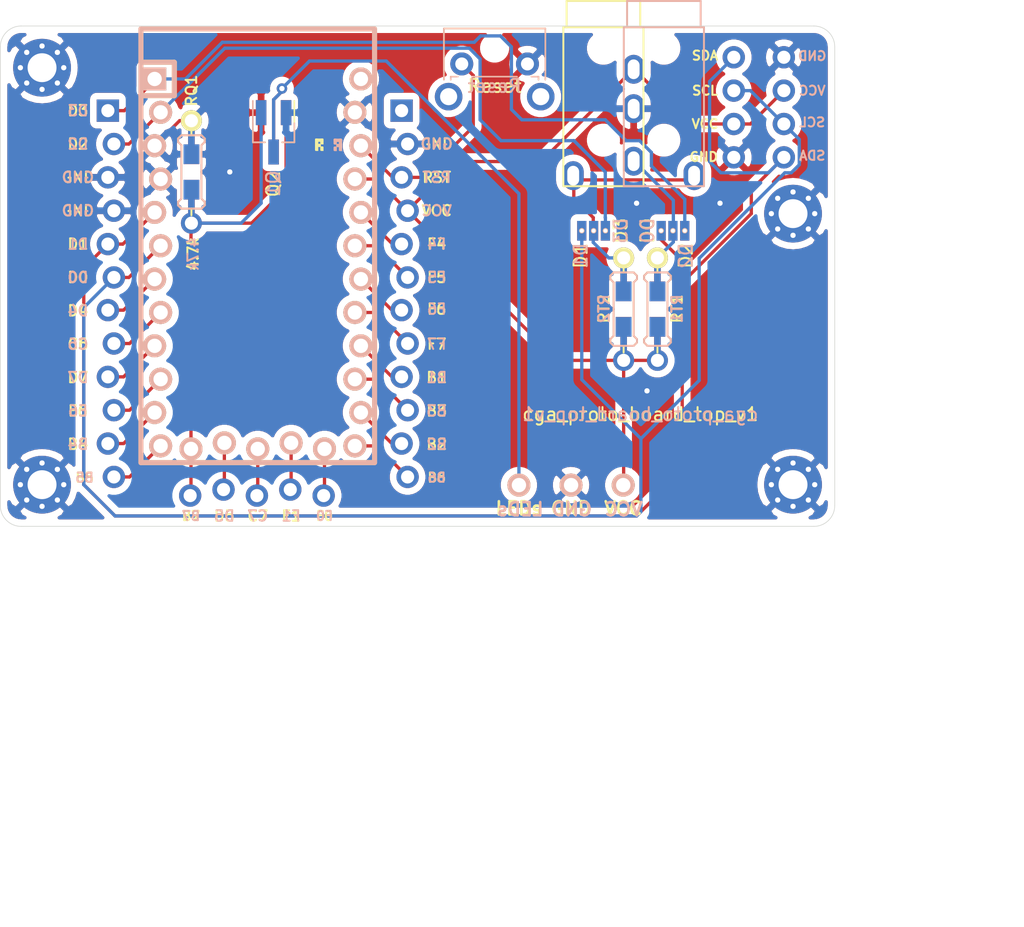
<source format=kicad_pcb>
(kicad_pcb (version 20171130) (host pcbnew "(5.1.9)-1")

  (general
    (thickness 1.6)
    (drawings 29)
    (tracks 168)
    (zones 0)
    (modules 23)
    (nets 32)
  )

  (page A4)
  (layers
    (0 F.Cu signal)
    (31 B.Cu signal)
    (32 B.Adhes user hide)
    (33 F.Adhes user hide)
    (34 B.Paste user hide)
    (35 F.Paste user hide)
    (36 B.SilkS user)
    (37 F.SilkS user)
    (38 B.Mask user)
    (39 F.Mask user)
    (40 Dwgs.User user hide)
    (41 Cmts.User user hide)
    (42 Eco1.User user hide)
    (43 Eco2.User user hide)
    (44 Edge.Cuts user)
    (45 Margin user hide)
    (46 B.CrtYd user hide)
    (47 F.CrtYd user hide)
    (48 B.Fab user hide)
    (49 F.Fab user hide)
  )

  (setup
    (last_trace_width 0.25)
    (trace_clearance 0.2)
    (zone_clearance 0.508)
    (zone_45_only no)
    (trace_min 0.2)
    (via_size 0.8)
    (via_drill 0.4)
    (via_min_size 0.4)
    (via_min_drill 0.3)
    (uvia_size 0.3)
    (uvia_drill 0.1)
    (uvias_allowed no)
    (uvia_min_size 0.2)
    (uvia_min_drill 0.1)
    (edge_width 0.05)
    (segment_width 0.2)
    (pcb_text_width 0.3)
    (pcb_text_size 1.5 1.5)
    (mod_edge_width 0.12)
    (mod_text_size 1 1)
    (mod_text_width 0.15)
    (pad_size 2.1 2.1)
    (pad_drill 1.3)
    (pad_to_mask_clearance 0)
    (aux_axis_origin 0 0)
    (visible_elements 7FFFFF7F)
    (pcbplotparams
      (layerselection 0x010f0_ffffffff)
      (usegerberextensions true)
      (usegerberattributes false)
      (usegerberadvancedattributes true)
      (creategerberjobfile false)
      (excludeedgelayer true)
      (linewidth 0.100000)
      (plotframeref false)
      (viasonmask false)
      (mode 1)
      (useauxorigin false)
      (hpglpennumber 1)
      (hpglpenspeed 20)
      (hpglpendiameter 15.000000)
      (psnegative false)
      (psa4output false)
      (plotreference true)
      (plotvalue true)
      (plotinvisibletext false)
      (padsonsilk false)
      (subtractmaskfromsilk true)
      (outputformat 1)
      (mirror false)
      (drillshape 0)
      (scaleselection 1)
      (outputdirectory "top_gerbers/"))
  )

  (net 0 "")
  (net 1 encoder2b)
  (net 2 encoder2a)
  (net 3 encoder1b)
  (net 4 encoder1a)
  (net 5 LEDs)
  (net 6 row2)
  (net 7 RGB)
  (net 8 row0)
  (net 9 row4)
  (net 10 row1)
  (net 11 row3)
  (net 12 SCL)
  (net 13 SDA)
  (net 14 GND)
  (net 15 TRRS2)
  (net 16 TRRS1)
  (net 17 col4)
  (net 18 col7)
  (net 19 col2)
  (net 20 col6)
  (net 21 col3)
  (net 22 col5)
  (net 23 col1)
  (net 24 col0)
  (net 25 VCC)
  (net 26 RESET)
  (net 27 "Net-(Cs2-Pad1)")
  (net 28 LEDsOut)
  (net 29 "Net-(U1-Pad24)")
  (net 30 RX)
  (net 31 TX)

  (net_class Default "This is the default net class."
    (clearance 0.2)
    (trace_width 0.25)
    (via_dia 0.8)
    (via_drill 0.4)
    (uvia_dia 0.3)
    (uvia_drill 0.1)
    (add_net GND)
    (add_net LEDs)
    (add_net LEDsOut)
    (add_net "Net-(Cs2-Pad1)")
    (add_net "Net-(U1-Pad24)")
    (add_net RESET)
    (add_net RGB)
    (add_net RX)
    (add_net SCL)
    (add_net SDA)
    (add_net TRRS1)
    (add_net TRRS2)
    (add_net TX)
    (add_net VCC)
    (add_net col0)
    (add_net col1)
    (add_net col2)
    (add_net col3)
    (add_net col4)
    (add_net col5)
    (add_net col6)
    (add_net col7)
    (add_net encoder1a)
    (add_net encoder1b)
    (add_net encoder2a)
    (add_net encoder2b)
    (add_net row0)
    (add_net row1)
    (add_net row2)
    (add_net row3)
    (add_net row4)
  )

  (module Keebio-Parts:Resistor-2-sided (layer F.Cu) (tedit 60AF1132) (tstamp 60ADE3E6)
    (at 61.722 73.152 270)
    (path /60ACFAD7)
    (attr smd)
    (fp_text reference RT2 (at -0.0254 1.5 90) (layer F.SilkS)
      (effects (font (size 0.8 0.8) (thickness 0.15)))
    )
    (fp_text value 4.7k (at 0 -1.925 90) (layer F.SilkS) hide
      (effects (font (size 0.8 0.8) (thickness 0.15)))
    )
    (fp_line (start -2.286 -1.016) (end -2.54 -1.016) (layer B.SilkS) (width 0.15))
    (fp_line (start -2.032 -0.762) (end -2.286 -1.016) (layer B.SilkS) (width 0.15))
    (fp_line (start 2.286 -1.016) (end 2.032 -0.762) (layer B.SilkS) (width 0.15))
    (fp_line (start 2.54 1.016) (end 2.794 0.762) (layer B.SilkS) (width 0.15))
    (fp_line (start -2.54 1.016) (end -2.286 1.016) (layer B.SilkS) (width 0.15))
    (fp_line (start 2.032 0.762) (end 2.286 1.016) (layer B.SilkS) (width 0.15))
    (fp_line (start -2.794 0.762) (end -2.54 1.016) (layer B.SilkS) (width 0.15))
    (fp_line (start 2.794 0.762) (end 2.794 -0.762) (layer B.SilkS) (width 0.15))
    (fp_line (start 2.032 -0.762) (end -2.032 -0.762) (layer B.SilkS) (width 0.15))
    (fp_line (start 2.54 -1.016) (end 2.286 -1.016) (layer B.SilkS) (width 0.15))
    (fp_line (start 2.286 1.016) (end 2.54 1.016) (layer B.SilkS) (width 0.15))
    (fp_line (start -2.032 0.762) (end 2.032 0.762) (layer B.SilkS) (width 0.15))
    (fp_line (start -2.286 1.016) (end -2.032 0.762) (layer B.SilkS) (width 0.15))
    (fp_line (start -2.54 -1.016) (end -2.794 -0.762) (layer B.SilkS) (width 0.15))
    (fp_line (start -2.794 -0.762) (end -2.794 0.762) (layer B.SilkS) (width 0.15))
    (fp_line (start 2.794 -0.762) (end 2.54 -1.016) (layer B.SilkS) (width 0.15))
    (fp_line (start 2.794 0) (end 3.302 0) (layer F.SilkS) (width 0.15))
    (fp_line (start -3.302 0) (end -2.794 0) (layer F.SilkS) (width 0.15))
    (fp_line (start -2.794 0.762) (end -2.794 -0.762) (layer F.SilkS) (width 0.15))
    (fp_line (start -2.54 1.016) (end -2.794 0.762) (layer F.SilkS) (width 0.15))
    (fp_line (start -2.286 1.016) (end -2.54 1.016) (layer F.SilkS) (width 0.15))
    (fp_line (start -2.032 0.762) (end -2.286 1.016) (layer F.SilkS) (width 0.15))
    (fp_line (start 2.032 0.762) (end -2.032 0.762) (layer F.SilkS) (width 0.15))
    (fp_line (start 2.286 1.016) (end 2.032 0.762) (layer F.SilkS) (width 0.15))
    (fp_line (start 2.54 1.016) (end 2.286 1.016) (layer F.SilkS) (width 0.15))
    (fp_line (start 2.794 0.762) (end 2.54 1.016) (layer F.SilkS) (width 0.15))
    (fp_line (start 2.794 -0.762) (end 2.794 0.762) (layer F.SilkS) (width 0.15))
    (fp_line (start 2.54 -1.016) (end 2.794 -0.762) (layer F.SilkS) (width 0.15))
    (fp_line (start 2.286 -1.016) (end 2.54 -1.016) (layer F.SilkS) (width 0.15))
    (fp_line (start 2.032 -0.762) (end 2.286 -1.016) (layer F.SilkS) (width 0.15))
    (fp_line (start -2.032 -0.762) (end 2.032 -0.762) (layer F.SilkS) (width 0.15))
    (fp_line (start -2.286 -1.016) (end -2.032 -0.762) (layer F.SilkS) (width 0.15))
    (fp_line (start -2.54 -1.016) (end -2.286 -1.016) (layer F.SilkS) (width 0.15))
    (fp_line (start -2.794 -0.762) (end -2.54 -1.016) (layer F.SilkS) (width 0.15))
    (fp_text user RT2 (at -0.0254 1.5 90) (layer B.SilkS)
      (effects (font (size 0.8 0.8) (thickness 0.15)) (justify mirror))
    )
    (pad 1 smd rect (at 2.5 0 270) (size 2.9 0.5) (layers F.Cu)
      (net 25 VCC) (solder_mask_margin -999))
    (pad 2 smd rect (at -2.5 0 270) (size 2.9 0.5) (layers F.Cu)
      (net 16 TRRS1) (solder_mask_margin -999))
    (pad 1 thru_hole circle (at 3.9 0 270) (size 1.6 1.6) (drill 1) (layers *.Cu *.Mask)
      (net 25 VCC))
    (pad 2 thru_hole circle (at -3.9 0 270) (size 1.6 1.6) (drill 1) (layers *.Cu *.Mask F.SilkS)
      (net 16 TRRS1))
    (pad 2 smd rect (at -1.35 0 270) (size 1.5 1.2) (layers F.Cu F.Paste F.Mask)
      (net 16 TRRS1))
    (pad 1 smd rect (at 1.35 0 270) (size 1.5 1.2) (layers F.Cu F.Paste F.Mask)
      (net 25 VCC))
    (pad 1 smd rect (at 2.5 0 270) (size 2.9 0.5) (layers B.Cu)
      (net 25 VCC) (solder_mask_margin -999))
    (pad 1 smd rect (at 1.35 0 270) (size 1.5 1.2) (layers B.Cu B.Paste B.Mask)
      (net 25 VCC))
    (pad 2 smd rect (at -1.35 0 270) (size 1.5 1.2) (layers B.Cu B.Paste B.Mask)
      (net 16 TRRS1))
    (pad 2 smd rect (at -2.5 0 270) (size 2.9 0.5) (layers B.Cu)
      (net 16 TRRS1) (solder_mask_margin -999))
    (model ${KISYS3DMOD}/Resistors_SMD.3dshapes/R_0805.step
      (at (xyz 0 0 0))
      (scale (xyz 1 1 1))
      (rotate (xyz 0 0 0))
    )
  )

  (module Keebio-Parts:Resistor-2-sided (layer F.Cu) (tedit 60AF1132) (tstamp 60AC9D91)
    (at 64.29375 73.152 270)
    (path /60AC97AD)
    (attr smd)
    (fp_text reference RT1 (at -0.0254 -1.49225 270) (layer F.SilkS)
      (effects (font (size 0.8 0.8) (thickness 0.15)))
    )
    (fp_text value 4.7k (at 0 -1.925 90) (layer F.SilkS) hide
      (effects (font (size 0.8 0.8) (thickness 0.15)))
    )
    (fp_line (start -2.286 -1.016) (end -2.54 -1.016) (layer B.SilkS) (width 0.15))
    (fp_line (start -2.032 -0.762) (end -2.286 -1.016) (layer B.SilkS) (width 0.15))
    (fp_line (start 2.286 -1.016) (end 2.032 -0.762) (layer B.SilkS) (width 0.15))
    (fp_line (start 2.54 1.016) (end 2.794 0.762) (layer B.SilkS) (width 0.15))
    (fp_line (start -2.54 1.016) (end -2.286 1.016) (layer B.SilkS) (width 0.15))
    (fp_line (start 2.032 0.762) (end 2.286 1.016) (layer B.SilkS) (width 0.15))
    (fp_line (start -2.794 0.762) (end -2.54 1.016) (layer B.SilkS) (width 0.15))
    (fp_line (start 2.794 0.762) (end 2.794 -0.762) (layer B.SilkS) (width 0.15))
    (fp_line (start 2.032 -0.762) (end -2.032 -0.762) (layer B.SilkS) (width 0.15))
    (fp_line (start 2.54 -1.016) (end 2.286 -1.016) (layer B.SilkS) (width 0.15))
    (fp_line (start 2.286 1.016) (end 2.54 1.016) (layer B.SilkS) (width 0.15))
    (fp_line (start -2.032 0.762) (end 2.032 0.762) (layer B.SilkS) (width 0.15))
    (fp_line (start -2.286 1.016) (end -2.032 0.762) (layer B.SilkS) (width 0.15))
    (fp_line (start -2.54 -1.016) (end -2.794 -0.762) (layer B.SilkS) (width 0.15))
    (fp_line (start -2.794 -0.762) (end -2.794 0.762) (layer B.SilkS) (width 0.15))
    (fp_line (start 2.794 -0.762) (end 2.54 -1.016) (layer B.SilkS) (width 0.15))
    (fp_line (start 2.794 0) (end 3.302 0) (layer F.SilkS) (width 0.15))
    (fp_line (start -3.302 0) (end -2.794 0) (layer F.SilkS) (width 0.15))
    (fp_line (start -2.794 0.762) (end -2.794 -0.762) (layer F.SilkS) (width 0.15))
    (fp_line (start -2.54 1.016) (end -2.794 0.762) (layer F.SilkS) (width 0.15))
    (fp_line (start -2.286 1.016) (end -2.54 1.016) (layer F.SilkS) (width 0.15))
    (fp_line (start -2.032 0.762) (end -2.286 1.016) (layer F.SilkS) (width 0.15))
    (fp_line (start 2.032 0.762) (end -2.032 0.762) (layer F.SilkS) (width 0.15))
    (fp_line (start 2.286 1.016) (end 2.032 0.762) (layer F.SilkS) (width 0.15))
    (fp_line (start 2.54 1.016) (end 2.286 1.016) (layer F.SilkS) (width 0.15))
    (fp_line (start 2.794 0.762) (end 2.54 1.016) (layer F.SilkS) (width 0.15))
    (fp_line (start 2.794 -0.762) (end 2.794 0.762) (layer F.SilkS) (width 0.15))
    (fp_line (start 2.54 -1.016) (end 2.794 -0.762) (layer F.SilkS) (width 0.15))
    (fp_line (start 2.286 -1.016) (end 2.54 -1.016) (layer F.SilkS) (width 0.15))
    (fp_line (start 2.032 -0.762) (end 2.286 -1.016) (layer F.SilkS) (width 0.15))
    (fp_line (start -2.032 -0.762) (end 2.032 -0.762) (layer F.SilkS) (width 0.15))
    (fp_line (start -2.286 -1.016) (end -2.032 -0.762) (layer F.SilkS) (width 0.15))
    (fp_line (start -2.54 -1.016) (end -2.286 -1.016) (layer F.SilkS) (width 0.15))
    (fp_line (start -2.794 -0.762) (end -2.54 -1.016) (layer F.SilkS) (width 0.15))
    (fp_text user RT1 (at -0.0254 -1.49225 90) (layer B.SilkS)
      (effects (font (size 0.8 0.8) (thickness 0.15)) (justify mirror))
    )
    (pad 1 smd rect (at 2.5 0 270) (size 2.9 0.5) (layers F.Cu)
      (net 25 VCC) (solder_mask_margin -999))
    (pad 2 smd rect (at -2.5 0 270) (size 2.9 0.5) (layers F.Cu)
      (net 15 TRRS2) (solder_mask_margin -999))
    (pad 1 thru_hole circle (at 3.9 0 270) (size 1.6 1.6) (drill 1) (layers *.Cu *.Mask)
      (net 25 VCC))
    (pad 2 thru_hole circle (at -3.9 0 270) (size 1.6 1.6) (drill 1) (layers *.Cu *.Mask F.SilkS)
      (net 15 TRRS2))
    (pad 2 smd rect (at -1.35 0 270) (size 1.5 1.2) (layers F.Cu F.Paste F.Mask)
      (net 15 TRRS2))
    (pad 1 smd rect (at 1.35 0 270) (size 1.5 1.2) (layers F.Cu F.Paste F.Mask)
      (net 25 VCC))
    (pad 1 smd rect (at 2.5 0 270) (size 2.9 0.5) (layers B.Cu)
      (net 25 VCC) (solder_mask_margin -999))
    (pad 1 smd rect (at 1.35 0 270) (size 1.5 1.2) (layers B.Cu B.Paste B.Mask)
      (net 25 VCC))
    (pad 2 smd rect (at -1.35 0 270) (size 1.5 1.2) (layers B.Cu B.Paste B.Mask)
      (net 15 TRRS2))
    (pad 2 smd rect (at -2.5 0 270) (size 2.9 0.5) (layers B.Cu)
      (net 15 TRRS2) (solder_mask_margin -999))
    (model ${KISYS3DMOD}/Resistors_SMD.3dshapes/R_0805.step
      (at (xyz 0 0 0))
      (scale (xyz 1 1 1))
      (rotate (xyz 0 0 0))
    )
  )

  (module Keebio-Parts:Resistor-2-sided (layer F.Cu) (tedit 60AF1132) (tstamp 60ABEA9A)
    (at 28.829 62.70625 270)
    (path /6090763F)
    (attr smd)
    (fp_text reference RQ1 (at -6.19125 0 90) (layer F.SilkS)
      (effects (font (size 0.8 0.8) (thickness 0.15)))
    )
    (fp_text value 4.7k (at 0 -1.925 90) (layer F.SilkS) hide
      (effects (font (size 0.8 0.8) (thickness 0.15)))
    )
    (fp_line (start -2.286 -1.016) (end -2.54 -1.016) (layer B.SilkS) (width 0.15))
    (fp_line (start -2.032 -0.762) (end -2.286 -1.016) (layer B.SilkS) (width 0.15))
    (fp_line (start 2.286 -1.016) (end 2.032 -0.762) (layer B.SilkS) (width 0.15))
    (fp_line (start 2.54 1.016) (end 2.794 0.762) (layer B.SilkS) (width 0.15))
    (fp_line (start -2.54 1.016) (end -2.286 1.016) (layer B.SilkS) (width 0.15))
    (fp_line (start 2.032 0.762) (end 2.286 1.016) (layer B.SilkS) (width 0.15))
    (fp_line (start -2.794 0.762) (end -2.54 1.016) (layer B.SilkS) (width 0.15))
    (fp_line (start 2.794 0.762) (end 2.794 -0.762) (layer B.SilkS) (width 0.15))
    (fp_line (start 2.032 -0.762) (end -2.032 -0.762) (layer B.SilkS) (width 0.15))
    (fp_line (start 2.54 -1.016) (end 2.286 -1.016) (layer B.SilkS) (width 0.15))
    (fp_line (start 2.286 1.016) (end 2.54 1.016) (layer B.SilkS) (width 0.15))
    (fp_line (start -2.032 0.762) (end 2.032 0.762) (layer B.SilkS) (width 0.15))
    (fp_line (start -2.286 1.016) (end -2.032 0.762) (layer B.SilkS) (width 0.15))
    (fp_line (start -2.54 -1.016) (end -2.794 -0.762) (layer B.SilkS) (width 0.15))
    (fp_line (start -2.794 -0.762) (end -2.794 0.762) (layer B.SilkS) (width 0.15))
    (fp_line (start 2.794 -0.762) (end 2.54 -1.016) (layer B.SilkS) (width 0.15))
    (fp_line (start 2.794 0) (end 3.302 0) (layer F.SilkS) (width 0.15))
    (fp_line (start -3.302 0) (end -2.794 0) (layer F.SilkS) (width 0.15))
    (fp_line (start -2.794 0.762) (end -2.794 -0.762) (layer F.SilkS) (width 0.15))
    (fp_line (start -2.54 1.016) (end -2.794 0.762) (layer F.SilkS) (width 0.15))
    (fp_line (start -2.286 1.016) (end -2.54 1.016) (layer F.SilkS) (width 0.15))
    (fp_line (start -2.032 0.762) (end -2.286 1.016) (layer F.SilkS) (width 0.15))
    (fp_line (start 2.032 0.762) (end -2.032 0.762) (layer F.SilkS) (width 0.15))
    (fp_line (start 2.286 1.016) (end 2.032 0.762) (layer F.SilkS) (width 0.15))
    (fp_line (start 2.54 1.016) (end 2.286 1.016) (layer F.SilkS) (width 0.15))
    (fp_line (start 2.794 0.762) (end 2.54 1.016) (layer F.SilkS) (width 0.15))
    (fp_line (start 2.794 -0.762) (end 2.794 0.762) (layer F.SilkS) (width 0.15))
    (fp_line (start 2.54 -1.016) (end 2.794 -0.762) (layer F.SilkS) (width 0.15))
    (fp_line (start 2.286 -1.016) (end 2.54 -1.016) (layer F.SilkS) (width 0.15))
    (fp_line (start 2.032 -0.762) (end 2.286 -1.016) (layer F.SilkS) (width 0.15))
    (fp_line (start -2.032 -0.762) (end 2.032 -0.762) (layer F.SilkS) (width 0.15))
    (fp_line (start -2.286 -1.016) (end -2.032 -0.762) (layer F.SilkS) (width 0.15))
    (fp_line (start -2.54 -1.016) (end -2.286 -1.016) (layer F.SilkS) (width 0.15))
    (fp_line (start -2.794 -0.762) (end -2.54 -1.016) (layer F.SilkS) (width 0.15))
    (fp_text user 4.7k (at 6.25475 -0.127 90) (layer B.SilkS)
      (effects (font (size 0.8 0.8) (thickness 0.15)) (justify mirror))
    )
    (pad 1 smd rect (at 2.5 0 270) (size 2.9 0.5) (layers F.Cu)
      (net 5 LEDs) (solder_mask_margin -999))
    (pad 2 smd rect (at -2.5 0 270) (size 2.9 0.5) (layers F.Cu)
      (net 14 GND) (solder_mask_margin -999))
    (pad 1 thru_hole circle (at 3.9 0 270) (size 1.6 1.6) (drill 1) (layers *.Cu *.Mask)
      (net 5 LEDs))
    (pad 2 thru_hole circle (at -3.9 0 270) (size 1.6 1.6) (drill 1) (layers *.Cu *.Mask F.SilkS)
      (net 14 GND))
    (pad 2 smd rect (at -1.35 0 270) (size 1.5 1.2) (layers F.Cu F.Paste F.Mask)
      (net 14 GND))
    (pad 1 smd rect (at 1.35 0 270) (size 1.5 1.2) (layers F.Cu F.Paste F.Mask)
      (net 5 LEDs))
    (pad 1 smd rect (at 2.5 0 270) (size 2.9 0.5) (layers B.Cu)
      (net 5 LEDs) (solder_mask_margin -999))
    (pad 1 smd rect (at 1.35 0 270) (size 1.5 1.2) (layers B.Cu B.Paste B.Mask)
      (net 5 LEDs))
    (pad 2 smd rect (at -1.35 0 270) (size 1.5 1.2) (layers B.Cu B.Paste B.Mask)
      (net 14 GND))
    (pad 2 smd rect (at -2.5 0 270) (size 2.9 0.5) (layers B.Cu)
      (net 14 GND) (solder_mask_margin -999))
    (model ${KISYS3DMOD}/Resistors_SMD.3dshapes/R_0805.step
      (at (xyz 0 0 0))
      (scale (xyz 1 1 1))
      (rotate (xyz 0 0 0))
    )
  )

  (module Keebio-Parts:SW_Two_sided (layer F.Cu) (tedit 60AF122C) (tstamp 60ADDB3D)
    (at 49.403 54.483)
    (descr "tactile switch SPST right angle, PTS645VL39-2 LFS")
    (tags "tactile switch SPST angled PTS645VL39-2 LFS C&K Button")
    (path /608FA808)
    (fp_text reference Reset (at 2.5 1.68) (layer F.SilkS)
      (effects (font (size 1 1) (thickness 0.15)))
    )
    (fp_text value SW_Push (at 2.5 5.38988) (layer F.Fab)
      (effects (font (size 1 1) (thickness 0.15)))
    )
    (fp_line (start 6.36 -2.7) (end 6.36 1.2) (layer B.SilkS) (width 0.12))
    (fp_line (start 4.2 0.97) (end 0.8 0.97) (layer B.SilkS) (width 0.12))
    (fp_line (start 5.84 0.97) (end 5.84 1.2) (layer B.SilkS) (width 0.12))
    (fp_line (start 5.84 0.97) (end 5.3 0.97) (layer B.SilkS) (width 0.12))
    (fp_line (start -0.84 0.97) (end -0.84 1.2) (layer B.SilkS) (width 0.12))
    (fp_line (start 6.36 -2.7) (end -1.36 -2.7) (layer B.SilkS) (width 0.12))
    (fp_line (start -1.36 -2.7) (end -1.36 1.2) (layer B.SilkS) (width 0.12))
    (fp_line (start -0.3 0.97) (end -0.84 0.97) (layer B.SilkS) (width 0.12))
    (fp_line (start 1.05 -3.85) (end 1.05 -2.59) (layer F.Fab) (width 0.1))
    (fp_line (start 3.95 -3.85) (end 3.95 -2.59) (layer F.Fab) (width 0.1))
    (fp_line (start 1.05 -3.85) (end 3.95 -3.85) (layer F.Fab) (width 0.1))
    (fp_line (start -0.84 0.97) (end -0.84 1.2) (layer F.SilkS) (width 0.12))
    (fp_line (start 5.95 3.6) (end 5.95 0.86) (layer F.Fab) (width 0.1))
    (fp_line (start -1.25 3.6) (end -0.95 3.6) (layer F.Fab) (width 0.1))
    (fp_line (start -0.95 0.86) (end 5.95 0.86) (layer F.Fab) (width 0.1))
    (fp_line (start 6.25 3.6) (end 6.25 -2.59) (layer F.Fab) (width 0.1))
    (fp_line (start -2.25 -2.8) (end 7.3 -2.8) (layer F.CrtYd) (width 0.05))
    (fp_line (start 7.3 -2.8) (end 7.3 4.45) (layer F.CrtYd) (width 0.05))
    (fp_line (start 7.3 4.45) (end -2.25 4.45) (layer F.CrtYd) (width 0.05))
    (fp_line (start -2.25 4.45) (end -2.25 -2.8) (layer F.CrtYd) (width 0.05))
    (fp_line (start -1.36 -2.7) (end 6.36 -2.7) (layer F.SilkS) (width 0.12))
    (fp_line (start 6.36 -2.7) (end 6.36 1.2) (layer F.SilkS) (width 0.12))
    (fp_line (start -1.36 -2.7) (end -1.36 1.2) (layer F.SilkS) (width 0.12))
    (fp_line (start -1.25 -2.59) (end 6.25 -2.59) (layer F.Fab) (width 0.1))
    (fp_line (start -1.25 3.6) (end -1.25 -2.59) (layer F.Fab) (width 0.1))
    (fp_line (start 5.95 3.6) (end 6.25 3.6) (layer F.Fab) (width 0.1))
    (fp_line (start -0.95 3.6) (end -0.95 0.86) (layer F.Fab) (width 0.1))
    (fp_line (start 5.84 0.97) (end 5.84 1.2) (layer F.SilkS) (width 0.12))
    (fp_line (start 5.3 0.97) (end 5.84 0.97) (layer F.SilkS) (width 0.12))
    (fp_line (start -0.84 0.97) (end -0.3 0.97) (layer F.SilkS) (width 0.12))
    (fp_line (start 0.8 0.97) (end 4.2 0.97) (layer F.SilkS) (width 0.12))
    (fp_text user Reset (at 2.5 1.68) (layer B.SilkS)
      (effects (font (size 1 1) (thickness 0.15)) (justify mirror))
    )
    (pad "" np_thru_hole circle (at 2.5 -1.21) (size 1.2 1.2) (drill 1.2) (layers *.Cu *.Mask))
    (pad "" thru_hole circle (at -1 2.49) (size 2.1 2.1) (drill 1.3) (layers *.Cu *.Mask))
    (pad 1 thru_hole circle (at 0 0) (size 1.75 1.75) (drill 0.99) (layers *.Cu *.Mask)
      (net 26 RESET))
    (pad 2 thru_hole circle (at 5 0) (size 1.75 1.75) (drill 0.99) (layers *.Cu *.Mask)
      (net 14 GND))
    (pad "" thru_hole circle (at 6.01 2.49) (size 2.1 2.1) (drill 1.3) (layers *.Cu *.Mask))
    (model ${KISYS3DMOD}/Buttons_Switches_THT.3dshapes/SW_Tactile_SPST_Angled_PTS645Vx39-2LFS.wrl
      (at (xyz 0 0 0))
      (scale (xyz 1 1 1))
      (rotate (xyz 0 0 0))
    )
  )

  (module "" (layer F.Cu) (tedit 0) (tstamp 0)
    (at 29.36875 68.2625)
    (fp_text reference "" (at 62.611 51.689) (layer F.SilkS)
      (effects (font (size 1.27 1.27) (thickness 0.15)))
    )
    (fp_text value "" (at 62.611 51.689) (layer F.SilkS)
      (effects (font (size 1.27 1.27) (thickness 0.15)))
    )
    (fp_text user 4.7k (at -0.41275 0.6985 90) (layer F.SilkS)
      (effects (font (size 0.8 0.8) (thickness 0.15)))
    )
  )

  (module Keebio-Parts:TRRS-PJ-320A-dual (layer F.Cu) (tedit 5970F8E5) (tstamp 60AF26F8)
    (at 62.484 51.689)
    (path /60AAFF47)
    (fp_text reference T1 (at 0 14.2) (layer Dwgs.User)
      (effects (font (size 1 1) (thickness 0.15)))
    )
    (fp_text value TRRS (at 0 -5.6) (layer F.Fab)
      (effects (font (size 1 1) (thickness 0.15)))
    )
    (fp_line (start 0.75 0) (end -5.35 0) (layer F.SilkS) (width 0.15))
    (fp_line (start 0.75 12.1) (end -5.35 12.1) (layer F.SilkS) (width 0.15))
    (fp_line (start 0.75 0) (end 0.75 12.1) (layer F.SilkS) (width 0.15))
    (fp_line (start -5.35 0) (end -5.35 12.1) (layer F.SilkS) (width 0.15))
    (fp_line (start 0.5 0) (end 0.5 -2) (layer F.SilkS) (width 0.15))
    (fp_line (start -5.1 0) (end -5.1 -2) (layer F.SilkS) (width 0.15))
    (fp_line (start 0.5 -2) (end -5.1 -2) (layer F.SilkS) (width 0.15))
    (fp_line (start -0.75 0) (end -0.75 12.1) (layer B.SilkS) (width 0.15))
    (fp_line (start -0.75 0) (end 5.35 0) (layer B.SilkS) (width 0.15))
    (fp_line (start 5.35 0) (end 5.35 12.1) (layer B.SilkS) (width 0.15))
    (fp_line (start -0.75 12.1) (end 5.35 12.1) (layer B.SilkS) (width 0.15))
    (fp_line (start -0.5 0) (end -0.5 -2) (layer B.SilkS) (width 0.15))
    (fp_line (start -0.5 -2) (end 5.1 -2) (layer B.SilkS) (width 0.15))
    (fp_line (start 5.1 0) (end 5.1 -2) (layer B.SilkS) (width 0.15))
    (fp_text user PJ-320A (at -4 5.25 90) (layer F.SilkS) hide
      (effects (font (size 1 1) (thickness 0.15)))
    )
    (fp_text user PJ-320A (at 4 5.25 -90) (layer B.SilkS) hide
      (effects (font (size 1 1) (thickness 0.15)) (justify mirror))
    )
    (pad 3 thru_hole oval (at 0 6.2) (size 1.6 2.2) (drill oval 0.9 1.5) (layers *.Cu *.Mask)
      (net 14 GND))
    (pad "" np_thru_hole circle (at -2.3 1.6) (size 1.5 1.5) (drill 1.5) (layers *.Cu *.Mask))
    (pad "" np_thru_hole circle (at -2.3 8.6) (size 1.5 1.5) (drill 1.5) (layers *.Cu *.Mask))
    (pad 4 thru_hole oval (at 0 3.2) (size 1.6 2.2) (drill oval 0.9 1.5) (layers *.Cu *.Mask)
      (net 25 VCC))
    (pad 2 thru_hole oval (at 0 10.2) (size 1.6 2.2) (drill oval 0.9 1.5) (layers *.Cu *.Mask)
      (net 15 TRRS2))
    (pad 1 thru_hole oval (at -4.6 11.3) (size 1.6 2.2) (drill oval 0.9 1.5) (layers *.Cu *.Mask)
      (net 16 TRRS1))
    (pad 1 thru_hole oval (at 4.6 11.3) (size 1.6 2.2) (drill oval 0.9 1.5) (layers *.Cu *.Mask)
      (net 16 TRRS1))
    (pad "" np_thru_hole circle (at 2.3 1.6) (size 1.5 1.5) (drill 1.5) (layers *.Cu *.Mask))
    (pad "" np_thru_hole circle (at 2.3 8.6) (size 1.5 1.5) (drill 1.5) (layers *.Cu *.Mask))
  )

  (module MountingHole:MountingHole_2.2mm_M2_Pad_Via (layer F.Cu) (tedit 60AD850E) (tstamp 60ADE5B4)
    (at 17.4625 54.76875)
    (descr "Mounting Hole 2.2mm, M2")
    (tags "mounting hole 2.2mm m2")
    (attr virtual)
    (fp_text reference Screw4 (at 0 -3.2) (layer F.SilkS) hide
      (effects (font (size 1 1) (thickness 0.15)))
    )
    (fp_text value MountingHole_2.2mm_M2_Pad_Via (at 0 3.2) (layer F.Fab)
      (effects (font (size 1 1) (thickness 0.15)))
    )
    (fp_circle (center 0 0) (end 2.45 0) (layer F.CrtYd) (width 0.05))
    (fp_circle (center 0 0) (end 2.2 0) (layer Cmts.User) (width 0.15))
    (fp_text user %R (at 0.3 0) (layer F.Fab)
      (effects (font (size 1 1) (thickness 0.15)))
    )
    (pad 1 thru_hole circle (at 1.166726 -1.166726) (size 0.7 0.7) (drill 0.4) (layers *.Cu *.Mask)
      (net 14 GND))
    (pad 1 thru_hole circle (at 0 -1.65) (size 0.7 0.7) (drill 0.4) (layers *.Cu *.Mask)
      (net 14 GND))
    (pad 1 thru_hole circle (at -1.166726 -1.166726) (size 0.7 0.7) (drill 0.4) (layers *.Cu *.Mask)
      (net 14 GND))
    (pad 1 thru_hole circle (at -1.65 0) (size 0.7 0.7) (drill 0.4) (layers *.Cu *.Mask)
      (net 14 GND))
    (pad 1 thru_hole circle (at -1.166726 1.166726) (size 0.7 0.7) (drill 0.4) (layers *.Cu *.Mask)
      (net 14 GND))
    (pad 1 thru_hole circle (at 0 1.65) (size 0.7 0.7) (drill 0.4) (layers *.Cu *.Mask)
      (net 14 GND))
    (pad 1 thru_hole circle (at 1.166726 1.166726) (size 0.7 0.7) (drill 0.4) (layers *.Cu *.Mask)
      (net 14 GND))
    (pad 1 thru_hole circle (at 1.65 0) (size 0.7 0.7) (drill 0.4) (layers *.Cu *.Mask)
      (net 14 GND))
    (pad 1 thru_hole circle (at 0 0) (size 4.4 4.4) (drill 2.2) (layers *.Cu *.Mask)
      (net 14 GND))
  )

  (module MountingHole:MountingHole_2.2mm_M2_Pad_Via (layer F.Cu) (tedit 60AD850E) (tstamp 60ADE529)
    (at 17.4625 86.51875)
    (descr "Mounting Hole 2.2mm, M2")
    (tags "mounting hole 2.2mm m2")
    (attr virtual)
    (fp_text reference Screw1 (at 0 -3.2) (layer F.SilkS) hide
      (effects (font (size 1 1) (thickness 0.15)))
    )
    (fp_text value MountingHole_2.2mm_M2_Pad_Via (at 0 3.2) (layer F.Fab)
      (effects (font (size 1 1) (thickness 0.15)))
    )
    (fp_circle (center 0 0) (end 2.2 0) (layer Cmts.User) (width 0.15))
    (fp_circle (center 0 0) (end 2.45 0) (layer F.CrtYd) (width 0.05))
    (fp_text user %R (at 0.3 0) (layer F.Fab)
      (effects (font (size 1 1) (thickness 0.15)))
    )
    (pad 1 thru_hole circle (at 0 0) (size 4.4 4.4) (drill 2.2) (layers *.Cu *.Mask)
      (net 14 GND))
    (pad 1 thru_hole circle (at 1.65 0) (size 0.7 0.7) (drill 0.4) (layers *.Cu *.Mask)
      (net 14 GND))
    (pad 1 thru_hole circle (at 1.166726 1.166726) (size 0.7 0.7) (drill 0.4) (layers *.Cu *.Mask)
      (net 14 GND))
    (pad 1 thru_hole circle (at 0 1.65) (size 0.7 0.7) (drill 0.4) (layers *.Cu *.Mask)
      (net 14 GND))
    (pad 1 thru_hole circle (at -1.166726 1.166726) (size 0.7 0.7) (drill 0.4) (layers *.Cu *.Mask)
      (net 14 GND))
    (pad 1 thru_hole circle (at -1.65 0) (size 0.7 0.7) (drill 0.4) (layers *.Cu *.Mask)
      (net 14 GND))
    (pad 1 thru_hole circle (at -1.166726 -1.166726) (size 0.7 0.7) (drill 0.4) (layers *.Cu *.Mask)
      (net 14 GND))
    (pad 1 thru_hole circle (at 0 -1.65) (size 0.7 0.7) (drill 0.4) (layers *.Cu *.Mask)
      (net 14 GND))
    (pad 1 thru_hole circle (at 1.166726 -1.166726) (size 0.7 0.7) (drill 0.4) (layers *.Cu *.Mask)
      (net 14 GND))
  )

  (module MountingHole:MountingHole_2.2mm_M2_Pad_Via (layer F.Cu) (tedit 60AD850E) (tstamp 60ADE4CB)
    (at 74.6125 86.51875)
    (descr "Mounting Hole 2.2mm, M2")
    (tags "mounting hole 2.2mm m2")
    (attr virtual)
    (fp_text reference Screw2 (at 0 -3.2) (layer F.SilkS) hide
      (effects (font (size 1 1) (thickness 0.15)))
    )
    (fp_text value MountingHole_2.2mm_M2_Pad_Via (at 0 3.2) (layer F.Fab)
      (effects (font (size 1 1) (thickness 0.15)))
    )
    (fp_circle (center 0 0) (end 2.45 0) (layer F.CrtYd) (width 0.05))
    (fp_circle (center 0 0) (end 2.2 0) (layer Cmts.User) (width 0.15))
    (fp_text user %R (at 0.3 0) (layer F.Fab)
      (effects (font (size 1 1) (thickness 0.15)))
    )
    (pad 1 thru_hole circle (at 1.166726 -1.166726) (size 0.7 0.7) (drill 0.4) (layers *.Cu *.Mask)
      (net 14 GND))
    (pad 1 thru_hole circle (at 0 -1.65) (size 0.7 0.7) (drill 0.4) (layers *.Cu *.Mask)
      (net 14 GND))
    (pad 1 thru_hole circle (at -1.166726 -1.166726) (size 0.7 0.7) (drill 0.4) (layers *.Cu *.Mask)
      (net 14 GND))
    (pad 1 thru_hole circle (at -1.65 0) (size 0.7 0.7) (drill 0.4) (layers *.Cu *.Mask)
      (net 14 GND))
    (pad 1 thru_hole circle (at -1.166726 1.166726) (size 0.7 0.7) (drill 0.4) (layers *.Cu *.Mask)
      (net 14 GND))
    (pad 1 thru_hole circle (at 0 1.65) (size 0.7 0.7) (drill 0.4) (layers *.Cu *.Mask)
      (net 14 GND))
    (pad 1 thru_hole circle (at 1.166726 1.166726) (size 0.7 0.7) (drill 0.4) (layers *.Cu *.Mask)
      (net 14 GND))
    (pad 1 thru_hole circle (at 1.65 0) (size 0.7 0.7) (drill 0.4) (layers *.Cu *.Mask)
      (net 14 GND))
    (pad 1 thru_hole circle (at 0 0) (size 4.4 4.4) (drill 2.2) (layers *.Cu *.Mask)
      (net 14 GND))
  )

  (module MountingHole:MountingHole_2.2mm_M2_Pad_Via (layer F.Cu) (tedit 60AD850E) (tstamp 60AD2652)
    (at 74.6125 65.88125)
    (descr "Mounting Hole 2.2mm, M2")
    (tags "mounting hole 2.2mm m2")
    (attr virtual)
    (fp_text reference Screw3 (at 0 -3.2) (layer F.SilkS) hide
      (effects (font (size 1 1) (thickness 0.15)))
    )
    (fp_text value MountingHole_2.2mm_M2_Pad_Via (at 0 3.2) (layer F.Fab)
      (effects (font (size 1 1) (thickness 0.15)))
    )
    (fp_circle (center 0 0) (end 2.2 0) (layer Cmts.User) (width 0.15))
    (fp_circle (center 0 0) (end 2.45 0) (layer F.CrtYd) (width 0.05))
    (fp_text user %R (at 0.3 0) (layer F.Fab)
      (effects (font (size 1 1) (thickness 0.15)))
    )
    (pad 1 thru_hole circle (at 0 0) (size 4.4 4.4) (drill 2.2) (layers *.Cu *.Mask)
      (net 14 GND))
    (pad 1 thru_hole circle (at 1.65 0) (size 0.7 0.7) (drill 0.4) (layers *.Cu *.Mask)
      (net 14 GND))
    (pad 1 thru_hole circle (at 1.166726 1.166726) (size 0.7 0.7) (drill 0.4) (layers *.Cu *.Mask)
      (net 14 GND))
    (pad 1 thru_hole circle (at 0 1.65) (size 0.7 0.7) (drill 0.4) (layers *.Cu *.Mask)
      (net 14 GND))
    (pad 1 thru_hole circle (at -1.166726 1.166726) (size 0.7 0.7) (drill 0.4) (layers *.Cu *.Mask)
      (net 14 GND))
    (pad 1 thru_hole circle (at -1.65 0) (size 0.7 0.7) (drill 0.4) (layers *.Cu *.Mask)
      (net 14 GND))
    (pad 1 thru_hole circle (at -1.166726 -1.166726) (size 0.7 0.7) (drill 0.4) (layers *.Cu *.Mask)
      (net 14 GND))
    (pad 1 thru_hole circle (at 0 -1.65) (size 0.7 0.7) (drill 0.4) (layers *.Cu *.Mask)
      (net 14 GND))
    (pad 1 thru_hole circle (at 1.166726 -1.166726) (size 0.7 0.7) (drill 0.4) (layers *.Cu *.Mask)
      (net 14 GND))
  )

  (module Keebio-Parts:3_way_solder_jumper (layer F.Cu) (tedit 60AC5BEF) (tstamp 60AE68A8)
    (at 65.024 67.183)
    (path /60AE11B5)
    (solder_mask_margin 0.001)
    (solder_paste_margin -0.02)
    (clearance 0.001)
    (fp_text reference J2 (at -0.508 1.016) (layer Cmts.User) hide
      (effects (font (size 0.3 0.3) (thickness 0.03)))
    )
    (fp_text value 3_way_jumper (at 0 -1.524) (layer F.SilkS) hide
      (effects (font (size 0.4 0.4) (thickness 0.04)))
    )
    (pad 3 smd rect (at 1.35 0) (size 0.7 1.5) (layers F.Cu F.Paste F.Mask)
      (net 31 TX) (zone_connect 0))
    (pad 3 smd rect (at 1.35 0) (size 0.7 1.5) (layers B.Cu B.Paste B.Mask)
      (net 31 TX) (zone_connect 0))
    (pad 2 smd rect (at 0.45 0) (size 0.7 1.5) (layers F.Cu F.Paste F.Mask)
      (net 15 TRRS2) (zone_connect 0))
    (pad 2 smd rect (at 0.45 0) (size 0.7 1.5) (layers B.Cu B.Paste B.Mask)
      (net 15 TRRS2) (zone_connect 0))
    (pad 1 smd rect (at -0.45 0) (size 0.7 1.5) (layers B.Cu B.Paste B.Mask)
      (net 13 SDA) (zone_connect 0))
    (pad 1 smd rect (at -0.45 0) (size 0.7 1.5) (layers F.Cu F.Paste F.Mask)
      (net 13 SDA) (zone_connect 0))
    (pad 3 thru_hole circle (at 1.35 0 180) (size 0.4 0.4) (drill 0.3) (layers *.Cu *.SilkS *.Mask)
      (net 31 TX))
    (pad 2 thru_hole circle (at 0.45 0) (size 0.4 0.4) (drill 0.3) (layers *.Cu *.SilkS *.Mask)
      (net 15 TRRS2))
    (pad 1 thru_hole circle (at -0.45 0) (size 0.4 0.4) (drill 0.3) (layers *.Cu *.SilkS *.Mask)
      (net 13 SDA))
  )

  (module Keebio-Parts:3_way_solder_jumper (layer F.Cu) (tedit 60AC5BEF) (tstamp 60AE6884)
    (at 58.986 67.183)
    (path /60AE08B3)
    (solder_mask_margin 0.001)
    (solder_paste_margin -0.02)
    (clearance 0.001)
    (fp_text reference J1 (at -0.508 1.016) (layer Cmts.User) hide
      (effects (font (size 0.3 0.3) (thickness 0.03)))
    )
    (fp_text value 3_way_jumper (at 0 -1.524) (layer F.SilkS) hide
      (effects (font (size 0.4 0.4) (thickness 0.04)))
    )
    (pad 3 smd rect (at 1.35 0) (size 0.7 1.5) (layers F.Cu F.Paste F.Mask)
      (net 30 RX) (zone_connect 0))
    (pad 3 smd rect (at 1.35 0) (size 0.7 1.5) (layers B.Cu B.Paste B.Mask)
      (net 30 RX) (zone_connect 0))
    (pad 2 smd rect (at 0.45 0) (size 0.7 1.5) (layers F.Cu F.Paste F.Mask)
      (net 16 TRRS1) (zone_connect 0))
    (pad 2 smd rect (at 0.45 0) (size 0.7 1.5) (layers B.Cu B.Paste B.Mask)
      (net 16 TRRS1) (zone_connect 0))
    (pad 1 smd rect (at -0.45 0) (size 0.7 1.5) (layers B.Cu B.Paste B.Mask)
      (net 12 SCL) (zone_connect 0))
    (pad 1 smd rect (at -0.45 0) (size 0.7 1.5) (layers F.Cu F.Paste F.Mask)
      (net 12 SCL) (zone_connect 0))
    (pad 3 thru_hole circle (at 1.35 0 180) (size 0.4 0.4) (drill 0.3) (layers *.Cu *.SilkS *.Mask)
      (net 30 RX))
    (pad 2 thru_hole circle (at 0.45 0) (size 0.4 0.4) (drill 0.3) (layers *.Cu *.SilkS *.Mask)
      (net 16 TRRS1))
    (pad 1 thru_hole circle (at -0.45 0) (size 0.4 0.4) (drill 0.3) (layers *.Cu *.SilkS *.Mask)
      (net 12 SCL))
  )

  (module Keebio-Parts:SinglePad (layer F.Cu) (tedit 597B4593) (tstamp 60ADE11C)
    (at 61.69025 86.5505)
    (path /60B01354)
    (fp_text reference H3 (at 0 -1.778) (layer Dwgs.User) hide
      (effects (font (size 1 1) (thickness 0.2)))
    )
    (fp_text value VCC (at 0 1.778) (layer F.SilkS)
      (effects (font (size 1 1) (thickness 0.2)))
    )
    (pad 1 thru_hole circle (at 0 0 270) (size 1.7526 1.7526) (drill 1.0922) (layers *.Cu *.SilkS *.Mask)
      (net 25 VCC))
  )

  (module Keebio-Parts:SinglePad (layer F.Cu) (tedit 597B4593) (tstamp 60ADE110)
    (at 57.7215 86.5505)
    (path /60AFF77D)
    (fp_text reference H2 (at 0 -1.778) (layer Dwgs.User) hide
      (effects (font (size 1 1) (thickness 0.2)))
    )
    (fp_text value GND (at 0 1.778) (layer F.SilkS)
      (effects (font (size 1 1) (thickness 0.2)))
    )
    (pad 1 thru_hole circle (at 0 0 270) (size 1.7526 1.7526) (drill 1.0922) (layers *.Cu *.SilkS *.Mask)
      (net 14 GND))
  )

  (module Keebio-Parts:SinglePad (layer F.Cu) (tedit 597B4593) (tstamp 60ADE104)
    (at 53.75275 86.5505)
    (path /60AF8E02)
    (fp_text reference H1 (at 0 -1.778) (layer Dwgs.User) hide
      (effects (font (size 1 1) (thickness 0.2)))
    )
    (fp_text value LEDs (at 0 1.778) (layer F.SilkS)
      (effects (font (size 1 1) (thickness 0.2)))
    )
    (pad 1 thru_hole circle (at 0 0 270) (size 1.7526 1.7526) (drill 1.0922) (layers *.Cu *.SilkS *.Mask)
      (net 28 LEDsOut))
  )

  (module Keebio-Parts:SOT-23_Handsoldering (layer B.Cu) (tedit 5B1AA70A) (tstamp 60ABEA5E)
    (at 35.08375 59.69 270)
    (descr "SOT-23, Handsoldering")
    (tags SOT-23)
    (path /60903875)
    (attr smd)
    (fp_text reference Q1 (at 3.90525 0.03175 90) (layer B.SilkS)
      (effects (font (size 1 1) (thickness 0.15)) (justify mirror))
    )
    (fp_text value 2N7002 (at 0 -2.5 90) (layer B.Fab)
      (effects (font (size 1 1) (thickness 0.15)) (justify mirror))
    )
    (fp_line (start 0.76 -1.58) (end -0.7 -1.58) (layer B.SilkS) (width 0.12))
    (fp_line (start -0.7 -1.52) (end 0.7 -1.52) (layer B.Fab) (width 0.1))
    (fp_line (start 0.7 1.52) (end 0.7 -1.52) (layer B.Fab) (width 0.1))
    (fp_line (start -0.7 0.95) (end -0.15 1.52) (layer B.Fab) (width 0.1))
    (fp_line (start -0.15 1.52) (end 0.7 1.52) (layer B.Fab) (width 0.1))
    (fp_line (start -0.7 0.95) (end -0.7 -1.5) (layer B.Fab) (width 0.1))
    (fp_line (start 0.76 1.58) (end -2.4 1.58) (layer B.SilkS) (width 0.12))
    (fp_line (start -2.7 -1.75) (end -2.7 1.75) (layer B.CrtYd) (width 0.05))
    (fp_line (start 2.7 -1.75) (end -2.7 -1.75) (layer B.CrtYd) (width 0.05))
    (fp_line (start 2.7 1.75) (end 2.7 -1.75) (layer B.CrtYd) (width 0.05))
    (fp_line (start -2.7 1.75) (end 2.7 1.75) (layer B.CrtYd) (width 0.05))
    (fp_line (start 0.76 1.58) (end 0.76 0.65) (layer B.SilkS) (width 0.12))
    (fp_line (start 0.76 -1.58) (end 0.76 -0.65) (layer B.SilkS) (width 0.12))
    (fp_text user %R (at 0 0 180) (layer B.Fab)
      (effects (font (size 0.5 0.5) (thickness 0.075)) (justify mirror))
    )
    (pad 3 smd rect (at 1.5 0 270) (size 1.9 0.8) (layers B.Cu B.Paste B.Mask)
      (net 28 LEDsOut))
    (pad 2 smd rect (at -1.5 -0.95 270) (size 1.9 0.8) (layers B.Cu B.Paste B.Mask)
      (net 14 GND))
    (pad 1 smd rect (at -1.5 0.95 270) (size 1.9 0.8) (layers B.Cu B.Paste B.Mask)
      (net 5 LEDs))
    (model ${KISYS3DMOD}/TO_SOT_Packages_SMD.3dshapes/SOT-23.step
      (at (xyz 0 0 0))
      (scale (xyz 1 1 1))
      (rotate (xyz 0 0 0))
    )
  )

  (module Keebio-Parts:SOT-23_Handsoldering (layer F.Cu) (tedit 5B1AA70A) (tstamp 60ACC16D)
    (at 35.08375 59.69 270)
    (descr "SOT-23, Handsoldering")
    (tags SOT-23)
    (path /60AD36D3)
    (attr smd)
    (fp_text reference Q2 (at 3.937 0.03175 90) (layer F.SilkS)
      (effects (font (size 1 1) (thickness 0.15)))
    )
    (fp_text value 2N7002 (at 0 2.5 90) (layer F.Fab)
      (effects (font (size 1 1) (thickness 0.15)))
    )
    (fp_line (start 0.76 1.58) (end -0.7 1.58) (layer F.SilkS) (width 0.12))
    (fp_line (start -0.7 1.52) (end 0.7 1.52) (layer F.Fab) (width 0.1))
    (fp_line (start 0.7 -1.52) (end 0.7 1.52) (layer F.Fab) (width 0.1))
    (fp_line (start -0.7 -0.95) (end -0.15 -1.52) (layer F.Fab) (width 0.1))
    (fp_line (start -0.15 -1.52) (end 0.7 -1.52) (layer F.Fab) (width 0.1))
    (fp_line (start -0.7 -0.95) (end -0.7 1.5) (layer F.Fab) (width 0.1))
    (fp_line (start 0.76 -1.58) (end -2.4 -1.58) (layer F.SilkS) (width 0.12))
    (fp_line (start -2.7 1.75) (end -2.7 -1.75) (layer F.CrtYd) (width 0.05))
    (fp_line (start 2.7 1.75) (end -2.7 1.75) (layer F.CrtYd) (width 0.05))
    (fp_line (start 2.7 -1.75) (end 2.7 1.75) (layer F.CrtYd) (width 0.05))
    (fp_line (start -2.7 -1.75) (end 2.7 -1.75) (layer F.CrtYd) (width 0.05))
    (fp_line (start 0.76 -1.58) (end 0.76 -0.65) (layer F.SilkS) (width 0.12))
    (fp_line (start 0.76 1.58) (end 0.76 0.65) (layer F.SilkS) (width 0.12))
    (fp_text user %R (at 0 0) (layer F.Fab)
      (effects (font (size 0.5 0.5) (thickness 0.075)))
    )
    (pad 3 smd rect (at 1.5 0 270) (size 1.9 0.8) (layers F.Cu F.Paste F.Mask)
      (net 28 LEDsOut))
    (pad 2 smd rect (at -1.5 0.95 270) (size 1.9 0.8) (layers F.Cu F.Paste F.Mask)
      (net 14 GND))
    (pad 1 smd rect (at -1.5 -0.95 270) (size 1.9 0.8) (layers F.Cu F.Paste F.Mask)
      (net 5 LEDs))
    (model ${KISYS3DMOD}/TO_SOT_Packages_SMD.3dshapes/SOT-23.step
      (at (xyz 0 0 0))
      (scale (xyz 1 1 1))
      (rotate (xyz 0 0 0))
    )
  )

  (module Keebio-Parts:Elite-C-ZigZag (layer F.Cu) (tedit 5BDF54F3) (tstamp 60AE3B10)
    (at 33.87725 69.596 270)
    (path /60AAE0C3)
    (fp_text reference U1 (at 0 1.625 90) (layer F.SilkS) hide
      (effects (font (size 1.2 1.2) (thickness 0.2032)))
    )
    (fp_text value Elite-C (at -22.098 -5.0165 90) (layer F.SilkS) hide
      (effects (font (size 1.2 1.2) (thickness 0.2032)))
    )
    (fp_line (start -15.24 6.35) (end -15.24 8.89) (layer F.SilkS) (width 0.381))
    (fp_line (start -15.24 6.35) (end -15.24 8.89) (layer B.SilkS) (width 0.381))
    (fp_line (start -19.304 -3.556) (end -14.224 -3.556) (layer Dwgs.User) (width 0.2))
    (fp_line (start -19.304 3.81) (end -19.304 -3.556) (layer Dwgs.User) (width 0.2))
    (fp_line (start -14.224 3.81) (end -19.304 3.81) (layer Dwgs.User) (width 0.2))
    (fp_line (start -14.224 -3.556) (end -14.224 3.81) (layer Dwgs.User) (width 0.2))
    (fp_line (start -17.78 8.89) (end -15.24 8.89) (layer F.SilkS) (width 0.381))
    (fp_line (start -17.78 -8.89) (end -17.78 8.89) (layer F.SilkS) (width 0.381))
    (fp_line (start -15.24 -8.89) (end -17.78 -8.89) (layer F.SilkS) (width 0.381))
    (fp_line (start -17.78 -8.89) (end -17.78 8.89) (layer B.SilkS) (width 0.381))
    (fp_line (start -17.78 8.89) (end 15.24 8.89) (layer B.SilkS) (width 0.381))
    (fp_line (start 15.24 8.89) (end 15.24 -8.89) (layer B.SilkS) (width 0.381))
    (fp_line (start 15.24 -8.89) (end -17.78 -8.89) (layer B.SilkS) (width 0.381))
    (fp_poly (pts (xy -9.35097 -5.844635) (xy -9.25097 -5.844635) (xy -9.25097 -6.344635) (xy -9.35097 -6.344635)) (layer B.SilkS) (width 0.15))
    (fp_poly (pts (xy -9.35097 -5.844635) (xy -9.05097 -5.844635) (xy -9.05097 -5.944635) (xy -9.35097 -5.944635)) (layer B.SilkS) (width 0.15))
    (fp_poly (pts (xy -8.75097 -5.844635) (xy -8.55097 -5.844635) (xy -8.55097 -5.944635) (xy -8.75097 -5.944635)) (layer B.SilkS) (width 0.15))
    (fp_poly (pts (xy -9.35097 -6.244635) (xy -8.55097 -6.244635) (xy -8.55097 -6.344635) (xy -9.35097 -6.344635)) (layer B.SilkS) (width 0.15))
    (fp_poly (pts (xy -8.95097 -6.044635) (xy -8.85097 -6.044635) (xy -8.85097 -6.144635) (xy -8.95097 -6.144635)) (layer B.SilkS) (width 0.15))
    (fp_poly (pts (xy -8.76064 -4.931568) (xy -8.56064 -4.931568) (xy -8.56064 -4.831568) (xy -8.76064 -4.831568)) (layer F.SilkS) (width 0.15))
    (fp_poly (pts (xy -9.36064 -4.531568) (xy -8.56064 -4.531568) (xy -8.56064 -4.431568) (xy -9.36064 -4.431568)) (layer F.SilkS) (width 0.15))
    (fp_poly (pts (xy -9.36064 -4.931568) (xy -9.26064 -4.931568) (xy -9.26064 -4.431568) (xy -9.36064 -4.431568)) (layer F.SilkS) (width 0.15))
    (fp_poly (pts (xy -8.96064 -4.731568) (xy -8.86064 -4.731568) (xy -8.86064 -4.631568) (xy -8.96064 -4.631568)) (layer F.SilkS) (width 0.15))
    (fp_poly (pts (xy -9.36064 -4.931568) (xy -9.06064 -4.931568) (xy -9.06064 -4.831568) (xy -9.36064 -4.831568)) (layer F.SilkS) (width 0.15))
    (fp_line (start -12.7 6.35) (end -12.7 8.89) (layer F.SilkS) (width 0.381))
    (fp_line (start -15.24 6.35) (end -12.7 6.35) (layer F.SilkS) (width 0.381))
    (fp_line (start 15.24 -8.89) (end -15.24 -8.89) (layer F.SilkS) (width 0.381))
    (fp_line (start 15.24 8.89) (end 15.24 -8.89) (layer F.SilkS) (width 0.381))
    (fp_line (start -15.24 8.89) (end 15.24 8.89) (layer F.SilkS) (width 0.381))
    (fp_line (start -15.24 6.35) (end -12.7 6.35) (layer B.SilkS) (width 0.381))
    (fp_line (start -12.7 6.35) (end -12.7 8.89) (layer B.SilkS) (width 0.381))
    (fp_text user D5 (at 19.304 2.54) (layer B.SilkS)
      (effects (font (size 0.8 0.8) (thickness 0.15)) (justify mirror))
    )
    (fp_text user D5 (at 19.304 2.54) (layer F.SilkS)
      (effects (font (size 0.8 0.8) (thickness 0.15)))
    )
    (fp_text user F1 (at 19.304 -2.54) (layer F.SilkS)
      (effects (font (size 0.8 0.8) (thickness 0.15)))
    )
    (fp_text user F1 (at 19.304 -2.54) (layer B.SilkS)
      (effects (font (size 0.8 0.8) (thickness 0.15)) (justify mirror))
    )
    (fp_text user C7 (at 19.304 0) (layer B.SilkS)
      (effects (font (size 0.8 0.8) (thickness 0.15)) (justify mirror))
    )
    (fp_text user C7 (at 19.304 0) (layer F.SilkS)
      (effects (font (size 0.8 0.8) (thickness 0.15)))
    )
    (fp_text user B6 (at 16.383 -13.62075 unlocked) (layer B.SilkS)
      (effects (font (size 0.7 0.7) (thickness 0.15)) (justify mirror))
    )
    (fp_text user B6 (at 16.383 -13.62075 unlocked) (layer F.SilkS)
      (effects (font (size 0.7 0.7) (thickness 0.15)))
    )
    (fp_text user F0 (at 19.304 -5.08) (layer F.SilkS)
      (effects (font (size 0.7 0.7) (thickness 0.15)))
    )
    (fp_text user F0 (at 19.304 -5.08) (layer B.SilkS)
      (effects (font (size 0.7 0.7) (thickness 0.15)) (justify mirror))
    )
    (fp_text user B7 (at 19.304 5.08) (layer B.SilkS)
      (effects (font (size 0.7 0.7) (thickness 0.15)) (justify mirror))
    )
    (fp_text user B7 (at 19.304 5.08) (layer F.SilkS)
      (effects (font (size 0.7 0.7) (thickness 0.15)))
    )
    (fp_text user RST (at -6.477 -13.62075) (layer B.SilkS)
      (effects (font (size 0.8 0.8) (thickness 0.15)) (justify mirror))
    )
    (fp_text user D3 (at -11.557 13.68425) (layer F.SilkS)
      (effects (font (size 0.8 0.8) (thickness 0.15)))
    )
    (fp_text user D3 (at -11.557 13.68425) (layer B.SilkS)
      (effects (font (size 0.8 0.8) (thickness 0.15)) (justify mirror))
    )
    (fp_text user D2 (at -9.017 13.68425) (layer F.SilkS)
      (effects (font (size 0.8 0.8) (thickness 0.15)))
    )
    (fp_text user D0 (at 1.143 13.68425) (layer F.SilkS)
      (effects (font (size 0.8 0.8) (thickness 0.15)))
    )
    (fp_text user D1 (at -1.397 13.68425) (layer F.SilkS)
      (effects (font (size 0.8 0.8) (thickness 0.15)))
    )
    (fp_text user GND (at -3.937 13.68425) (layer F.SilkS)
      (effects (font (size 0.8 0.8) (thickness 0.15)))
    )
    (fp_text user GND (at -6.477 13.68425) (layer F.SilkS)
      (effects (font (size 0.8 0.8) (thickness 0.15)))
    )
    (fp_text user D4 (at 3.683 13.68425) (layer F.SilkS)
      (effects (font (size 0.8 0.8) (thickness 0.15)))
    )
    (fp_text user C6 (at 6.223 13.68425) (layer F.SilkS)
      (effects (font (size 0.8 0.8) (thickness 0.15)))
    )
    (fp_text user D7 (at 8.763 13.68425) (layer F.SilkS)
      (effects (font (size 0.8 0.8) (thickness 0.15)))
    )
    (fp_text user E6 (at 11.303 13.68425) (layer F.SilkS)
      (effects (font (size 0.8 0.8) (thickness 0.15)))
    )
    (fp_text user B4 (at 13.843 13.68425) (layer F.SilkS)
      (effects (font (size 0.8 0.8) (thickness 0.15)))
    )
    (fp_text user B5 (at 16.383 13.17625) (layer F.SilkS)
      (effects (font (size 0.7 0.7) (thickness 0.15)))
    )
    (fp_text user B2 (at 13.843 -13.62075) (layer B.SilkS)
      (effects (font (size 0.8 0.8) (thickness 0.15)) (justify mirror))
    )
    (fp_text user B3 (at 11.303 -13.62075) (layer F.SilkS)
      (effects (font (size 0.8 0.8) (thickness 0.15)))
    )
    (fp_text user B1 (at 8.763 -13.62075) (layer F.SilkS)
      (effects (font (size 0.8 0.8) (thickness 0.15)))
    )
    (fp_text user F7 (at 6.223 -13.62075) (layer B.SilkS)
      (effects (font (size 0.8 0.8) (thickness 0.15)) (justify mirror))
    )
    (fp_text user F6 (at 3.556 -13.62075) (layer B.SilkS)
      (effects (font (size 0.8 0.8) (thickness 0.15)) (justify mirror))
    )
    (fp_text user F5 (at 1.143 -13.62075) (layer B.SilkS)
      (effects (font (size 0.8 0.8) (thickness 0.15)) (justify mirror))
    )
    (fp_text user F4 (at -1.397 -13.62075) (layer F.SilkS)
      (effects (font (size 0.8 0.8) (thickness 0.15)))
    )
    (fp_text user VCC (at -3.937 -13.62075) (layer F.SilkS)
      (effects (font (size 0.8 0.8) (thickness 0.15)))
    )
    (fp_text user RST (at -6.477 -13.62075) (layer F.SilkS)
      (effects (font (size 0.8 0.8) (thickness 0.15)))
    )
    (fp_text user GND (at -9.017 -13.62075) (layer F.SilkS)
      (effects (font (size 0.8 0.8) (thickness 0.15)))
    )
    (fp_text user GND (at -9.017 -13.62075) (layer B.SilkS)
      (effects (font (size 0.8 0.8) (thickness 0.15)) (justify mirror))
    )
    (fp_text user VCC (at -3.937 -13.62075) (layer B.SilkS)
      (effects (font (size 0.8 0.8) (thickness 0.15)) (justify mirror))
    )
    (fp_text user F4 (at -1.397 -13.62075) (layer B.SilkS)
      (effects (font (size 0.8 0.8) (thickness 0.15)) (justify mirror))
    )
    (fp_text user F5 (at 1.143 -13.62075) (layer F.SilkS)
      (effects (font (size 0.8 0.8) (thickness 0.15)))
    )
    (fp_text user F6 (at 3.556 -13.62075) (layer F.SilkS)
      (effects (font (size 0.8 0.8) (thickness 0.15)))
    )
    (fp_text user F7 (at 6.223 -13.62075) (layer F.SilkS)
      (effects (font (size 0.8 0.8) (thickness 0.15)))
    )
    (fp_text user B1 (at 8.763 -13.62075) (layer B.SilkS)
      (effects (font (size 0.8 0.8) (thickness 0.15)) (justify mirror))
    )
    (fp_text user B3 (at 11.303 -13.62075) (layer B.SilkS)
      (effects (font (size 0.8 0.8) (thickness 0.15)) (justify mirror))
    )
    (fp_text user B2 (at 13.843 -13.62075) (layer F.SilkS)
      (effects (font (size 0.8 0.8) (thickness 0.15)))
    )
    (fp_text user B5 (at 16.383 13.17625) (layer B.SilkS)
      (effects (font (size 0.7 0.7) (thickness 0.15)) (justify mirror))
    )
    (fp_text user B4 (at 13.843 13.68425) (layer B.SilkS)
      (effects (font (size 0.8 0.8) (thickness 0.15)) (justify mirror))
    )
    (fp_text user E6 (at 11.303 13.68425) (layer B.SilkS)
      (effects (font (size 0.8 0.8) (thickness 0.15)) (justify mirror))
    )
    (fp_text user D7 (at 8.763 13.68425) (layer B.SilkS)
      (effects (font (size 0.8 0.8) (thickness 0.15)) (justify mirror))
    )
    (fp_text user C6 (at 6.223 13.68425) (layer B.SilkS)
      (effects (font (size 0.8 0.8) (thickness 0.15)) (justify mirror))
    )
    (fp_text user D4 (at 3.683 13.68425) (layer B.SilkS)
      (effects (font (size 0.8 0.8) (thickness 0.15)) (justify mirror))
    )
    (fp_text user GND (at -6.477 13.68425) (layer B.SilkS)
      (effects (font (size 0.8 0.8) (thickness 0.15)) (justify mirror))
    )
    (fp_text user GND (at -3.937 13.68425) (layer B.SilkS)
      (effects (font (size 0.8 0.8) (thickness 0.15)) (justify mirror))
    )
    (fp_text user D1 (at -1.397 13.68425 180) (layer B.SilkS)
      (effects (font (size 0.8 0.8) (thickness 0.15)) (justify mirror))
    )
    (fp_text user D0 (at 1.143 13.68425) (layer B.SilkS)
      (effects (font (size 0.8 0.8) (thickness 0.15)) (justify mirror))
    )
    (fp_text user D2 (at -9.017 13.68425) (layer B.SilkS)
      (effects (font (size 0.8 0.8) (thickness 0.15)) (justify mirror))
    )
    (pad 25 thru_hole circle (at 14.1986 5.08 270) (size 1.7526 1.7526) (drill 1.0922) (layers *.Cu *.SilkS *.Mask)
      (net 5 LEDs))
    (pad 26 thru_hole circle (at 13.7414 2.54 270) (size 1.7526 1.7526) (drill 1.0922) (layers *.Cu *.SilkS *.Mask)
      (net 4 encoder1a))
    (pad 27 thru_hole circle (at 14.1986 0 270) (size 1.7526 1.7526) (drill 1.0922) (layers *.Cu *.SilkS *.Mask)
      (net 3 encoder1b))
    (pad 28 thru_hole circle (at 13.7414 -2.54 270) (size 1.7526 1.7526) (drill 1.0922) (layers *.Cu *.SilkS *.Mask)
      (net 2 encoder2a))
    (pad 29 thru_hole circle (at 14.1986 -5.08 270) (size 1.7526 1.7526) (drill 1.0922) (layers *.Cu *.SilkS *.Mask)
      (net 1 encoder2b))
    (pad 24 thru_hole circle (at -13.97 -7.8486 270) (size 1.7526 1.7526) (drill 1.0922) (layers *.Cu *.SilkS *.Mask)
      (net 29 "Net-(U1-Pad24)"))
    (pad 12 thru_hole circle (at 13.97 7.3914 270) (size 1.7526 1.7526) (drill 1.0922) (layers *.Cu *.SilkS *.Mask)
      (net 7 RGB))
    (pad 23 thru_hole circle (at -11.43 -7.3914 270) (size 1.7526 1.7526) (drill 1.0922) (layers *.Cu *.SilkS *.Mask)
      (net 14 GND))
    (pad 22 thru_hole circle (at -8.89 -7.8486 270) (size 1.7526 1.7526) (drill 1.0922) (layers *.Cu *.SilkS *.Mask)
      (net 26 RESET))
    (pad 21 thru_hole circle (at -6.35 -7.3914 270) (size 1.7526 1.7526) (drill 1.0922) (layers *.Cu *.SilkS *.Mask)
      (net 25 VCC))
    (pad 20 thru_hole circle (at -3.81 -7.8486 270) (size 1.7526 1.7526) (drill 1.0922) (layers *.Cu *.SilkS *.Mask)
      (net 24 col0))
    (pad 19 thru_hole circle (at -1.27 -7.3914 270) (size 1.7526 1.7526) (drill 1.0922) (layers *.Cu *.SilkS *.Mask)
      (net 23 col1))
    (pad 18 thru_hole circle (at 1.27 -7.8486 270) (size 1.7526 1.7526) (drill 1.0922) (layers *.Cu *.SilkS *.Mask)
      (net 19 col2))
    (pad 17 thru_hole circle (at 3.81 -7.3914 270) (size 1.7526 1.7526) (drill 1.0922) (layers *.Cu *.SilkS *.Mask)
      (net 21 col3))
    (pad 16 thru_hole circle (at 6.35 -7.8486 270) (size 1.7526 1.7526) (drill 1.0922) (layers *.Cu *.SilkS *.Mask)
      (net 17 col4))
    (pad 15 thru_hole circle (at 8.89 -7.3914 270) (size 1.7526 1.7526) (drill 1.0922) (layers *.Cu *.SilkS *.Mask)
      (net 22 col5))
    (pad 14 thru_hole circle (at 11.43 -7.8486 270) (size 1.7526 1.7526) (drill 1.0922) (layers *.Cu *.SilkS *.Mask)
      (net 20 col6))
    (pad 13 thru_hole circle (at 13.97 -7.3914 270) (size 1.7526 1.7526) (drill 1.0922) (layers *.Cu *.SilkS *.Mask)
      (net 18 col7))
    (pad 11 thru_hole circle (at 11.43 7.8486 270) (size 1.7526 1.7526) (drill 1.0922) (layers *.Cu *.SilkS *.Mask)
      (net 9 row4))
    (pad 10 thru_hole circle (at 8.89 7.3914 270) (size 1.7526 1.7526) (drill 1.0922) (layers *.Cu *.SilkS *.Mask)
      (net 11 row3))
    (pad 9 thru_hole circle (at 6.35 7.8486 270) (size 1.7526 1.7526) (drill 1.0922) (layers *.Cu *.SilkS *.Mask)
      (net 6 row2))
    (pad 8 thru_hole circle (at 3.81 7.3914 270) (size 1.7526 1.7526) (drill 1.0922) (layers *.Cu *.SilkS *.Mask)
      (net 10 row1))
    (pad 7 thru_hole circle (at 1.27 7.8486 270) (size 1.7526 1.7526) (drill 1.0922) (layers *.Cu *.SilkS *.Mask)
      (net 8 row0))
    (pad 6 thru_hole circle (at -1.27 7.3914 270) (size 1.7526 1.7526) (drill 1.0922) (layers *.Cu *.SilkS *.Mask)
      (net 12 SCL))
    (pad 5 thru_hole circle (at -3.81 7.8486 270) (size 1.7526 1.7526) (drill 1.0922) (layers *.Cu *.SilkS *.Mask)
      (net 13 SDA))
    (pad 4 thru_hole circle (at -6.35 7.3914 270) (size 1.7526 1.7526) (drill 1.0922) (layers *.Cu *.SilkS *.Mask)
      (net 14 GND))
    (pad 3 thru_hole circle (at -8.89 7.8486 270) (size 1.7526 1.7526) (drill 1.0922) (layers *.Cu *.SilkS *.Mask)
      (net 14 GND))
    (pad 2 thru_hole circle (at -11.43 7.3914 270) (size 1.7526 1.7526) (drill 1.0922) (layers *.Cu *.SilkS *.Mask)
      (net 30 RX))
    (pad 1 thru_hole rect (at -13.97 7.8486 270) (size 1.7526 1.7526) (drill 1.0922) (layers *.Cu *.SilkS *.Mask)
      (net 31 TX))
    (model /Users/danny/Documents/proj/custom-keyboard/kicad-libs/3d_models/ArduinoProMicro.wrl
      (offset (xyz -13.96999979019165 -7.619999885559082 -5.841999912261963))
      (scale (xyz 0.395 0.395 0.395))
      (rotate (xyz 90 180 180))
    )
  )

  (module Keebio-Parts:Header-4-Pin (layer F.Cu) (tedit 60AC9162) (tstamp 60AE2A78)
    (at 73.914 53.975)
    (descr "Through hole straight socket strip, 1x06, 2.54mm pitch, single row")
    (tags "Through hole socket strip THT 1x06 2.54mm single row")
    (path /60AAD199)
    (fp_text reference O2 (at 0 -2.33) (layer F.SilkS) hide
      (effects (font (size 1 1) (thickness 0.15)))
    )
    (fp_text value OLED (at 0 10.16) (layer F.Fab)
      (effects (font (size 1 1) (thickness 0.15)))
    )
    (fp_line (start 1.8 8.89) (end -1.8 8.89) (layer F.CrtYd) (width 0.05))
    (fp_line (start 1.8 -1.27) (end 1.8 8.89) (layer F.CrtYd) (width 0.05))
    (fp_line (start -1.8 -1.27) (end -1.8 8.89) (layer F.CrtYd) (width 0.05))
    (fp_line (start 1.8 -1.27) (end -1.8 -1.27) (layer F.CrtYd) (width 0.05))
    (fp_text user %R (at 0 -2.33) (layer F.Fab)
      (effects (font (size 1 1) (thickness 0.15)))
    )
    (pad 4 thru_hole oval (at 0 7.62) (size 1.7 1.7) (drill 1) (layers *.Cu *.Mask)
      (net 13 SDA))
    (pad 3 thru_hole oval (at 0 5.08) (size 1.7 1.7) (drill 1) (layers *.Cu *.Mask)
      (net 12 SCL))
    (pad 2 thru_hole oval (at 0 2.54) (size 1.7 1.7) (drill 1) (layers *.Cu *.Mask)
      (net 25 VCC))
    (pad 1 thru_hole circle (at 0 0) (size 1.7 1.7) (drill 1) (layers *.Cu *.Mask)
      (net 14 GND))
    (model ${KISYS3DMOD}/Socket_Strips.3dshapes/Socket_Strip_Straight_1x06_Pitch2.54mm.wrl
      (offset (xyz 0 -6.349999904632568 0))
      (scale (xyz 1 1 1))
      (rotate (xyz 0 0 270))
    )
  )

  (module Keebio-Parts:Header-4-Pin (layer F.Cu) (tedit 60AC9168) (tstamp 60ABEA3C)
    (at 70.104 61.595 180)
    (descr "Through hole straight socket strip, 1x06, 2.54mm pitch, single row")
    (tags "Through hole socket strip THT 1x06 2.54mm single row")
    (path /60AB2268)
    (fp_text reference O1 (at 0 -2.33) (layer F.SilkS) hide
      (effects (font (size 1 1) (thickness 0.15)))
    )
    (fp_text value OLED (at 0 10.16) (layer F.Fab)
      (effects (font (size 1 1) (thickness 0.15)))
    )
    (fp_line (start 1.8 8.89) (end -1.8 8.89) (layer F.CrtYd) (width 0.05))
    (fp_line (start 1.8 -1.27) (end 1.8 8.89) (layer F.CrtYd) (width 0.05))
    (fp_line (start -1.8 -1.27) (end -1.8 8.89) (layer F.CrtYd) (width 0.05))
    (fp_line (start 1.8 -1.27) (end -1.8 -1.27) (layer F.CrtYd) (width 0.05))
    (fp_text user %R (at 0 -2.33) (layer F.Fab)
      (effects (font (size 1 1) (thickness 0.15)))
    )
    (pad 4 thru_hole oval (at 0 7.62 180) (size 1.7 1.7) (drill 1) (layers *.Cu *.Mask)
      (net 13 SDA))
    (pad 3 thru_hole oval (at 0 5.08 180) (size 1.7 1.7) (drill 1) (layers *.Cu *.Mask)
      (net 12 SCL))
    (pad 2 thru_hole oval (at 0 2.54 180) (size 1.7 1.7) (drill 1) (layers *.Cu *.Mask)
      (net 25 VCC))
    (pad 1 thru_hole circle (at 0 0 180) (size 1.7 1.7) (drill 1) (layers *.Cu *.Mask)
      (net 14 GND))
    (model ${KISYS3DMOD}/Socket_Strips.3dshapes/Socket_Strip_Straight_1x06_Pitch2.54mm.wrl
      (offset (xyz 0 -6.349999904632568 0))
      (scale (xyz 1 1 1))
      (rotate (xyz 0 0 270))
    )
  )

  (module Keebio-Parts:Header-12-Pin-ZigZag-Square (layer F.Cu) (tedit 5DB09E70) (tstamp 60ABEA1B)
    (at 45.05325 58.039)
    (descr "Through hole straight socket strip, 1x06, 2.54mm pitch, single row")
    (tags "Through hole socket strip THT 1x06 2.54mm single row")
    (path /60B5D5B4)
    (fp_text reference Cs2 (at 0 -2.33) (layer F.SilkS) hide
      (effects (font (size 1 1) (thickness 0.15)))
    )
    (fp_text value Elite-C_right (at 2.54 0 90) (layer F.Fab)
      (effects (font (size 1 1) (thickness 0.15)))
    )
    (fp_line (start 1.8 29.74) (end -1.8 29.74) (layer F.CrtYd) (width 0.05))
    (fp_line (start 1.8 -1.8) (end 1.8 29.74) (layer F.CrtYd) (width 0.05))
    (fp_line (start -1.8 -1.8) (end -1.8 29.74) (layer F.CrtYd) (width 0.05))
    (fp_line (start 1.8 -1.8) (end -1.8 -1.8) (layer F.CrtYd) (width 0.05))
    (fp_text user %R (at 0 -2.33) (layer F.Fab)
      (effects (font (size 1 1) (thickness 0.15)))
    )
    (pad 9 thru_hole oval (at -0.2286 20.27) (size 1.7 1.7) (drill 1) (layers *.Cu *.Mask)
      (net 17 col4))
    (pad 12 thru_hole oval (at 0.2286 27.89) (size 1.7 1.7) (drill 1) (layers *.Cu *.Mask)
      (net 18 col7))
    (pad 7 thru_hole circle (at -0.2286 15.19) (size 1.7 1.7) (drill 1) (layers *.Cu *.Mask)
      (net 19 col2))
    (pad 11 thru_hole oval (at -0.2286 25.35) (size 1.7 1.7) (drill 1) (layers *.Cu *.Mask)
      (net 20 col6))
    (pad 8 thru_hole oval (at 0.2286 17.73) (size 1.7 1.7) (drill 1) (layers *.Cu *.Mask)
      (net 21 col3))
    (pad 10 thru_hole oval (at 0.2286 22.81) (size 1.7 1.7) (drill 1) (layers *.Cu *.Mask)
      (net 22 col5))
    (pad 6 thru_hole oval (at 0.2286 12.7) (size 1.7 1.7) (drill 1) (layers *.Cu *.Mask)
      (net 23 col1))
    (pad 5 thru_hole oval (at -0.2286 10.16) (size 1.7 1.7) (drill 1) (layers *.Cu *.Mask)
      (net 24 col0))
    (pad 4 thru_hole oval (at 0.2286 7.62) (size 1.7 1.7) (drill 1) (layers *.Cu *.Mask)
      (net 25 VCC))
    (pad 3 thru_hole oval (at -0.2286 5.08) (size 1.7 1.7) (drill 1) (layers *.Cu *.Mask)
      (net 26 RESET))
    (pad 2 thru_hole oval (at 0.2286 2.54) (size 1.7 1.7) (drill 1) (layers *.Cu *.Mask)
      (net 14 GND))
    (pad 1 thru_hole rect (at -0.2286 0) (size 1.7 1.7) (drill 1) (layers *.Cu *.Mask)
      (net 27 "Net-(Cs2-Pad1)"))
    (model ${KISYS3DMOD}/Socket_Strips.3dshapes/Socket_Strip_Straight_1x06_Pitch2.54mm.wrl
      (offset (xyz 0 -6.349999904632568 0))
      (scale (xyz 1 1 1))
      (rotate (xyz 0 0 270))
    )
  )

  (module Keebio-Parts:Header-12-Pin-ZigZag-Square locked (layer F.Cu) (tedit 5DB09E70) (tstamp 60ABEA06)
    (at 22.70125 58.039)
    (descr "Through hole straight socket strip, 1x06, 2.54mm pitch, single row")
    (tags "Through hole socket strip THT 1x06 2.54mm single row")
    (path /60B34BA1)
    (fp_text reference Cs1 (at 0 -2.33) (layer F.SilkS) hide
      (effects (font (size 1 1) (thickness 0.15)))
    )
    (fp_text value Elite-C_left (at -2.159 0.254 90) (layer F.Fab)
      (effects (font (size 1 1) (thickness 0.15)))
    )
    (fp_line (start 1.8 29.74) (end -1.8 29.74) (layer F.CrtYd) (width 0.05))
    (fp_line (start 1.8 -1.8) (end 1.8 29.74) (layer F.CrtYd) (width 0.05))
    (fp_line (start -1.8 -1.8) (end -1.8 29.74) (layer F.CrtYd) (width 0.05))
    (fp_line (start 1.8 -1.8) (end -1.8 -1.8) (layer F.CrtYd) (width 0.05))
    (fp_text user %R (at 0 -2.33) (layer F.Fab)
      (effects (font (size 1 1) (thickness 0.15)))
    )
    (pad 9 thru_hole oval (at -0.2286 20.27) (size 1.7 1.7) (drill 1) (layers *.Cu *.Mask)
      (net 6 row2))
    (pad 12 thru_hole oval (at 0.2286 27.89) (size 1.7 1.7) (drill 1) (layers *.Cu *.Mask)
      (net 7 RGB))
    (pad 7 thru_hole circle (at -0.2286 15.19) (size 1.7 1.7) (drill 1) (layers *.Cu *.Mask)
      (net 8 row0))
    (pad 11 thru_hole oval (at -0.2286 25.35) (size 1.7 1.7) (drill 1) (layers *.Cu *.Mask)
      (net 9 row4))
    (pad 8 thru_hole oval (at 0.2286 17.73) (size 1.7 1.7) (drill 1) (layers *.Cu *.Mask)
      (net 10 row1))
    (pad 10 thru_hole oval (at 0.2286 22.81) (size 1.7 1.7) (drill 1) (layers *.Cu *.Mask)
      (net 11 row3))
    (pad 6 thru_hole oval (at 0.2286 12.7) (size 1.7 1.7) (drill 1) (layers *.Cu *.Mask)
      (net 12 SCL))
    (pad 5 thru_hole oval (at -0.2286 10.16) (size 1.7 1.7) (drill 1) (layers *.Cu *.Mask)
      (net 13 SDA))
    (pad 4 thru_hole oval (at 0.2286 7.62) (size 1.7 1.7) (drill 1) (layers *.Cu *.Mask)
      (net 14 GND))
    (pad 3 thru_hole oval (at -0.2286 5.08) (size 1.7 1.7) (drill 1) (layers *.Cu *.Mask)
      (net 14 GND))
    (pad 2 thru_hole oval (at 0.2286 2.54) (size 1.7 1.7) (drill 1) (layers *.Cu *.Mask)
      (net 30 RX))
    (pad 1 thru_hole rect (at -0.2286 0) (size 1.7 1.7) (drill 1) (layers *.Cu *.Mask)
      (net 31 TX))
    (model ${KISYS3DMOD}/Socket_Strips.3dshapes/Socket_Strip_Straight_1x06_Pitch2.54mm.wrl
      (offset (xyz 0 -6.349999904632568 0))
      (scale (xyz 1 1 1))
      (rotate (xyz 0 0 270))
    )
  )

  (module Keebio-Parts:Header-5-Pin-ZigZag (layer F.Cu) (tedit 60AB2826) (tstamp 60ABE9F1)
    (at 28.73375 87.122 90)
    (descr "Through hole straight socket strip, 1x06, 2.54mm pitch, single row")
    (tags "Through hole socket strip THT 1x06 2.54mm single row")
    (path /60B67ECE)
    (fp_text reference Cb1 (at 0 -2.33 90) (layer F.SilkS) hide
      (effects (font (size 1 1) (thickness 0.15)))
    )
    (fp_text value Elite-C_bottom (at 0 12.7 90) (layer F.Fab)
      (effects (font (size 1 1) (thickness 0.15)))
    )
    (fp_line (start 1.8 11.43) (end -1.8 11.43) (layer F.CrtYd) (width 0.05))
    (fp_line (start 1.8 -1.8) (end 1.8 11.43) (layer F.CrtYd) (width 0.05))
    (fp_line (start -1.8 -1.8) (end -1.8 11.43) (layer F.CrtYd) (width 0.05))
    (fp_line (start 1.8 -1.8) (end -1.8 -1.8) (layer F.CrtYd) (width 0.05))
    (fp_text user %R (at 0 -2.33 90) (layer F.Fab)
      (effects (font (size 1 1) (thickness 0.15)))
    )
    (pad 5 thru_hole oval (at -0.2286 10.16 90) (size 1.7 1.7) (drill 1) (layers *.Cu *.Mask)
      (net 1 encoder2b))
    (pad 4 thru_hole oval (at 0.2286 7.62 90) (size 1.7 1.7) (drill 1) (layers *.Cu *.Mask)
      (net 2 encoder2a))
    (pad 3 thru_hole oval (at -0.2286 5.08 90) (size 1.7 1.7) (drill 1) (layers *.Cu *.Mask)
      (net 3 encoder1b))
    (pad 2 thru_hole oval (at 0.2286 2.54 90) (size 1.7 1.7) (drill 1) (layers *.Cu *.Mask)
      (net 4 encoder1a))
    (pad 1 thru_hole circle (at -0.2286 0 90) (size 1.7 1.7) (drill 1) (layers *.Cu *.Mask)
      (net 5 LEDs))
    (model ${KISYS3DMOD}/Socket_Strips.3dshapes/Socket_Strip_Straight_1x06_Pitch2.54mm.wrl
      (offset (xyz 0 -6.349999904632568 0))
      (scale (xyz 1 1 1))
      (rotate (xyz 0 0 270))
    )
  )

  (gr_text cga_proto_board_top_v1 (at 62.992 81.153) (layer B.SilkS) (tstamp 60AFEA5D)
    (effects (font (size 1 1) (thickness 0.15)) (justify mirror))
  )
  (gr_text cga_proto_board_top_v1 (at 62.992 81.153) (layer F.SilkS)
    (effects (font (size 1 1) (thickness 0.15)))
  )
  (gr_text LEDs (at 53.848 88.392) (layer B.SilkS)
    (effects (font (size 1 1) (thickness 0.2)) (justify mirror))
  )
  (gr_text VCC (at 61.722 88.392) (layer B.SilkS)
    (effects (font (size 1 1) (thickness 0.2)) (justify mirror))
  )
  (gr_text GND (at 57.785 88.392) (layer B.SilkS)
    (effects (font (size 1 1) (thickness 0.2)) (justify mirror))
  )
  (gr_arc (start 76.2 88.10625) (end 76.2 89.69375) (angle -90) (layer Edge.Cuts) (width 0.05))
  (gr_arc (start 15.875 88.10625) (end 14.2875 88.10625) (angle -90) (layer Edge.Cuts) (width 0.05))
  (gr_arc (start 15.875 53.18125) (end 15.875 51.59375) (angle -90) (layer Edge.Cuts) (width 0.05))
  (gr_arc (start 76.2 53.18125) (end 77.7875 53.18125) (angle -90) (layer Edge.Cuts) (width 0.05))
  (gr_line (start 14.2875 88.10625) (end 14.2875 53.18125) (layer Edge.Cuts) (width 0.05) (tstamp 60ADC21E))
  (gr_line (start 76.2 89.69375) (end 15.875 89.69375) (layer Edge.Cuts) (width 0.05))
  (gr_line (start 77.7875 53.18125) (end 77.7875 88.10625) (layer Edge.Cuts) (width 0.05) (tstamp 60ADE135))
  (gr_line (start 15.875 51.59375) (end 76.2 51.59375) (layer Edge.Cuts) (width 0.05))
  (gr_text D0 (at 63.53175 67.183 90) (layer F.SilkS)
    (effects (font (size 1 1) (thickness 0.15)))
  )
  (gr_text D0 (at 63.53175 67.183 90) (layer B.SilkS) (tstamp 60ACAECE)
    (effects (font (size 1 1) (thickness 0.15)) (justify mirror))
  )
  (gr_text D2 (at 66.45275 69.088 90) (layer F.SilkS)
    (effects (font (size 1 1) (thickness 0.15)))
  )
  (gr_text D2 (at 66.45275 69.088 90) (layer B.SilkS)
    (effects (font (size 1 1) (thickness 0.15)) (justify mirror))
  )
  (gr_text D3 (at 61.49975 67.183 90) (layer F.SilkS)
    (effects (font (size 1 1) (thickness 0.15)))
  )
  (gr_text D3 (at 61.49975 67.183 90) (layer B.SilkS)
    (effects (font (size 1 1) (thickness 0.15)) (justify mirror))
  )
  (gr_text D1 (at 58.45175 69.088 90) (layer B.SilkS)
    (effects (font (size 1 1) (thickness 0.15)) (justify mirror))
  )
  (gr_text D1 (at 58.45175 69.088 90) (layer F.SilkS)
    (effects (font (size 1 1) (thickness 0.15)))
  )
  (gr_text GND (at 76.073 53.87975) (layer B.SilkS) (tstamp 60AE2A67)
    (effects (font (size 0.7 0.7) (thickness 0.15)) (justify mirror))
  )
  (gr_text VCC (at 76.073 56.515) (layer B.SilkS) (tstamp 60AE2A6A)
    (effects (font (size 0.7 0.7) (thickness 0.15)) (justify mirror))
  )
  (gr_text SCL (at 76.073 58.928) (layer B.SilkS) (tstamp 60AE2A61)
    (effects (font (size 0.7 0.7) (thickness 0.15)) (justify mirror))
  )
  (gr_text SDA (at 76.073 61.468) (layer B.SilkS) (tstamp 60AE2A64)
    (effects (font (size 0.7 0.7) (thickness 0.15)) (justify mirror))
  )
  (gr_text SDA (at 67.91325 53.848) (layer F.SilkS)
    (effects (font (size 0.7 0.7) (thickness 0.15)))
  )
  (gr_text SCL (at 67.91325 56.515) (layer F.SilkS)
    (effects (font (size 0.7 0.7) (thickness 0.15)))
  )
  (gr_text VCC (at 67.91325 59.055) (layer F.SilkS)
    (effects (font (size 0.7 0.7) (thickness 0.15)))
  )
  (gr_text GND (at 67.818 61.56325) (layer F.SilkS)
    (effects (font (size 0.7 0.7) (thickness 0.15)))
  )

  (segment (start 38.95725 87.2871) (end 38.89375 87.3506) (width 0.25) (layer F.Cu) (net 1))
  (segment (start 38.95725 83.7946) (end 38.95725 87.2871) (width 0.25) (layer F.Cu) (net 1))
  (segment (start 36.41725 86.8299) (end 36.35375 86.8934) (width 0.25) (layer F.Cu) (net 2))
  (segment (start 36.41725 83.3374) (end 36.41725 86.8299) (width 0.25) (layer F.Cu) (net 2))
  (segment (start 33.87725 87.2871) (end 33.81375 87.3506) (width 0.25) (layer F.Cu) (net 3))
  (segment (start 33.87725 83.7946) (end 33.87725 87.2871) (width 0.25) (layer F.Cu) (net 3))
  (segment (start 31.33725 86.8299) (end 31.27375 86.8934) (width 0.25) (layer F.Cu) (net 4))
  (segment (start 31.33725 83.3374) (end 31.33725 86.8299) (width 0.25) (layer F.Cu) (net 4))
  (segment (start 28.79725 87.2871) (end 28.73375 87.3506) (width 0.25) (layer F.Cu) (net 5))
  (segment (start 28.79725 83.7946) (end 28.79725 87.2871) (width 0.25) (layer F.Cu) (net 5))
  (segment (start 28.79725 66.638) (end 28.829 66.60625) (width 0.25) (layer F.Cu) (net 5))
  (segment (start 28.79725 83.7946) (end 28.79725 66.638) (width 0.25) (layer F.Cu) (net 5))
  (segment (start 28.829 66.60625) (end 33.40625 66.60625) (width 0.25) (layer F.Cu) (net 5))
  (segment (start 36.03375 63.97875) (end 36.03375 58.19) (width 0.25) (layer F.Cu) (net 5))
  (segment (start 33.40625 66.60625) (end 36.03375 63.97875) (width 0.25) (layer F.Cu) (net 5))
  (segment (start 34.13375 58.19) (end 34.13375 65.085) (width 0.25) (layer B.Cu) (net 5))
  (segment (start 32.6125 66.60625) (end 28.829 66.60625) (width 0.25) (layer B.Cu) (net 5))
  (segment (start 34.13375 65.085) (end 32.6125 66.60625) (width 0.25) (layer B.Cu) (net 5))
  (segment (start 23.66565 78.309) (end 22.47265 78.309) (width 0.25) (layer F.Cu) (net 6))
  (segment (start 26.02865 75.946) (end 23.66565 78.309) (width 0.25) (layer F.Cu) (net 6))
  (segment (start 24.12285 85.929) (end 22.92985 85.929) (width 0.25) (layer F.Cu) (net 7))
  (segment (start 26.48585 83.566) (end 24.12285 85.929) (width 0.25) (layer F.Cu) (net 7))
  (segment (start 23.66565 73.229) (end 22.47265 73.229) (width 0.25) (layer F.Cu) (net 8))
  (segment (start 26.02865 70.866) (end 23.66565 73.229) (width 0.25) (layer F.Cu) (net 8))
  (segment (start 23.66565 83.389) (end 22.47265 83.389) (width 0.25) (layer F.Cu) (net 9))
  (segment (start 26.02865 81.026) (end 23.66565 83.389) (width 0.25) (layer F.Cu) (net 9))
  (segment (start 24.12285 75.769) (end 22.92985 75.769) (width 0.25) (layer F.Cu) (net 10))
  (segment (start 26.48585 73.406) (end 24.12285 75.769) (width 0.25) (layer F.Cu) (net 10))
  (segment (start 24.12285 80.849) (end 22.92985 80.849) (width 0.25) (layer F.Cu) (net 11))
  (segment (start 26.48585 78.486) (end 24.12285 80.849) (width 0.25) (layer F.Cu) (net 11))
  (segment (start 24.07285 70.739) (end 22.92985 70.739) (width 0.25) (layer F.Cu) (net 12))
  (segment (start 26.48585 68.326) (end 24.07285 70.739) (width 0.25) (layer F.Cu) (net 12))
  (segment (start 22.92985 70.739) (end 20.6375 73.03135) (width 0.25) (layer B.Cu) (net 12))
  (segment (start 20.6375 73.03135) (end 20.6375 85.375652) (width 0.25) (layer B.Cu) (net 12))
  (segment (start 20.6375 85.375652) (end 20.6375 86.51875) (width 0.25) (layer B.Cu) (net 12))
  (segment (start 20.6375 86.51875) (end 23.01875 88.9) (width 0.25) (layer B.Cu) (net 12))
  (segment (start 63.034891 88.571359) (end 62.70625 88.9) (width 0.25) (layer B.Cu) (net 12))
  (segment (start 23.01875 88.9) (end 62.70625 88.9) (width 0.25) (layer B.Cu) (net 12))
  (segment (start 71.374 56.515) (end 73.914 59.055) (width 0.25) (layer B.Cu) (net 12))
  (segment (start 70.104 56.515) (end 71.374 56.515) (width 0.25) (layer B.Cu) (net 12))
  (segment (start 73.914 59.524002) (end 73.914 59.055) (width 0.25) (layer F.Cu) (net 12))
  (segment (start 58.536 78.516218) (end 63.034891 83.015109) (width 0.25) (layer B.Cu) (net 12))
  (segment (start 58.536 67.183) (end 58.536 78.516218) (width 0.25) (layer B.Cu) (net 12))
  (segment (start 63.034891 83.015109) (end 63.034891 88.571359) (width 0.25) (layer B.Cu) (net 12))
  (segment (start 63.034891 83.015109) (end 67.46875 78.58125) (width 0.25) (layer B.Cu) (net 12))
  (segment (start 75.089001 60.230001) (end 73.914 59.055) (width 0.25) (layer B.Cu) (net 12))
  (segment (start 75.089001 62.159001) (end 75.089001 60.230001) (width 0.25) (layer B.Cu) (net 12))
  (segment (start 74.478001 62.770001) (end 75.089001 62.159001) (width 0.25) (layer B.Cu) (net 12))
  (segment (start 73.986747 62.770001) (end 74.478001 62.770001) (width 0.25) (layer B.Cu) (net 12))
  (segment (start 67.46875 69.287998) (end 73.986747 62.770001) (width 0.25) (layer B.Cu) (net 12))
  (segment (start 67.46875 78.58125) (end 67.46875 69.287998) (width 0.25) (layer B.Cu) (net 12))
  (segment (start 23.61565 68.199) (end 22.47265 68.199) (width 0.25) (layer F.Cu) (net 13))
  (segment (start 26.02865 65.786) (end 23.61565 68.199) (width 0.25) (layer F.Cu) (net 13))
  (segment (start 70.104 53.975) (end 68.2625 55.8165) (width 0.25) (layer B.Cu) (net 13))
  (segment (start 68.2625 55.8165) (end 68.2625 61.9125) (width 0.25) (layer B.Cu) (net 13))
  (segment (start 68.2625 61.9125) (end 69.120001 62.770001) (width 0.25) (layer B.Cu) (net 13))
  (segment (start 72.738999 62.770001) (end 73.914 61.595) (width 0.25) (layer B.Cu) (net 13))
  (segment (start 69.120001 62.770001) (end 72.738999 62.770001) (width 0.25) (layer B.Cu) (net 13))
  (segment (start 20.6375 70.03415) (end 22.47265 68.199) (width 0.25) (layer F.Cu) (net 13))
  (segment (start 20.6375 86.51875) (end 20.6375 70.03415) (width 0.25) (layer F.Cu) (net 13))
  (segment (start 23.01875 88.9) (end 20.6375 86.51875) (width 0.25) (layer F.Cu) (net 13))
  (segment (start 66.179749 71.139001) (end 66.179749 85.426501) (width 0.25) (layer F.Cu) (net 13))
  (segment (start 66.179749 85.426501) (end 62.70625 88.9) (width 0.25) (layer F.Cu) (net 13))
  (segment (start 62.70625 88.9) (end 23.01875 88.9) (width 0.25) (layer F.Cu) (net 13))
  (segment (start 71.4375 64.0715) (end 73.914 61.595) (width 0.25) (layer F.Cu) (net 13))
  (segment (start 71.4375 65.88125) (end 71.4375 64.0715) (width 0.25) (layer F.Cu) (net 13))
  (segment (start 66.179749 71.139001) (end 71.4375 65.88125) (width 0.25) (layer F.Cu) (net 13))
  (segment (start 64.574 67.867248) (end 64.574 67.183) (width 0.25) (layer F.Cu) (net 13))
  (segment (start 66.179749 69.472997) (end 64.574 67.867248) (width 0.25) (layer F.Cu) (net 13))
  (segment (start 66.179749 71.139001) (end 66.179749 69.472997) (width 0.25) (layer F.Cu) (net 13))
  (via (at 31.75 62.70625) (size 0.8) (drill 0.4) (layers F.Cu B.Cu) (net 14))
  (via (at 63.5 79.375) (size 0.8) (drill 0.4) (layers F.Cu B.Cu) (net 14))
  (via (at 69.05625 65.0875) (size 0.8) (drill 0.4) (layers F.Cu B.Cu) (net 14))
  (via (at 62.70625 65.0875) (size 0.8) (drill 0.4) (layers F.Cu B.Cu) (net 14))
  (segment (start 27.9284 58.80625) (end 28.829 58.80625) (width 0.25) (layer F.Cu) (net 14))
  (segment (start 26.02865 60.706) (end 27.9284 58.80625) (width 0.25) (layer F.Cu) (net 14))
  (segment (start 65.50575 64.865) (end 62.52975 61.889) (width 0.25) (layer B.Cu) (net 15))
  (segment (start 65.50575 67.183) (end 65.50575 64.865) (width 0.25) (layer B.Cu) (net 15))
  (segment (start 65.50575 68.04) (end 65.50575 67.183) (width 0.25) (layer B.Cu) (net 15))
  (segment (start 64.29375 69.252) (end 65.50575 68.04) (width 0.25) (layer B.Cu) (net 15))
  (segment (start 57.92975 62.989) (end 58.15476 63.21401) (width 0.25) (layer F.Cu) (net 16))
  (segment (start 57.92975 64.703) (end 57.92975 62.989) (width 0.25) (layer F.Cu) (net 16))
  (segment (start 59.40975 66.183) (end 57.92975 64.703) (width 0.25) (layer F.Cu) (net 16))
  (segment (start 59.40975 67.183) (end 59.40975 66.183) (width 0.25) (layer F.Cu) (net 16))
  (segment (start 59.40975 68.07112) (end 59.40975 67.183) (width 0.25) (layer B.Cu) (net 16))
  (segment (start 60.59063 69.252) (end 59.40975 68.07112) (width 0.25) (layer B.Cu) (net 16))
  (segment (start 61.722 69.252) (end 60.59063 69.252) (width 0.25) (layer B.Cu) (net 16))
  (segment (start 66.75899 63.31401) (end 67.084 62.989) (width 0.25) (layer F.Cu) (net 16))
  (segment (start 58.20901 63.31401) (end 66.75899 63.31401) (width 0.25) (layer F.Cu) (net 16))
  (segment (start 57.884 62.989) (end 58.20901 63.31401) (width 0.25) (layer F.Cu) (net 16))
  (segment (start 44.08885 78.309) (end 44.82465 78.309) (width 0.25) (layer F.Cu) (net 17))
  (segment (start 41.72585 75.946) (end 44.08885 78.309) (width 0.25) (layer F.Cu) (net 17))
  (segment (start 42.91885 83.566) (end 45.28185 85.929) (width 0.25) (layer F.Cu) (net 18))
  (segment (start 41.26865 83.566) (end 42.91885 83.566) (width 0.25) (layer F.Cu) (net 18))
  (segment (start 44.08885 73.229) (end 44.82465 73.229) (width 0.25) (layer F.Cu) (net 19))
  (segment (start 41.72585 70.866) (end 44.08885 73.229) (width 0.25) (layer F.Cu) (net 19))
  (segment (start 44.08885 83.389) (end 44.82465 83.389) (width 0.25) (layer F.Cu) (net 20))
  (segment (start 41.72585 81.026) (end 44.08885 83.389) (width 0.25) (layer F.Cu) (net 20))
  (segment (start 42.91885 73.406) (end 45.28185 75.769) (width 0.25) (layer F.Cu) (net 21))
  (segment (start 41.26865 73.406) (end 42.91885 73.406) (width 0.25) (layer F.Cu) (net 21))
  (segment (start 42.91885 78.486) (end 45.28185 80.849) (width 0.25) (layer F.Cu) (net 22))
  (segment (start 41.26865 78.486) (end 42.91885 78.486) (width 0.25) (layer F.Cu) (net 22))
  (segment (start 42.86885 68.326) (end 45.28185 70.739) (width 0.25) (layer F.Cu) (net 23))
  (segment (start 41.26865 68.326) (end 42.86885 68.326) (width 0.25) (layer F.Cu) (net 23))
  (segment (start 44.13885 68.199) (end 44.82465 68.199) (width 0.25) (layer F.Cu) (net 24))
  (segment (start 41.72585 65.786) (end 44.13885 68.199) (width 0.25) (layer F.Cu) (net 24))
  (segment (start 42.86885 63.246) (end 45.28185 65.659) (width 0.25) (layer F.Cu) (net 25))
  (segment (start 41.26865 63.246) (end 42.86885 63.246) (width 0.25) (layer F.Cu) (net 25))
  (segment (start 61.722 77.052) (end 64.29375 77.052) (width 0.25) (layer F.Cu) (net 25))
  (segment (start 66.69575 59.055) (end 62.52975 54.889) (width 0.25) (layer F.Cu) (net 25))
  (segment (start 70.104 59.055) (end 66.69575 59.055) (width 0.25) (layer F.Cu) (net 25))
  (segment (start 61.722 86.51875) (end 61.69025 86.5505) (width 0.25) (layer F.Cu) (net 25))
  (segment (start 61.722 77.052) (end 61.722 86.51875) (width 0.25) (layer F.Cu) (net 25))
  (segment (start 56.67485 77.052) (end 45.28185 65.659) (width 0.25) (layer F.Cu) (net 25))
  (segment (start 61.722 77.052) (end 56.67485 77.052) (width 0.25) (layer F.Cu) (net 25))
  (segment (start 45.28185 65.659) (end 49.02835 61.9125) (width 0.25) (layer F.Cu) (net 25))
  (segment (start 55.4465 61.9125) (end 62.47 54.889) (width 0.25) (layer F.Cu) (net 25))
  (segment (start 49.02835 61.9125) (end 55.4465 61.9125) (width 0.25) (layer F.Cu) (net 25))
  (segment (start 71.374 59.055) (end 73.914 56.515) (width 0.25) (layer F.Cu) (net 25))
  (segment (start 70.104 59.055) (end 71.374 59.055) (width 0.25) (layer F.Cu) (net 25))
  (segment (start 44.13885 63.119) (end 44.82465 63.119) (width 0.25) (layer F.Cu) (net 26))
  (segment (start 41.72585 60.706) (end 44.13885 63.119) (width 0.25) (layer F.Cu) (net 26))
  (segment (start 44.82465 63.119) (end 46.4185 63.119) (width 0.25) (layer F.Cu) (net 26))
  (segment (start 50.277999 55.357999) (end 49.403 54.483) (width 0.25) (layer F.Cu) (net 26))
  (segment (start 50.277999 59.259501) (end 50.277999 55.357999) (width 0.25) (layer F.Cu) (net 26))
  (segment (start 46.4185 63.119) (end 50.277999 59.259501) (width 0.25) (layer F.Cu) (net 26))
  (via (at 35.71875 56.35625) (size 0.8) (drill 0.4) (layers F.Cu B.Cu) (net 28))
  (segment (start 35.71875 56.569998) (end 35.71875 56.35625) (width 0.25) (layer F.Cu) (net 28))
  (segment (start 35.08375 57.204998) (end 35.71875 56.569998) (width 0.25) (layer F.Cu) (net 28))
  (segment (start 35.08375 61.19) (end 35.08375 57.204998) (width 0.25) (layer F.Cu) (net 28))
  (segment (start 35.71875 56.569998) (end 35.71875 56.35625) (width 0.25) (layer B.Cu) (net 28))
  (segment (start 35.08375 57.204998) (end 35.71875 56.569998) (width 0.25) (layer B.Cu) (net 28))
  (segment (start 35.08375 61.19) (end 35.08375 57.204998) (width 0.25) (layer B.Cu) (net 28))
  (segment (start 53.75275 64.357752) (end 53.75275 86.5505) (width 0.25) (layer B.Cu) (net 28))
  (segment (start 43.65625 54.261252) (end 53.75275 64.357752) (width 0.25) (layer B.Cu) (net 28))
  (segment (start 37.813748 54.261252) (end 43.65625 54.261252) (width 0.25) (layer B.Cu) (net 28))
  (segment (start 35.71875 56.35625) (end 37.813748 54.261252) (width 0.25) (layer B.Cu) (net 28))
  (segment (start 24.07285 60.579) (end 22.92985 60.579) (width 0.25) (layer F.Cu) (net 30))
  (segment (start 26.48585 58.166) (end 24.07285 60.579) (width 0.25) (layer F.Cu) (net 30))
  (segment (start 31.368851 53.282999) (end 26.48585 58.166) (width 0.25) (layer B.Cu) (net 30))
  (segment (start 50.8 58.7375) (end 50.8 54.103998) (width 0.25) (layer B.Cu) (net 30))
  (segment (start 50.8 54.103998) (end 49.979001 53.282999) (width 0.25) (layer B.Cu) (net 30))
  (segment (start 52.3875 60.325) (end 50.8 58.7375) (width 0.25) (layer B.Cu) (net 30))
  (segment (start 49.979001 53.282999) (end 31.368851 53.282999) (width 0.25) (layer B.Cu) (net 30))
  (segment (start 57.94375 60.325) (end 52.3875 60.325) (width 0.25) (layer B.Cu) (net 30))
  (segment (start 60.325 62.70625) (end 57.94375 60.325) (width 0.25) (layer B.Cu) (net 30))
  (segment (start 60.325 66.172) (end 60.325 62.70625) (width 0.25) (layer B.Cu) (net 30))
  (segment (start 60.336 66.183) (end 60.325 66.172) (width 0.25) (layer B.Cu) (net 30))
  (segment (start 60.336 67.183) (end 60.336 66.183) (width 0.25) (layer B.Cu) (net 30))
  (segment (start 26.02865 55.626) (end 26.02865 55.7276) (width 0.25) (layer F.Cu) (net 31))
  (segment (start 23.71725 58.039) (end 22.47265 58.039) (width 0.25) (layer F.Cu) (net 31))
  (segment (start 26.02865 55.7276) (end 23.71725 58.039) (width 0.25) (layer F.Cu) (net 31))
  (segment (start 28.38944 55.626) (end 26.02865 55.626) (width 0.25) (layer B.Cu) (net 31))
  (segment (start 31.182451 52.832989) (end 28.38944 55.626) (width 0.25) (layer B.Cu) (net 31))
  (segment (start 50.354511 52.832989) (end 31.182451 52.832989) (width 0.25) (layer B.Cu) (net 31))
  (segment (start 66.374 67.183) (end 66.374 64.7865) (width 0.25) (layer B.Cu) (net 31))
  (segment (start 53.975 58.7375) (end 53.18125 57.94375) (width 0.25) (layer B.Cu) (net 31))
  (segment (start 66.374 64.7865) (end 63.835999 62.248499) (width 0.25) (layer B.Cu) (net 31))
  (segment (start 61.9125 60.325) (end 60.325 58.7375) (width 0.25) (layer B.Cu) (net 31))
  (segment (start 63.835999 62.248499) (end 63.835999 61.222995) (width 0.25) (layer B.Cu) (net 31))
  (segment (start 63.835999 61.222995) (end 62.938004 60.325) (width 0.25) (layer B.Cu) (net 31))
  (segment (start 62.938004 60.325) (end 61.9125 60.325) (width 0.25) (layer B.Cu) (net 31))
  (segment (start 60.325 58.7375) (end 53.975 58.7375) (width 0.25) (layer B.Cu) (net 31))
  (segment (start 53.18125 57.94375) (end 53.18125 53.182248) (width 0.25) (layer B.Cu) (net 31))
  (segment (start 53.18125 53.182248) (end 52.347999 52.348997) (width 0.25) (layer B.Cu) (net 31))
  (segment (start 52.347999 52.348997) (end 52.347999 52.347999) (width 0.25) (layer B.Cu) (net 31))
  (segment (start 52.347999 52.347999) (end 50.839501 52.347999) (width 0.25) (layer B.Cu) (net 31))
  (segment (start 50.839501 52.347999) (end 50.354511 52.832989) (width 0.25) (layer B.Cu) (net 31))

  (zone (net 14) (net_name GND) (layer F.Cu) (tstamp 60AFF72B) (hatch edge 0.508)
    (connect_pads (clearance 0.508))
    (min_thickness 0.254)
    (fill yes (arc_segments 32) (thermal_gap 0.508) (thermal_bridge_width 0.508))
    (polygon
      (pts
        (xy 77.7875 89.69375) (xy 14.2875 89.69375) (xy 14.2875 51.59375) (xy 77.7875 51.59375)
      )
    )
    (filled_polygon
      (pts
        (xy 76.379538 52.274519) (xy 76.552237 52.32666) (xy 76.711518 52.411352) (xy 76.851319 52.525369) (xy 76.966308 52.664367)
        (xy 77.05211 52.823055) (xy 77.105455 52.995385) (xy 77.1275 53.20513) (xy 77.1275 64.569372) (xy 76.989518 64.311226)
        (xy 76.602275 64.07108) (xy 74.792105 65.88125) (xy 76.602275 67.69142) (xy 76.989518 67.451274) (xy 77.1275 67.189787)
        (xy 77.127501 85.206873) (xy 76.989518 84.948726) (xy 76.602275 84.70858) (xy 74.792105 86.51875) (xy 76.602275 88.32892)
        (xy 76.989518 88.088774) (xy 77.127501 87.827285) (xy 77.127501 88.07396) (xy 77.106731 88.285788) (xy 77.054591 88.458486)
        (xy 76.969899 88.617768) (xy 76.855878 88.757571) (xy 76.716885 88.872556) (xy 76.558195 88.95836) (xy 76.385865 89.011705)
        (xy 76.176119 89.03375) (xy 75.924379 89.03375) (xy 76.182524 88.895768) (xy 76.42267 88.508525) (xy 74.6125 86.698355)
        (xy 72.80233 88.508525) (xy 73.042476 88.895768) (xy 73.303963 89.03375) (xy 63.647301 89.03375) (xy 66.147128 86.533924)
        (xy 71.763822 86.533924) (xy 71.821519 87.089382) (xy 71.986472 87.622911) (xy 72.235482 88.088774) (xy 72.622725 88.32892)
        (xy 74.432895 86.51875) (xy 72.622725 84.70858) (xy 72.235482 84.948726) (xy 71.974859 85.442627) (xy 71.815599 85.977883)
        (xy 71.763822 86.533924) (xy 66.147128 86.533924) (xy 66.690757 85.990296) (xy 66.71975 85.966502) (xy 66.743544 85.937509)
        (xy 66.743548 85.937505) (xy 66.811616 85.854563) (xy 66.814723 85.850777) (xy 66.885295 85.718748) (xy 66.928752 85.575487)
        (xy 66.939749 85.463834) (xy 66.939749 85.463825) (xy 66.943425 85.426502) (xy 66.939749 85.389179) (xy 66.939749 84.528975)
        (xy 72.80233 84.528975) (xy 74.6125 86.339145) (xy 76.42267 84.528975) (xy 76.182524 84.141732) (xy 75.688623 83.881109)
        (xy 75.153367 83.721849) (xy 74.597326 83.670072) (xy 74.041868 83.727769) (xy 73.508339 83.892722) (xy 73.042476 84.141732)
        (xy 72.80233 84.528975) (xy 66.939749 84.528975) (xy 66.939749 71.453802) (xy 70.522526 67.871025) (xy 72.80233 67.871025)
        (xy 73.042476 68.258268) (xy 73.536377 68.518891) (xy 74.071633 68.678151) (xy 74.627674 68.729928) (xy 75.183132 68.672231)
        (xy 75.716661 68.507278) (xy 76.182524 68.258268) (xy 76.42267 67.871025) (xy 74.6125 66.060855) (xy 72.80233 67.871025)
        (xy 70.522526 67.871025) (xy 71.849894 66.543658) (xy 71.986472 66.985411) (xy 72.235482 67.451274) (xy 72.622725 67.69142)
        (xy 74.432895 65.88125) (xy 74.418753 65.867108) (xy 74.598358 65.687503) (xy 74.6125 65.701645) (xy 76.42267 63.891475)
        (xy 76.182524 63.504232) (xy 75.688623 63.243609) (xy 75.153367 63.084349) (xy 74.597326 63.032572) (xy 74.041868 63.090269)
        (xy 73.508339 63.255222) (xy 73.122163 63.461638) (xy 73.547592 63.03621) (xy 73.76774 63.08) (xy 74.06026 63.08)
        (xy 74.347158 63.022932) (xy 74.617411 62.91099) (xy 74.860632 62.748475) (xy 75.067475 62.541632) (xy 75.22999 62.298411)
        (xy 75.341932 62.028158) (xy 75.399 61.74126) (xy 75.399 61.44874) (xy 75.341932 61.161842) (xy 75.22999 60.891589)
        (xy 75.067475 60.648368) (xy 74.860632 60.441525) (xy 74.68624 60.325) (xy 74.860632 60.208475) (xy 75.067475 60.001632)
        (xy 75.22999 59.758411) (xy 75.341932 59.488158) (xy 75.399 59.20126) (xy 75.399 58.90874) (xy 75.341932 58.621842)
        (xy 75.22999 58.351589) (xy 75.067475 58.108368) (xy 74.860632 57.901525) (xy 74.68624 57.785) (xy 74.860632 57.668475)
        (xy 75.067475 57.461632) (xy 75.22999 57.218411) (xy 75.341932 56.948158) (xy 75.399 56.66126) (xy 75.399 56.36874)
        (xy 75.341932 56.081842) (xy 75.22999 55.811589) (xy 75.067475 55.568368) (xy 74.860632 55.361525) (xy 74.687271 55.245689)
        (xy 74.762792 55.003397) (xy 73.914 54.154605) (xy 73.065208 55.003397) (xy 73.140729 55.245689) (xy 72.967368 55.361525)
        (xy 72.760525 55.568368) (xy 72.59801 55.811589) (xy 72.486068 56.081842) (xy 72.429 56.36874) (xy 72.429 56.66126)
        (xy 72.47279 56.881407) (xy 71.251653 58.102546) (xy 71.050632 57.901525) (xy 70.87624 57.785) (xy 71.050632 57.668475)
        (xy 71.257475 57.461632) (xy 71.41999 57.218411) (xy 71.531932 56.948158) (xy 71.589 56.66126) (xy 71.589 56.36874)
        (xy 71.531932 56.081842) (xy 71.41999 55.811589) (xy 71.257475 55.568368) (xy 71.050632 55.361525) (xy 70.87624 55.245)
        (xy 71.050632 55.128475) (xy 71.257475 54.921632) (xy 71.41999 54.678411) (xy 71.531932 54.408158) (xy 71.589 54.12126)
        (xy 71.589 54.043531) (xy 72.423389 54.043531) (xy 72.465401 54.333019) (xy 72.563081 54.608747) (xy 72.636528 54.746157)
        (xy 72.885603 54.823792) (xy 73.734395 53.975) (xy 74.093605 53.975) (xy 74.942397 54.823792) (xy 75.191472 54.746157)
        (xy 75.317371 54.482117) (xy 75.389339 54.198589) (xy 75.404611 53.906469) (xy 75.362599 53.616981) (xy 75.264919 53.341253)
        (xy 75.191472 53.203843) (xy 74.942397 53.126208) (xy 74.093605 53.975) (xy 73.734395 53.975) (xy 72.885603 53.126208)
        (xy 72.636528 53.203843) (xy 72.510629 53.467883) (xy 72.438661 53.751411) (xy 72.423389 54.043531) (xy 71.589 54.043531)
        (xy 71.589 53.82874) (xy 71.531932 53.541842) (xy 71.41999 53.271589) (xy 71.257475 53.028368) (xy 71.17571 52.946603)
        (xy 73.065208 52.946603) (xy 73.914 53.795395) (xy 74.762792 52.946603) (xy 74.685157 52.697528) (xy 74.421117 52.571629)
        (xy 74.137589 52.499661) (xy 73.845469 52.484389) (xy 73.555981 52.526401) (xy 73.280253 52.624081) (xy 73.142843 52.697528)
        (xy 73.065208 52.946603) (xy 71.17571 52.946603) (xy 71.050632 52.821525) (xy 70.807411 52.65901) (xy 70.537158 52.547068)
        (xy 70.25026 52.49) (xy 69.95774 52.49) (xy 69.670842 52.547068) (xy 69.400589 52.65901) (xy 69.157368 52.821525)
        (xy 68.950525 53.028368) (xy 68.78801 53.271589) (xy 68.676068 53.541842) (xy 68.619 53.82874) (xy 68.619 54.12126)
        (xy 68.676068 54.408158) (xy 68.78801 54.678411) (xy 68.950525 54.921632) (xy 69.157368 55.128475) (xy 69.33176 55.245)
        (xy 69.157368 55.361525) (xy 68.950525 55.568368) (xy 68.78801 55.811589) (xy 68.676068 56.081842) (xy 68.619 56.36874)
        (xy 68.619 56.66126) (xy 68.676068 56.948158) (xy 68.78801 57.218411) (xy 68.950525 57.461632) (xy 69.157368 57.668475)
        (xy 69.33176 57.785) (xy 69.157368 57.901525) (xy 68.950525 58.108368) (xy 68.825822 58.295) (xy 67.010552 58.295)
        (xy 63.919 55.203449) (xy 63.919 54.518508) (xy 63.904054 54.366764) (xy 64.127957 54.516371) (xy 64.380011 54.620775)
        (xy 64.647589 54.674) (xy 64.920411 54.674) (xy 65.187989 54.620775) (xy 65.440043 54.516371) (xy 65.666886 54.364799)
        (xy 65.859799 54.171886) (xy 66.011371 53.945043) (xy 66.115775 53.692989) (xy 66.169 53.425411) (xy 66.169 53.152589)
        (xy 66.115775 52.885011) (xy 66.011371 52.632957) (xy 65.859799 52.406114) (xy 65.707435 52.25375) (xy 76.167721 52.25375)
      )
    )
    (filled_polygon
      (pts
        (xy 15.892476 52.391732) (xy 15.65233 52.778975) (xy 17.4625 54.589145) (xy 19.27267 52.778975) (xy 19.032524 52.391732)
        (xy 18.771037 52.25375) (xy 51.205474 52.25375) (xy 51.115733 52.313713) (xy 50.943713 52.485733) (xy 50.808557 52.688008)
        (xy 50.71546 52.912764) (xy 50.668 53.151363) (xy 50.668 53.394637) (xy 50.71546 53.633236) (xy 50.808557 53.857992)
        (xy 50.943713 54.060267) (xy 51.115733 54.232287) (xy 51.318008 54.367443) (xy 51.542764 54.46054) (xy 51.781363 54.508)
        (xy 52.024637 54.508) (xy 52.263236 54.46054) (xy 52.487992 54.367443) (xy 52.690267 54.232287) (xy 52.862287 54.060267)
        (xy 52.997443 53.857992) (xy 53.09054 53.633236) (xy 53.129621 53.43676) (xy 53.536365 53.43676) (xy 54.403 54.303395)
        (xy 55.269635 53.43676) (xy 55.188975 53.185132) (xy 54.920671 53.056733) (xy 54.632474 52.983145) (xy 54.335457 52.967196)
        (xy 54.041037 53.009499) (xy 53.760526 53.108428) (xy 53.617025 53.185132) (xy 53.536365 53.43676) (xy 53.129621 53.43676)
        (xy 53.138 53.394637) (xy 53.138 53.151363) (xy 53.09054 52.912764) (xy 52.997443 52.688008) (xy 52.862287 52.485733)
        (xy 52.690267 52.313713) (xy 52.600526 52.25375) (xy 59.260565 52.25375) (xy 59.108201 52.406114) (xy 58.956629 52.632957)
        (xy 58.852225 52.885011) (xy 58.799 53.152589) (xy 58.799 53.425411) (xy 58.852225 53.692989) (xy 58.956629 53.945043)
        (xy 59.108201 54.171886) (xy 59.301114 54.364799) (xy 59.527957 54.516371) (xy 59.780011 54.620775) (xy 60.047589 54.674)
        (xy 60.320411 54.674) (xy 60.587989 54.620775) (xy 60.840043 54.516371) (xy 61.063946 54.366764) (xy 61.049 54.518509)
        (xy 61.049 55.235198) (xy 55.131699 61.1525) (xy 49.459802 61.1525) (xy 50.789003 59.823299) (xy 50.818 59.799502)
        (xy 50.912973 59.683777) (xy 50.983545 59.551748) (xy 51.027002 59.408487) (xy 51.037999 59.296834) (xy 51.037999 59.296824)
        (xy 51.041675 59.259501) (xy 51.037999 59.222178) (xy 51.037999 55.52924) (xy 53.536365 55.52924) (xy 53.617025 55.780868)
        (xy 53.885329 55.909267) (xy 54.066347 55.955488) (xy 53.919772 56.174853) (xy 53.792754 56.481504) (xy 53.728 56.807042)
        (xy 53.728 57.138958) (xy 53.792754 57.464496) (xy 53.919772 57.771147) (xy 54.104175 58.047125) (xy 54.338875 58.281825)
        (xy 54.614853 58.466228) (xy 54.921504 58.593246) (xy 55.247042 58.658) (xy 55.578958 58.658) (xy 55.904496 58.593246)
        (xy 56.211147 58.466228) (xy 56.487125 58.281825) (xy 56.721825 58.047125) (xy 56.906228 57.771147) (xy 57.033246 57.464496)
        (xy 57.098 57.138958) (xy 57.098 56.807042) (xy 57.033246 56.481504) (xy 56.906228 56.174853) (xy 56.721825 55.898875)
        (xy 56.487125 55.664175) (xy 56.211147 55.479772) (xy 55.904496 55.352754) (xy 55.617562 55.295679) (xy 55.700868 55.268975)
        (xy 55.829267 55.000671) (xy 55.902855 54.712474) (xy 55.918804 54.415457) (xy 55.876501 54.121037) (xy 55.777572 53.840526)
        (xy 55.700868 53.697025) (xy 55.44924 53.616365) (xy 54.582605 54.483) (xy 54.596748 54.497143) (xy 54.417143 54.676748)
        (xy 54.403 54.662605) (xy 53.536365 55.52924) (xy 51.037999 55.52924) (xy 51.037999 55.395321) (xy 51.041675 55.357998)
        (xy 51.037999 55.320675) (xy 51.037999 55.320666) (xy 51.027002 55.209013) (xy 50.983545 55.065752) (xy 50.912973 54.933723)
        (xy 50.87627 54.889) (xy 50.864642 54.874831) (xy 50.913 54.631722) (xy 50.913 54.550543) (xy 52.887196 54.550543)
        (xy 52.929499 54.844963) (xy 53.028428 55.125474) (xy 53.105132 55.268975) (xy 53.35676 55.349635) (xy 54.223395 54.483)
        (xy 53.35676 53.616365) (xy 53.105132 53.697025) (xy 52.976733 53.965329) (xy 52.903145 54.253526) (xy 52.887196 54.550543)
        (xy 50.913 54.550543) (xy 50.913 54.334278) (xy 50.854971 54.042549) (xy 50.741144 53.767747) (xy 50.575893 53.520431)
        (xy 50.365569 53.310107) (xy 50.118253 53.144856) (xy 49.843451 53.031029) (xy 49.551722 52.973) (xy 49.254278 52.973)
        (xy 48.962549 53.031029) (xy 48.687747 53.144856) (xy 48.440431 53.310107) (xy 48.230107 53.520431) (xy 48.064856 53.767747)
        (xy 47.951029 54.042549) (xy 47.893 54.334278) (xy 47.893 54.631722) (xy 47.951029 54.923451) (xy 48.064856 55.198253)
        (xy 48.137988 55.307703) (xy 47.911504 55.352754) (xy 47.604853 55.479772) (xy 47.328875 55.664175) (xy 47.094175 55.898875)
        (xy 46.909772 56.174853) (xy 46.782754 56.481504) (xy 46.718 56.807042) (xy 46.718 57.138958) (xy 46.782754 57.464496)
        (xy 46.909772 57.771147) (xy 47.094175 58.047125) (xy 47.328875 58.281825) (xy 47.604853 58.466228) (xy 47.911504 58.593246)
        (xy 48.237042 58.658) (xy 48.568958 58.658) (xy 48.894496 58.593246) (xy 49.201147 58.466228) (xy 49.477125 58.281825)
        (xy 49.517999 58.240951) (xy 49.517999 58.944699) (xy 46.103699 62.359) (xy 46.102828 62.359) (xy 45.978125 62.172368)
        (xy 45.777143 61.971386) (xy 45.913102 61.923157) (xy 46.163205 61.774178) (xy 46.379438 61.579269) (xy 46.553491 61.34592)
        (xy 46.678675 61.083099) (xy 46.723326 60.93589) (xy 46.602005 60.706) (xy 45.40885 60.706) (xy 45.40885 60.726)
        (xy 45.15485 60.726) (xy 45.15485 60.706) (xy 43.961695 60.706) (xy 43.840374 60.93589) (xy 43.885025 61.083099)
        (xy 44.010209 61.34592) (xy 44.184262 61.579269) (xy 44.334488 61.71468) (xy 44.121239 61.80301) (xy 43.987214 61.892562)
        (xy 43.189426 61.094775) (xy 43.23715 60.85485) (xy 43.23715 60.55715) (xy 43.179072 60.26517) (xy 43.065147 59.990131)
        (xy 42.899754 59.742602) (xy 42.689248 59.532096) (xy 42.441719 59.366703) (xy 42.16668 59.252778) (xy 42.12609 59.244704)
        (xy 42.136213 59.213169) (xy 41.26865 58.345605) (xy 40.401087 59.213169) (xy 40.481904 59.464929) (xy 40.717062 59.577486)
        (xy 40.551946 59.742602) (xy 40.386553 59.990131) (xy 40.272628 60.26517) (xy 40.21455 60.55715) (xy 40.21455 60.85485)
        (xy 40.272628 61.14683) (xy 40.386553 61.421869) (xy 40.551946 61.669398) (xy 40.71999 61.837442) (xy 40.552781 61.906703)
        (xy 40.305252 62.072096) (xy 40.094746 62.282602) (xy 39.929353 62.530131) (xy 39.815428 62.80517) (xy 39.75735 63.09715)
        (xy 39.75735 63.39485) (xy 39.815428 63.68683) (xy 39.929353 63.961869) (xy 40.094746 64.209398) (xy 40.305252 64.419904)
        (xy 40.552781 64.585297) (xy 40.71999 64.654558) (xy 40.551946 64.822602) (xy 40.386553 65.070131) (xy 40.272628 65.34517)
        (xy 40.21455 65.63715) (xy 40.21455 65.93485) (xy 40.272628 66.22683) (xy 40.386553 66.501869) (xy 40.551946 66.749398)
        (xy 40.71999 66.917442) (xy 40.552781 66.986703) (xy 40.305252 67.152096) (xy 40.094746 67.362602) (xy 39.929353 67.610131)
        (xy 39.815428 67.88517) (xy 39.75735 68.17715) (xy 39.75735 68.47485) (xy 39.815428 68.76683) (xy 39.929353 69.041869)
        (xy 40.094746 69.289398) (xy 40.305252 69.499904) (xy 40.552781 69.665297) (xy 40.71999 69.734558) (xy 40.551946 69.902602)
        (xy 40.386553 70.150131) (xy 40.272628 70.42517) (xy 40.21455 70.71715) (xy 40.21455 71.01485) (xy 40.272628 71.30683)
        (xy 40.386553 71.581869) (xy 40.551946 71.829398) (xy 40.71999 71.997442) (xy 40.552781 72.066703) (xy 40.305252 72.232096)
        (xy 40.094746 72.442602) (xy 39.929353 72.690131) (xy 39.815428 72.96517) (xy 39.75735 73.25715) (xy 39.75735 73.55485)
        (xy 39.815428 73.84683) (xy 39.929353 74.121869) (xy 40.094746 74.369398) (xy 40.305252 74.579904) (xy 40.552781 74.745297)
        (xy 40.71999 74.814558) (xy 40.551946 74.982602) (xy 40.386553 75.230131) (xy 40.272628 75.50517) (xy 40.21455 75.79715)
        (xy 40.21455 76.09485) (xy 40.272628 76.38683) (xy 40.386553 76.661869) (xy 40.551946 76.909398) (xy 40.71999 77.077442)
        (xy 40.552781 77.146703) (xy 40.305252 77.312096) (xy 40.094746 77.522602) (xy 39.929353 77.770131) (xy 39.815428 78.04517)
        (xy 39.75735 78.33715) (xy 39.75735 78.63485) (xy 39.815428 78.92683) (xy 39.929353 79.201869) (xy 40.094746 79.449398)
        (xy 40.305252 79.659904) (xy 40.552781 79.825297) (xy 40.71999 79.894558) (xy 40.551946 80.062602) (xy 40.386553 80.310131)
        (xy 40.272628 80.58517) (xy 40.21455 80.87715) (xy 40.21455 81.17485) (xy 40.272628 81.46683) (xy 40.386553 81.741869)
        (xy 40.551946 81.989398) (xy 40.71999 82.157442) (xy 40.552781 82.226703) (xy 40.305252 82.392096) (xy 40.094746 82.602602)
        (xy 40.017765 82.717813) (xy 39.920648 82.620696) (xy 39.673119 82.455303) (xy 39.39808 82.341378) (xy 39.1061 82.2833)
        (xy 38.8084 82.2833) (xy 38.51642 82.341378) (xy 38.241381 82.455303) (xy 37.993852 82.620696) (xy 37.825808 82.78874)
        (xy 37.756547 82.621531) (xy 37.591154 82.374002) (xy 37.380648 82.163496) (xy 37.133119 81.998103) (xy 36.85808 81.884178)
        (xy 36.5661 81.8261) (xy 36.2684 81.8261) (xy 35.97642 81.884178) (xy 35.701381 81.998103) (xy 35.453852 82.163496)
        (xy 35.243346 82.374002) (xy 35.077953 82.621531) (xy 35.008692 82.78874) (xy 34.840648 82.620696) (xy 34.593119 82.455303)
        (xy 34.31808 82.341378) (xy 34.0261 82.2833) (xy 33.7284 82.2833) (xy 33.43642 82.341378) (xy 33.161381 82.455303)
        (xy 32.913852 82.620696) (xy 32.745808 82.78874) (xy 32.676547 82.621531) (xy 32.511154 82.374002) (xy 32.300648 82.163496)
        (xy 32.053119 81.998103) (xy 31.77808 81.884178) (xy 31.4861 81.8261) (xy 31.1884 81.8261) (xy 30.89642 81.884178)
        (xy 30.621381 81.998103) (xy 30.373852 82.163496) (xy 30.163346 82.374002) (xy 29.997953 82.621531) (xy 29.928692 82.78874)
        (xy 29.760648 82.620696) (xy 29.55725 82.48479) (xy 29.55725 67.845508) (xy 29.743759 67.720887) (xy 29.943637 67.521009)
        (xy 30.047043 67.36625) (xy 33.368928 67.36625) (xy 33.40625 67.369926) (xy 33.443572 67.36625) (xy 33.443583 67.36625)
        (xy 33.555236 67.355253) (xy 33.698497 67.311796) (xy 33.830526 67.241224) (xy 33.946251 67.146251) (xy 33.970054 67.117247)
        (xy 36.544754 64.542548) (xy 36.573751 64.518751) (xy 36.619376 64.463157) (xy 36.668724 64.403027) (xy 36.739296 64.270997)
        (xy 36.755518 64.217519) (xy 36.782753 64.127736) (xy 36.79375 64.016083) (xy 36.79375 64.016074) (xy 36.797426 63.978751)
        (xy 36.79375 63.941428) (xy 36.79375 59.666018) (xy 36.884935 59.591185) (xy 36.964287 59.494494) (xy 37.023252 59.38418)
        (xy 37.059562 59.264482) (xy 37.071822 59.14) (xy 37.071822 58.233491) (xy 39.751537 58.233491) (xy 39.793854 58.528167)
        (xy 39.892848 58.808927) (xy 39.969721 58.952746) (xy 40.221481 59.033563) (xy 41.089045 58.166) (xy 41.448255 58.166)
        (xy 42.315819 59.033563) (xy 42.567579 58.952746) (xy 42.696107 58.684221) (xy 42.769779 58.395781) (xy 42.785763 58.098509)
        (xy 42.743446 57.803833) (xy 42.644452 57.523073) (xy 42.567579 57.379254) (xy 42.315819 57.298437) (xy 41.448255 58.166)
        (xy 41.089045 58.166) (xy 40.221481 57.298437) (xy 39.969721 57.379254) (xy 39.841193 57.647779) (xy 39.767521 57.936219)
        (xy 39.751537 58.233491) (xy 37.071822 58.233491) (xy 37.071822 57.24) (xy 37.059562 57.115518) (xy 37.023252 56.99582)
        (xy 36.964287 56.885506) (xy 36.884935 56.788815) (xy 36.788244 56.709463) (xy 36.710036 56.667659) (xy 36.713976 56.658148)
        (xy 36.75375 56.458189) (xy 36.75375 56.254311) (xy 36.713976 56.054352) (xy 36.635955 55.865994) (xy 36.522687 55.696476)
        (xy 36.378524 55.552313) (xy 36.266035 55.47715) (xy 40.21455 55.47715) (xy 40.21455 55.77485) (xy 40.272628 56.06683)
        (xy 40.386553 56.341869) (xy 40.551946 56.589398) (xy 40.719634 56.757086) (xy 40.625723 56.790198) (xy 40.481904 56.867071)
        (xy 40.401087 57.118831) (xy 41.26865 57.986395) (xy 42.066044 57.189) (xy 43.336578 57.189) (xy 43.336578 58.889)
        (xy 43.348838 59.013482) (xy 43.385148 59.13318) (xy 43.444113 59.243494) (xy 43.523465 59.340185) (xy 43.620156 59.419537)
        (xy 43.73047 59.478502) (xy 43.850168 59.514812) (xy 43.97465 59.527072) (xy 44.241573 59.527072) (xy 44.184262 59.578731)
        (xy 44.010209 59.81208) (xy 43.885025 60.074901) (xy 43.840374 60.22211) (xy 43.961695 60.452) (xy 45.15485 60.452)
        (xy 45.15485 60.432) (xy 45.40885 60.432) (xy 45.40885 60.452) (xy 46.602005 60.452) (xy 46.723326 60.22211)
        (xy 46.678675 60.074901) (xy 46.553491 59.81208) (xy 46.379438 59.578731) (xy 46.163205 59.383822) (xy 46.110742 59.352571)
        (xy 46.125835 59.340185) (xy 46.205187 59.243494) (xy 46.264152 59.13318) (xy 46.300462 59.013482) (xy 46.312722 58.889)
        (xy 46.312722 57.189) (xy 46.300462 57.064518) (xy 46.264152 56.94482) (xy 46.205187 56.834506) (xy 46.125835 56.737815)
        (xy 46.029144 56.658463) (xy 45.91883 56.599498) (xy 45.799132 56.563188) (xy 45.67465 56.550928) (xy 43.97465 56.550928)
        (xy 43.850168 56.563188) (xy 43.73047 56.599498) (xy 43.620156 56.658463) (xy 43.523465 56.737815) (xy 43.444113 56.834506)
        (xy 43.385148 56.94482) (xy 43.348838 57.064518) (xy 43.336578 57.189) (xy 42.066044 57.189) (xy 42.136213 57.118831)
        (xy 42.12609 57.087296) (xy 42.16668 57.079222) (xy 42.441719 56.965297) (xy 42.689248 56.799904) (xy 42.899754 56.589398)
        (xy 43.065147 56.341869) (xy 43.179072 56.06683) (xy 43.23715 55.77485) (xy 43.23715 55.47715) (xy 43.179072 55.18517)
        (xy 43.065147 54.910131) (xy 42.899754 54.662602) (xy 42.689248 54.452096) (xy 42.441719 54.286703) (xy 42.16668 54.172778)
        (xy 41.8747 54.1147) (xy 41.577 54.1147) (xy 41.28502 54.172778) (xy 41.009981 54.286703) (xy 40.762452 54.452096)
        (xy 40.551946 54.662602) (xy 40.386553 54.910131) (xy 40.272628 55.18517) (xy 40.21455 55.47715) (xy 36.266035 55.47715)
        (xy 36.209006 55.439045) (xy 36.020648 55.361024) (xy 35.820689 55.32125) (xy 35.616811 55.32125) (xy 35.416852 55.361024)
        (xy 35.228494 55.439045) (xy 35.058976 55.552313) (xy 34.914813 55.696476) (xy 34.801545 55.865994) (xy 34.723524 56.054352)
        (xy 34.68375 56.254311) (xy 34.68375 56.458189) (xy 34.695697 56.51825) (xy 34.605001 56.608945) (xy 34.53375 56.601928)
        (xy 34.4195 56.605) (xy 34.26075 56.76375) (xy 34.26075 58.063) (xy 34.28075 58.063) (xy 34.28075 58.317)
        (xy 34.26075 58.317) (xy 34.26075 59.61625) (xy 34.32375 59.67925) (xy 34.32375 59.713981) (xy 34.232565 59.788815)
        (xy 34.153213 59.885506) (xy 34.094248 59.99582) (xy 34.057938 60.115518) (xy 34.045678 60.24) (xy 34.045678 62.14)
        (xy 34.057938 62.264482) (xy 34.094248 62.38418) (xy 34.153213 62.494494) (xy 34.232565 62.591185) (xy 34.329256 62.670537)
        (xy 34.43957 62.729502) (xy 34.559268 62.765812) (xy 34.68375 62.778072) (xy 35.27375 62.778072) (xy 35.27375 63.663948)
        (xy 33.091449 65.84625) (xy 30.047043 65.84625) (xy 29.943637 65.691491) (xy 29.743759 65.491613) (xy 29.717072 65.473781)
        (xy 29.717072 65.372291) (xy 29.783494 65.336787) (xy 29.880185 65.257435) (xy 29.959537 65.160744) (xy 30.018502 65.05043)
        (xy 30.054812 64.930732) (xy 30.067072 64.80625) (xy 30.067072 63.30625) (xy 30.054812 63.181768) (xy 30.018502 63.06207)
        (xy 29.959537 62.951756) (xy 29.880185 62.855065) (xy 29.783494 62.775713) (xy 29.67318 62.716748) (xy 29.638573 62.70625)
        (xy 29.67318 62.695752) (xy 29.783494 62.636787) (xy 29.880185 62.557435) (xy 29.959537 62.460744) (xy 30.018502 62.35043)
        (xy 30.054812 62.230732) (xy 30.067072 62.10625) (xy 30.064 61.642) (xy 29.90525 61.48325) (xy 29.716606 61.48325)
        (xy 29.715938 61.22925) (xy 29.90525 61.22925) (xy 30.064 61.0705) (xy 30.067072 60.60625) (xy 30.054812 60.481768)
        (xy 30.018502 60.36207) (xy 29.959537 60.251756) (xy 29.880185 60.155065) (xy 29.783494 60.075713) (xy 29.67318 60.016748)
        (xy 29.630653 60.003847) (xy 29.714 59.9205) (xy 29.715072 59.512717) (xy 29.821702 59.619347) (xy 30.065671 59.547764)
        (xy 30.186571 59.292254) (xy 30.224735 59.14) (xy 33.095678 59.14) (xy 33.107938 59.264482) (xy 33.144248 59.38418)
        (xy 33.203213 59.494494) (xy 33.282565 59.591185) (xy 33.379256 59.670537) (xy 33.48957 59.729502) (xy 33.609268 59.765812)
        (xy 33.73375 59.778072) (xy 33.848 59.775) (xy 34.00675 59.61625) (xy 34.00675 58.317) (xy 33.2575 58.317)
        (xy 33.09875 58.47575) (xy 33.095678 59.14) (xy 30.224735 59.14) (xy 30.2553 59.018066) (xy 30.269217 58.735738)
        (xy 30.227787 58.45612) (xy 30.132603 58.189958) (xy 30.065671 58.064736) (xy 29.821702 57.993153) (xy 29.518695 58.29616)
        (xy 29.438244 58.228918) (xy 29.328464 58.168965) (xy 29.296645 58.159) (xy 29.642097 57.813548) (xy 29.570514 57.569579)
        (xy 29.315004 57.448679) (xy 29.040816 57.37995) (xy 28.758488 57.366033) (xy 28.47887 57.407463) (xy 28.212708 57.502647)
        (xy 28.087486 57.569579) (xy 28.015903 57.813546) (xy 27.941939 57.739582) (xy 27.939072 57.72517) (xy 27.825147 57.450131)
        (xy 27.684743 57.24) (xy 33.095678 57.24) (xy 33.09875 57.90425) (xy 33.2575 58.063) (xy 34.00675 58.063)
        (xy 34.00675 56.76375) (xy 33.848 56.605) (xy 33.73375 56.601928) (xy 33.609268 56.614188) (xy 33.48957 56.650498)
        (xy 33.379256 56.709463) (xy 33.282565 56.788815) (xy 33.203213 56.885506) (xy 33.144248 56.99582) (xy 33.107938 57.115518)
        (xy 33.095678 57.24) (xy 27.684743 57.24) (xy 27.659754 57.202602) (xy 27.449248 56.992096) (xy 27.368646 56.93824)
        (xy 27.435487 56.856794) (xy 27.494452 56.74648) (xy 27.530762 56.626782) (xy 27.543022 56.5023) (xy 27.543022 54.7497)
        (xy 27.530762 54.625218) (xy 27.494452 54.50552) (xy 27.435487 54.395206) (xy 27.356135 54.298515) (xy 27.259444 54.219163)
        (xy 27.14913 54.160198) (xy 27.029432 54.123888) (xy 26.90495 54.111628) (xy 25.15235 54.111628) (xy 25.027868 54.123888)
        (xy 24.90817 54.160198) (xy 24.797856 54.219163) (xy 24.701165 54.298515) (xy 24.621813 54.395206) (xy 24.562848 54.50552)
        (xy 24.526538 54.625218) (xy 24.514278 54.7497) (xy 24.514278 56.16717) (xy 23.850372 56.831076) (xy 23.773835 56.737815)
        (xy 23.677144 56.658463) (xy 23.56683 56.599498) (xy 23.447132 56.563188) (xy 23.32265 56.550928) (xy 21.62265 56.550928)
        (xy 21.498168 56.563188) (xy 21.37847 56.599498) (xy 21.268156 56.658463) (xy 21.171465 56.737815) (xy 21.092113 56.834506)
        (xy 21.033148 56.94482) (xy 20.996838 57.064518) (xy 20.984578 57.189) (xy 20.984578 58.889) (xy 20.996838 59.013482)
        (xy 21.033148 59.13318) (xy 21.092113 59.243494) (xy 21.171465 59.340185) (xy 21.268156 59.419537) (xy 21.37847 59.478502)
        (xy 21.498168 59.514812) (xy 21.62265 59.527072) (xy 21.881671 59.527072) (xy 21.776375 59.632368) (xy 21.61386 59.875589)
        (xy 21.501918 60.145842) (xy 21.44485 60.43274) (xy 21.44485 60.72526) (xy 21.501918 61.012158) (xy 21.61386 61.282411)
        (xy 21.776375 61.525632) (xy 21.977357 61.726614) (xy 21.841398 61.774843) (xy 21.591295 61.923822) (xy 21.375062 62.118731)
        (xy 21.201009 62.35208) (xy 21.075825 62.614901) (xy 21.031174 62.76211) (xy 21.152495 62.992) (xy 22.34565 62.992)
        (xy 22.34565 62.972) (xy 22.59965 62.972) (xy 22.59965 62.992) (xy 23.792805 62.992) (xy 23.914126 62.76211)
        (xy 23.869475 62.614901) (xy 23.744291 62.35208) (xy 23.570238 62.118731) (xy 23.420012 61.98332) (xy 23.633261 61.89499)
        (xy 23.845511 61.753169) (xy 25.161087 61.753169) (xy 25.241904 62.004929) (xy 25.510429 62.133457) (xy 25.629509 62.163872)
        (xy 25.618287 62.198831) (xy 26.48585 63.066395) (xy 27.353413 62.198831) (xy 27.272596 61.947071) (xy 27.004071 61.818543)
        (xy 26.884991 61.788128) (xy 26.896213 61.753169) (xy 26.02865 60.885605) (xy 25.161087 61.753169) (xy 23.845511 61.753169)
        (xy 23.876482 61.732475) (xy 24.083325 61.525632) (xy 24.214921 61.328684) (xy 24.221836 61.328003) (xy 24.365097 61.284546)
        (xy 24.497126 61.213974) (xy 24.580996 61.145144) (xy 24.652848 61.348927) (xy 24.729721 61.492746) (xy 24.981481 61.573563)
        (xy 25.849045 60.706) (xy 26.208255 60.706) (xy 27.075819 61.573563) (xy 27.327579 61.492746) (xy 27.456107 61.224221)
        (xy 27.529779 60.935781) (xy 27.545763 60.638509) (xy 27.503446 60.343833) (xy 27.404452 60.063073) (xy 27.327579 59.919254)
        (xy 27.075819 59.838437) (xy 26.208255 60.706) (xy 25.849045 60.706) (xy 25.834903 60.691858) (xy 26.014508 60.512253)
        (xy 26.02865 60.526395) (xy 26.896213 59.658831) (xy 26.88609 59.627296) (xy 26.92668 59.619222) (xy 27.201719 59.505297)
        (xy 27.449248 59.339904) (xy 27.48357 59.305582) (xy 27.525397 59.422542) (xy 27.592329 59.547764) (xy 27.836298 59.619347)
        (xy 27.942928 59.512717) (xy 27.944 59.9205) (xy 28.027347 60.003847) (xy 27.98482 60.016748) (xy 27.874506 60.075713)
        (xy 27.777815 60.155065) (xy 27.698463 60.251756) (xy 27.639498 60.36207) (xy 27.603188 60.481768) (xy 27.590928 60.60625)
        (xy 27.594 61.0705) (xy 27.75275 61.22925) (xy 27.942062 61.22925) (xy 27.941394 61.48325) (xy 27.75275 61.48325)
        (xy 27.594 61.642) (xy 27.590928 62.10625) (xy 27.603188 62.230732) (xy 27.639498 62.35043) (xy 27.679623 62.425498)
        (xy 27.533019 62.378437) (xy 26.665455 63.246) (xy 27.533019 64.113563) (xy 27.590928 64.094974) (xy 27.590928 64.80625)
        (xy 27.603188 64.930732) (xy 27.639498 65.05043) (xy 27.698463 65.160744) (xy 27.777815 65.257435) (xy 27.874506 65.336787)
        (xy 27.940928 65.372291) (xy 27.940928 65.473781) (xy 27.914241 65.491613) (xy 27.714363 65.691491) (xy 27.55732 65.926523)
        (xy 27.527089 65.999507) (xy 27.53995 65.93485) (xy 27.53995 65.63715) (xy 27.481872 65.34517) (xy 27.367947 65.070131)
        (xy 27.202554 64.822602) (xy 27.034866 64.654914) (xy 27.128777 64.621802) (xy 27.272596 64.544929) (xy 27.353413 64.293169)
        (xy 26.48585 63.425605) (xy 25.618287 64.293169) (xy 25.62841 64.324704) (xy 25.58782 64.332778) (xy 25.312781 64.446703)
        (xy 25.065252 64.612096) (xy 24.854746 64.822602) (xy 24.689353 65.070131) (xy 24.575428 65.34517) (xy 24.51735 65.63715)
        (xy 24.51735 65.93485) (xy 24.565074 66.174775) (xy 23.556803 67.183046) (xy 23.425143 67.051386) (xy 23.561102 67.003157)
        (xy 23.811205 66.854178) (xy 24.027438 66.659269) (xy 24.201491 66.42592) (xy 24.326675 66.163099) (xy 24.371326 66.01589)
        (xy 24.250005 65.786) (xy 23.05685 65.786) (xy 23.05685 65.806) (xy 22.80285 65.806) (xy 22.80285 65.786)
        (xy 21.609695 65.786) (xy 21.488374 66.01589) (xy 21.533025 66.163099) (xy 21.658209 66.42592) (xy 21.832262 66.659269)
        (xy 21.982488 66.79468) (xy 21.769239 66.88301) (xy 21.526018 67.045525) (xy 21.319175 67.252368) (xy 21.15666 67.495589)
        (xy 21.044718 67.765842) (xy 20.98765 68.05274) (xy 20.98765 68.34526) (xy 21.03144 68.565408) (xy 20.126498 69.470351)
        (xy 20.0975 69.494149) (xy 20.073702 69.523147) (xy 20.073701 69.523148) (xy 20.002526 69.609874) (xy 19.931954 69.741904)
        (xy 19.916647 69.792368) (xy 19.888498 69.885164) (xy 19.883912 69.931727) (xy 19.873824 70.03415) (xy 19.877501 70.071483)
        (xy 19.8775 85.019785) (xy 19.839518 84.948726) (xy 19.452275 84.70858) (xy 17.642105 86.51875) (xy 19.452275 88.32892)
        (xy 19.839518 88.088774) (xy 20.100141 87.594873) (xy 20.223666 87.179717) (xy 22.077698 89.03375) (xy 18.774379 89.03375)
        (xy 19.032524 88.895768) (xy 19.27267 88.508525) (xy 17.4625 86.698355) (xy 15.65233 88.508525) (xy 15.892476 88.895768)
        (xy 16.153963 89.03375) (xy 15.90728 89.03375) (xy 15.695462 89.012981) (xy 15.522764 88.960841) (xy 15.363482 88.876149)
        (xy 15.223679 88.762128) (xy 15.108694 88.623135) (xy 15.02289 88.464445) (xy 14.969545 88.292115) (xy 14.9475 88.082369)
        (xy 14.9475 87.830629) (xy 15.085482 88.088774) (xy 15.472725 88.32892) (xy 17.282895 86.51875) (xy 15.472725 84.70858)
        (xy 15.085482 84.948726) (xy 14.9475 85.210213) (xy 14.9475 84.528975) (xy 15.65233 84.528975) (xy 17.4625 86.339145)
        (xy 19.27267 84.528975) (xy 19.032524 84.141732) (xy 18.538623 83.881109) (xy 18.003367 83.721849) (xy 17.447326 83.670072)
        (xy 16.891868 83.727769) (xy 16.358339 83.892722) (xy 15.892476 84.141732) (xy 15.65233 84.528975) (xy 14.9475 84.528975)
        (xy 14.9475 63.47589) (xy 21.031174 63.47589) (xy 21.075825 63.623099) (xy 21.201009 63.88592) (xy 21.375062 64.119269)
        (xy 21.591295 64.314178) (xy 21.841398 64.463157) (xy 21.99054 64.516062) (xy 21.832262 64.658731) (xy 21.658209 64.89208)
        (xy 21.533025 65.154901) (xy 21.488374 65.30211) (xy 21.609695 65.532) (xy 22.80285 65.532) (xy 22.80285 65.512)
        (xy 23.05685 65.512) (xy 23.05685 65.532) (xy 24.250005 65.532) (xy 24.371326 65.30211) (xy 24.326675 65.154901)
        (xy 24.201491 64.89208) (xy 24.027438 64.658731) (xy 23.811205 64.463822) (xy 23.561102 64.314843) (xy 23.41196 64.261938)
        (xy 23.570238 64.119269) (xy 23.744291 63.88592) (xy 23.869475 63.623099) (xy 23.914126 63.47589) (xy 23.828423 63.313491)
        (xy 24.968737 63.313491) (xy 25.011054 63.608167) (xy 25.110048 63.888927) (xy 25.186921 64.032746) (xy 25.438681 64.113563)
        (xy 26.306245 63.246) (xy 25.438681 62.378437) (xy 25.186921 62.459254) (xy 25.058393 62.727779) (xy 24.984721 63.016219)
        (xy 24.968737 63.313491) (xy 23.828423 63.313491) (xy 23.792805 63.246) (xy 22.59965 63.246) (xy 22.59965 63.266)
        (xy 22.34565 63.266) (xy 22.34565 63.246) (xy 21.152495 63.246) (xy 21.031174 63.47589) (xy 14.9475 63.47589)
        (xy 14.9475 56.758525) (xy 15.65233 56.758525) (xy 15.892476 57.145768) (xy 16.386377 57.406391) (xy 16.921633 57.565651)
        (xy 17.477674 57.617428) (xy 18.033132 57.559731) (xy 18.566661 57.394778) (xy 19.032524 57.145768) (xy 19.27267 56.758525)
        (xy 17.4625 54.948355) (xy 15.65233 56.758525) (xy 14.9475 56.758525) (xy 14.9475 56.080629) (xy 15.085482 56.338774)
        (xy 15.472725 56.57892) (xy 17.282895 54.76875) (xy 17.642105 54.76875) (xy 19.452275 56.57892) (xy 19.839518 56.338774)
        (xy 20.100141 55.844873) (xy 20.259401 55.309617) (xy 20.311178 54.753576) (xy 20.253481 54.198118) (xy 20.088528 53.664589)
        (xy 19.839518 53.198726) (xy 19.452275 52.95858) (xy 17.642105 54.76875) (xy 17.282895 54.76875) (xy 15.472725 52.95858)
        (xy 15.085482 53.198726) (xy 14.9475 53.460213) (xy 14.9475 53.213529) (xy 14.968269 53.001712) (xy 15.02041 52.829013)
        (xy 15.105102 52.669732) (xy 15.219119 52.529931) (xy 15.358117 52.414942) (xy 15.516805 52.32914) (xy 15.689135 52.275795)
        (xy 15.89888 52.25375) (xy 16.150621 52.25375)
      )
    )
    (filled_polygon
      (pts
        (xy 56.111051 77.563003) (xy 56.134849 77.592001) (xy 56.163847 77.615799) (xy 56.250573 77.686974) (xy 56.344159 77.736997)
        (xy 56.382603 77.757546) (xy 56.525864 77.801003) (xy 56.637517 77.812) (xy 56.637526 77.812) (xy 56.674849 77.815676)
        (xy 56.712172 77.812) (xy 60.503957 77.812) (xy 60.607363 77.966759) (xy 60.807241 78.166637) (xy 60.962 78.270044)
        (xy 60.962001 85.219475) (xy 60.726852 85.376596) (xy 60.516346 85.587102) (xy 60.350953 85.834631) (xy 60.237028 86.10967)
        (xy 60.17895 86.40165) (xy 60.17895 86.69935) (xy 60.237028 86.99133) (xy 60.350953 87.266369) (xy 60.516346 87.513898)
        (xy 60.726852 87.724404) (xy 60.974381 87.889797) (xy 61.24942 88.003722) (xy 61.5414 88.0618) (xy 61.8391 88.0618)
        (xy 62.13108 88.003722) (xy 62.406119 87.889797) (xy 62.653648 87.724404) (xy 62.864154 87.513898) (xy 63.029547 87.266369)
        (xy 63.143472 86.99133) (xy 63.20155 86.69935) (xy 63.20155 86.40165) (xy 63.143472 86.10967) (xy 63.029547 85.834631)
        (xy 62.864154 85.587102) (xy 62.653648 85.376596) (xy 62.482 85.261905) (xy 62.482 78.270043) (xy 62.636759 78.166637)
        (xy 62.836637 77.966759) (xy 62.940043 77.812) (xy 63.075707 77.812) (xy 63.179113 77.966759) (xy 63.378991 78.166637)
        (xy 63.614023 78.32368) (xy 63.875176 78.431853) (xy 64.152415 78.487) (xy 64.435085 78.487) (xy 64.712324 78.431853)
        (xy 64.973477 78.32368) (xy 65.208509 78.166637) (xy 65.408387 77.966759) (xy 65.419749 77.949754) (xy 65.41975 85.111697)
        (xy 62.391449 88.14) (xy 40.152284 88.14) (xy 40.20974 88.054011) (xy 40.321682 87.783758) (xy 40.37875 87.49686)
        (xy 40.37875 87.20434) (xy 40.321682 86.917442) (xy 40.20974 86.647189) (xy 40.047225 86.403968) (xy 39.840382 86.197125)
        (xy 39.71725 86.114851) (xy 39.71725 85.10441) (xy 39.920648 84.968504) (xy 40.131154 84.757998) (xy 40.208135 84.642787)
        (xy 40.305252 84.739904) (xy 40.552781 84.905297) (xy 40.82782 85.019222) (xy 41.1198 85.0773) (xy 41.4175 85.0773)
        (xy 41.70948 85.019222) (xy 41.984519 84.905297) (xy 42.232048 84.739904) (xy 42.442554 84.529398) (xy 42.57846 84.326)
        (xy 42.604049 84.326) (xy 43.84064 85.562592) (xy 43.79685 85.78274) (xy 43.79685 86.07526) (xy 43.853918 86.362158)
        (xy 43.96586 86.632411) (xy 44.128375 86.875632) (xy 44.335218 87.082475) (xy 44.578439 87.24499) (xy 44.848692 87.356932)
        (xy 45.13559 87.414) (xy 45.42811 87.414) (xy 45.715008 87.356932) (xy 45.985261 87.24499) (xy 46.228482 87.082475)
        (xy 46.435325 86.875632) (xy 46.59784 86.632411) (xy 46.693423 86.40165) (xy 52.24145 86.40165) (xy 52.24145 86.69935)
        (xy 52.299528 86.99133) (xy 52.413453 87.266369) (xy 52.578846 87.513898) (xy 52.789352 87.724404) (xy 53.036881 87.889797)
        (xy 53.31192 88.003722) (xy 53.6039 88.0618) (xy 53.9016 88.0618) (xy 54.19358 88.003722) (xy 54.468619 87.889797)
        (xy 54.716148 87.724404) (xy 54.842883 87.597669) (xy 56.853937 87.597669) (xy 56.934754 87.849429) (xy 57.203279 87.977957)
        (xy 57.491719 88.051629) (xy 57.788991 88.067613) (xy 58.083667 88.025296) (xy 58.364427 87.926302) (xy 58.508246 87.849429)
        (xy 58.589063 87.597669) (xy 57.7215 86.730105) (xy 56.853937 87.597669) (xy 54.842883 87.597669) (xy 54.926654 87.513898)
        (xy 55.092047 87.266369) (xy 55.205972 86.99133) (xy 55.26405 86.69935) (xy 55.26405 86.617991) (xy 56.204387 86.617991)
        (xy 56.246704 86.912667) (xy 56.345698 87.193427) (xy 56.422571 87.337246) (xy 56.674331 87.418063) (xy 57.541895 86.5505)
        (xy 57.901105 86.5505) (xy 58.768669 87.418063) (xy 59.020429 87.337246) (xy 59.148957 87.068721) (xy 59.222629 86.780281)
        (xy 59.238613 86.483009) (xy 59.196296 86.188333) (xy 59.097302 85.907573) (xy 59.020429 85.763754) (xy 58.768669 85.682937)
        (xy 57.901105 86.5505) (xy 57.541895 86.5505) (xy 56.674331 85.682937) (xy 56.422571 85.763754) (xy 56.294043 86.032279)
        (xy 56.220371 86.320719) (xy 56.204387 86.617991) (xy 55.26405 86.617991) (xy 55.26405 86.40165) (xy 55.205972 86.10967)
        (xy 55.092047 85.834631) (xy 54.926654 85.587102) (xy 54.842883 85.503331) (xy 56.853937 85.503331) (xy 57.7215 86.370895)
        (xy 58.589063 85.503331) (xy 58.508246 85.251571) (xy 58.239721 85.123043) (xy 57.951281 85.049371) (xy 57.654009 85.033387)
        (xy 57.359333 85.075704) (xy 57.078573 85.174698) (xy 56.934754 85.251571) (xy 56.853937 85.503331) (xy 54.842883 85.503331)
        (xy 54.716148 85.376596) (xy 54.468619 85.211203) (xy 54.19358 85.097278) (xy 53.9016 85.0392) (xy 53.6039 85.0392)
        (xy 53.31192 85.097278) (xy 53.036881 85.211203) (xy 52.789352 85.376596) (xy 52.578846 85.587102) (xy 52.413453 85.834631)
        (xy 52.299528 86.10967) (xy 52.24145 86.40165) (xy 46.693423 86.40165) (xy 46.709782 86.362158) (xy 46.76685 86.07526)
        (xy 46.76685 85.78274) (xy 46.709782 85.495842) (xy 46.59784 85.225589) (xy 46.435325 84.982368) (xy 46.228482 84.775525)
        (xy 45.985261 84.61301) (xy 45.784079 84.529678) (xy 45.978125 84.335632) (xy 46.14064 84.092411) (xy 46.252582 83.822158)
        (xy 46.30965 83.53526) (xy 46.30965 83.24274) (xy 46.252582 82.955842) (xy 46.14064 82.685589) (xy 45.978125 82.442368)
        (xy 45.784079 82.248322) (xy 45.985261 82.16499) (xy 46.228482 82.002475) (xy 46.435325 81.795632) (xy 46.59784 81.552411)
        (xy 46.709782 81.282158) (xy 46.76685 80.99526) (xy 46.76685 80.70274) (xy 46.709782 80.415842) (xy 46.59784 80.145589)
        (xy 46.435325 79.902368) (xy 46.228482 79.695525) (xy 45.985261 79.53301) (xy 45.784079 79.449678) (xy 45.978125 79.255632)
        (xy 46.14064 79.012411) (xy 46.252582 78.742158) (xy 46.30965 78.45526) (xy 46.30965 78.16274) (xy 46.252582 77.875842)
        (xy 46.14064 77.605589) (xy 45.978125 77.362368) (xy 45.784079 77.168322) (xy 45.985261 77.08499) (xy 46.228482 76.922475)
        (xy 46.435325 76.715632) (xy 46.59784 76.472411) (xy 46.709782 76.202158) (xy 46.76685 75.91526) (xy 46.76685 75.62274)
        (xy 46.709782 75.335842) (xy 46.59784 75.065589) (xy 46.435325 74.822368) (xy 46.228482 74.615525) (xy 45.985261 74.45301)
        (xy 45.784079 74.369678) (xy 45.978125 74.175632) (xy 46.14064 73.932411) (xy 46.252582 73.662158) (xy 46.30965 73.37526)
        (xy 46.30965 73.08274) (xy 46.252582 72.795842) (xy 46.14064 72.525589) (xy 45.978125 72.282368) (xy 45.819434 72.123677)
        (xy 45.985261 72.05499) (xy 46.228482 71.892475) (xy 46.435325 71.685632) (xy 46.59784 71.442411) (xy 46.709782 71.172158)
        (xy 46.76685 70.88526) (xy 46.76685 70.59274) (xy 46.709782 70.305842) (xy 46.59784 70.035589) (xy 46.435325 69.792368)
        (xy 46.228482 69.585525) (xy 45.985261 69.42301) (xy 45.784079 69.339678) (xy 45.978125 69.145632) (xy 46.14064 68.902411)
        (xy 46.252582 68.632158) (xy 46.30965 68.34526) (xy 46.30965 68.05274) (xy 46.252582 67.765842) (xy 46.20923 67.661182)
      )
    )
    (filled_polygon
      (pts
        (xy 66.131951 59.566003) (xy 66.155749 59.595001) (xy 66.271474 59.689974) (xy 66.403503 59.760546) (xy 66.546764 59.804003)
        (xy 66.658417 59.815) (xy 66.658425 59.815) (xy 66.69575 59.818676) (xy 66.733075 59.815) (xy 68.825822 59.815)
        (xy 68.950525 60.001632) (xy 69.157368 60.208475) (xy 69.330729 60.324311) (xy 69.255208 60.566603) (xy 70.104 61.415395)
        (xy 70.952792 60.566603) (xy 70.877271 60.324311) (xy 71.050632 60.208475) (xy 71.257475 60.001632) (xy 71.380125 59.818073)
        (xy 71.411322 59.815) (xy 71.411333 59.815) (xy 71.522986 59.804003) (xy 71.666247 59.760546) (xy 71.798276 59.689974)
        (xy 71.914001 59.595001) (xy 71.937804 59.565997) (xy 72.429 59.074801) (xy 72.429 59.20126) (xy 72.486068 59.488158)
        (xy 72.59801 59.758411) (xy 72.760525 60.001632) (xy 72.967368 60.208475) (xy 73.14176 60.325) (xy 72.967368 60.441525)
        (xy 72.760525 60.648368) (xy 72.59801 60.891589) (xy 72.486068 61.161842) (xy 72.429 61.44874) (xy 72.429 61.74126)
        (xy 72.47279 61.961408) (xy 70.926498 63.507701) (xy 70.8975 63.531499) (xy 70.873702 63.560497) (xy 70.873701 63.560498)
        (xy 70.802526 63.647224) (xy 70.731954 63.779254) (xy 70.710803 63.848983) (xy 70.689396 63.919556) (xy 70.688498 63.922515)
        (xy 70.673824 64.0715) (xy 70.677501 64.108832) (xy 70.6775 65.566448) (xy 66.926701 69.317248) (xy 66.885295 69.18075)
        (xy 66.866524 69.145632) (xy 66.814723 69.04872) (xy 66.743548 68.961994) (xy 66.71975 68.932996) (xy 66.690752 68.909198)
        (xy 66.352626 68.571072) (xy 66.724 68.571072) (xy 66.848482 68.558812) (xy 66.96818 68.522502) (xy 67.078494 68.463537)
        (xy 67.175185 68.384185) (xy 67.254537 68.287494) (xy 67.313502 68.17718) (xy 67.349812 68.057482) (xy 67.362072 67.933)
        (xy 67.362072 66.433) (xy 67.349812 66.308518) (xy 67.313502 66.18882) (xy 67.254537 66.078506) (xy 67.175185 65.981815)
        (xy 67.078494 65.902463) (xy 66.96818 65.843498) (xy 66.848482 65.807188) (xy 66.724 65.794928) (xy 66.024 65.794928)
        (xy 65.924 65.804777) (xy 65.824 65.794928) (xy 65.124 65.794928) (xy 65.024 65.804777) (xy 64.924 65.794928)
        (xy 64.224 65.794928) (xy 64.099518 65.807188) (xy 63.97982 65.843498) (xy 63.869506 65.902463) (xy 63.772815 65.981815)
        (xy 63.693463 66.078506) (xy 63.634498 66.18882) (xy 63.598188 66.308518) (xy 63.585928 66.433) (xy 63.585928 67.933)
        (xy 63.592035 67.995012) (xy 63.378991 68.137363) (xy 63.179113 68.337241) (xy 63.02207 68.572273) (xy 63.007875 68.606543)
        (xy 62.99368 68.572273) (xy 62.836637 68.337241) (xy 62.636759 68.137363) (xy 62.401727 67.98032) (xy 62.140574 67.872147)
        (xy 61.863335 67.817) (xy 61.580665 67.817) (xy 61.324072 67.86804) (xy 61.324072 66.433) (xy 61.311812 66.308518)
        (xy 61.275502 66.18882) (xy 61.216537 66.078506) (xy 61.137185 65.981815) (xy 61.040494 65.902463) (xy 60.93018 65.843498)
        (xy 60.810482 65.807188) (xy 60.686 65.794928) (xy 60.064076 65.794928) (xy 60.044724 65.758723) (xy 59.973549 65.671997)
        (xy 59.949751 65.642999) (xy 59.920753 65.619201) (xy 58.742432 64.440881) (xy 58.903608 64.308608) (xy 59.082932 64.090101)
        (xy 59.091533 64.07401) (xy 65.876467 64.07401) (xy 65.885068 64.090101) (xy 66.064393 64.308608) (xy 66.2829 64.487932)
        (xy 66.532193 64.621182) (xy 66.802692 64.703236) (xy 67.084 64.730943) (xy 67.365309 64.703236) (xy 67.635808 64.621182)
        (xy 67.885101 64.487932) (xy 68.103608 64.308608) (xy 68.282932 64.090101) (xy 68.416182 63.840808) (xy 68.498236 63.570308)
        (xy 68.519 63.359491) (xy 68.519 62.623397) (xy 69.255208 62.623397) (xy 69.332843 62.872472) (xy 69.596883 62.998371)
        (xy 69.880411 63.070339) (xy 70.172531 63.085611) (xy 70.462019 63.043599) (xy 70.737747 62.945919) (xy 70.875157 62.872472)
        (xy 70.952792 62.623397) (xy 70.104 61.774605) (xy 69.255208 62.623397) (xy 68.519 62.623397) (xy 68.519 62.618508)
        (xy 68.498236 62.407691) (xy 68.416182 62.137192) (xy 68.282932 61.887899) (xy 68.103607 61.669392) (xy 68.096466 61.663531)
        (xy 68.613389 61.663531) (xy 68.655401 61.953019) (xy 68.753081 62.228747) (xy 68.826528 62.366157) (xy 69.075603 62.443792)
        (xy 69.924395 61.595) (xy 70.283605 61.595) (xy 71.132397 62.443792) (xy 71.381472 62.366157) (xy 71.507371 62.102117)
        (xy 71.579339 61.818589) (xy 71.594611 61.526469) (xy 71.552599 61.236981) (xy 71.454919 60.961253) (xy 71.381472 60.823843)
        (xy 71.132397 60.746208) (xy 70.283605 61.595) (xy 69.924395 61.595) (xy 69.075603 60.746208) (xy 68.826528 60.823843)
        (xy 68.700629 61.087883) (xy 68.628661 61.371411) (xy 68.613389 61.663531) (xy 68.096466 61.663531) (xy 67.8851 61.490068)
        (xy 67.635807 61.356818) (xy 67.365308 61.274764) (xy 67.084 61.247057) (xy 66.802691 61.274764) (xy 66.532192 61.356818)
        (xy 66.282899 61.490068) (xy 66.064392 61.669393) (xy 65.885068 61.8879) (xy 65.751818 62.137193) (xy 65.669764 62.407692)
        (xy 65.655353 62.55401) (xy 63.872846 62.55401) (xy 63.898236 62.470308) (xy 63.919 62.259491) (xy 63.919 61.518508)
        (xy 63.904054 61.366764) (xy 64.127957 61.516371) (xy 64.380011 61.620775) (xy 64.647589 61.674) (xy 64.920411 61.674)
        (xy 65.187989 61.620775) (xy 65.440043 61.516371) (xy 65.666886 61.364799) (xy 65.859799 61.171886) (xy 66.011371 60.945043)
        (xy 66.115775 60.692989) (xy 66.169 60.425411) (xy 66.169 60.152589) (xy 66.115775 59.885011) (xy 66.011371 59.632957)
        (xy 65.859799 59.406114) (xy 65.666886 59.213201) (xy 65.440043 59.061629) (xy 65.187989 58.957225) (xy 64.920411 58.904)
        (xy 64.647589 58.904) (xy 64.380011 58.957225) (xy 64.127957 59.061629) (xy 63.901114 59.213201) (xy 63.708201 59.406114)
        (xy 63.556629 59.632957) (xy 63.452225 59.885011) (xy 63.399 60.152589) (xy 63.399 60.425411) (xy 63.412819 60.494884)
        (xy 63.2851 60.390068) (xy 63.035807 60.256818) (xy 62.765308 60.174764) (xy 62.484 60.147057) (xy 62.202691 60.174764)
        (xy 61.932192 60.256818) (xy 61.682899 60.390068) (xy 61.555181 60.494884) (xy 61.569 60.425411) (xy 61.569 60.152589)
        (xy 61.515775 59.885011) (xy 61.411371 59.632957) (xy 61.259799 59.406114) (xy 61.066886 59.213201) (xy 60.840043 59.061629)
        (xy 60.587989 58.957225) (xy 60.320411 58.904) (xy 60.047589 58.904) (xy 59.780011 58.957225) (xy 59.527957 59.061629)
        (xy 59.301114 59.213201) (xy 59.108201 59.406114) (xy 58.956629 59.632957) (xy 58.852225 59.885011) (xy 58.799 60.152589)
        (xy 58.799 60.425411) (xy 58.852225 60.692989) (xy 58.956629 60.945043) (xy 59.108201 61.171886) (xy 59.301114 61.364799)
        (xy 59.527957 61.516371) (xy 59.780011 61.620775) (xy 60.047589 61.674) (xy 60.320411 61.674) (xy 60.587989 61.620775)
        (xy 60.840043 61.516371) (xy 61.063946 61.366764) (xy 61.049 61.518509) (xy 61.049 62.259492) (xy 61.069764 62.470309)
        (xy 61.095154 62.55401) (xy 59.312647 62.55401) (xy 59.298236 62.407691) (xy 59.216182 62.137192) (xy 59.082932 61.887899)
        (xy 58.903607 61.669392) (xy 58.6851 61.490068) (xy 58.435807 61.356818) (xy 58.165308 61.274764) (xy 57.884 61.247057)
        (xy 57.602691 61.274764) (xy 57.332192 61.356818) (xy 57.082899 61.490068) (xy 56.864392 61.669393) (xy 56.685068 61.8879)
        (xy 56.551818 62.137193) (xy 56.469764 62.407692) (xy 56.449 62.618509) (xy 56.449 63.359492) (xy 56.469764 63.570309)
        (xy 56.551818 63.840808) (xy 56.685068 64.090101) (xy 56.864393 64.308608) (xy 57.0829 64.487932) (xy 57.16975 64.534354)
        (xy 57.16975 64.665677) (xy 57.166074 64.703) (xy 57.16975 64.740322) (xy 57.16975 64.740332) (xy 57.180747 64.851985)
        (xy 57.223678 64.993513) (xy 57.224204 64.995246) (xy 57.294776 65.127276) (xy 57.317448 65.154901) (xy 57.389749 65.243001)
        (xy 57.418753 65.266804) (xy 57.982965 65.831017) (xy 57.94182 65.843498) (xy 57.831506 65.902463) (xy 57.734815 65.981815)
        (xy 57.655463 66.078506) (xy 57.596498 66.18882) (xy 57.560188 66.308518) (xy 57.547928 66.433) (xy 57.547928 67.933)
        (xy 57.560188 68.057482) (xy 57.596498 68.17718) (xy 57.655463 68.287494) (xy 57.734815 68.384185) (xy 57.831506 68.463537)
        (xy 57.94182 68.522502) (xy 58.061518 68.558812) (xy 58.186 68.571072) (xy 58.886 68.571072) (xy 58.986 68.561223)
        (xy 59.086 68.571072) (xy 59.786 68.571072) (xy 59.886 68.561223) (xy 59.986 68.571072) (xy 60.451122 68.571072)
        (xy 60.45032 68.572273) (xy 60.342147 68.833426) (xy 60.287 69.110665) (xy 60.287 69.393335) (xy 60.342147 69.670574)
        (xy 60.45032 69.931727) (xy 60.607363 70.166759) (xy 60.807241 70.366637) (xy 60.833928 70.384469) (xy 60.833928 70.485959)
        (xy 60.767506 70.521463) (xy 60.670815 70.600815) (xy 60.591463 70.697506) (xy 60.532498 70.80782) (xy 60.496188 70.927518)
        (xy 60.483928 71.052) (xy 60.483928 72.552) (xy 60.496188 72.676482) (xy 60.532498 72.79618) (xy 60.591463 72.906494)
        (xy 60.670815 73.003185) (xy 60.767506 73.082537) (xy 60.87782 73.141502) (xy 60.912427 73.152) (xy 60.87782 73.162498)
        (xy 60.767506 73.221463) (xy 60.670815 73.300815) (xy 60.591463 73.397506) (xy 60.532498 73.50782) (xy 60.496188 73.627518)
        (xy 60.483928 73.752) (xy 60.483928 75.252) (xy 60.496188 75.376482) (xy 60.532498 75.49618) (xy 60.591463 75.606494)
        (xy 60.670815 75.703185) (xy 60.767506 75.782537) (xy 60.833928 75.818041) (xy 60.833928 75.919531) (xy 60.807241 75.937363)
        (xy 60.607363 76.137241) (xy 60.503957 76.292) (xy 56.989652 76.292) (xy 46.723059 66.025408) (xy 46.76685 65.80526)
        (xy 46.76685 65.51274) (xy 46.723059 65.292592) (xy 49.343152 62.6725) (xy 55.409178 62.6725) (xy 55.4465 62.676176)
        (xy 55.483822 62.6725) (xy 55.483833 62.6725) (xy 55.595486 62.661503) (xy 55.738747 62.618046) (xy 55.870776 62.547474)
        (xy 55.986501 62.452501) (xy 56.010304 62.423497) (xy 60.417801 58.016) (xy 61.049 58.016) (xy 61.049 58.316)
        (xy 61.10135 58.593514) (xy 61.206834 58.855483) (xy 61.361399 59.091839) (xy 61.559105 59.2935) (xy 61.792354 59.452715)
        (xy 62.052182 59.563367) (xy 62.134961 59.580904) (xy 62.357 59.458915) (xy 62.357 58.016) (xy 62.611 58.016)
        (xy 62.611 59.458915) (xy 62.833039 59.580904) (xy 62.915818 59.563367) (xy 63.175646 59.452715) (xy 63.408895 59.2935)
        (xy 63.606601 59.091839) (xy 63.761166 58.855483) (xy 63.86665 58.593514) (xy 63.919 58.316) (xy 63.919 58.016)
        (xy 62.611 58.016) (xy 62.357 58.016) (xy 61.049 58.016) (xy 60.417801 58.016) (xy 61.066948 57.366853)
        (xy 61.049 57.462) (xy 61.049 57.762) (xy 62.357 57.762) (xy 62.357 57.742) (xy 62.611 57.742)
        (xy 62.611 57.762) (xy 63.919 57.762) (xy 63.919 57.462) (xy 63.89367 57.327721)
      )
    )
    (filled_polygon
      (pts
        (xy 28.952 61.50325) (xy 28.706 61.50325) (xy 28.706 61.20925) (xy 28.952 61.20925)
      )
    )
  )
  (zone (net 14) (net_name GND) (layer B.Cu) (tstamp 60AFF728) (hatch edge 0.508)
    (connect_pads (clearance 0.508))
    (min_thickness 0.254)
    (fill yes (arc_segments 32) (thermal_gap 0.508) (thermal_bridge_width 0.508))
    (polygon
      (pts
        (xy 77.7875 89.69375) (xy 14.2875 89.69375) (xy 14.2875 51.59375) (xy 77.7875 51.59375)
      )
    )
    (filled_polygon
      (pts
        (xy 59.108201 52.406114) (xy 58.956629 52.632957) (xy 58.852225 52.885011) (xy 58.799 53.152589) (xy 58.799 53.425411)
        (xy 58.852225 53.692989) (xy 58.956629 53.945043) (xy 59.108201 54.171886) (xy 59.301114 54.364799) (xy 59.527957 54.516371)
        (xy 59.780011 54.620775) (xy 60.047589 54.674) (xy 60.320411 54.674) (xy 60.587989 54.620775) (xy 60.840043 54.516371)
        (xy 61.063946 54.366764) (xy 61.049 54.518509) (xy 61.049 55.259492) (xy 61.069764 55.470309) (xy 61.151818 55.740808)
        (xy 61.285068 55.990101) (xy 61.464393 56.208608) (xy 61.6829 56.387932) (xy 61.692814 56.393231) (xy 61.559105 56.4845)
        (xy 61.361399 56.686161) (xy 61.206834 56.922517) (xy 61.10135 57.184486) (xy 61.049 57.462) (xy 61.049 57.762)
        (xy 62.357 57.762) (xy 62.357 57.742) (xy 62.611 57.742) (xy 62.611 57.762) (xy 63.919 57.762)
        (xy 63.919 57.462) (xy 63.86665 57.184486) (xy 63.761166 56.922517) (xy 63.606601 56.686161) (xy 63.408895 56.4845)
        (xy 63.275187 56.393231) (xy 63.285101 56.387932) (xy 63.503608 56.208608) (xy 63.682932 55.990101) (xy 63.816182 55.740808)
        (xy 63.898236 55.470308) (xy 63.919 55.259491) (xy 63.919 54.518508) (xy 63.904054 54.366764) (xy 64.127957 54.516371)
        (xy 64.380011 54.620775) (xy 64.647589 54.674) (xy 64.920411 54.674) (xy 65.187989 54.620775) (xy 65.440043 54.516371)
        (xy 65.666886 54.364799) (xy 65.859799 54.171886) (xy 66.011371 53.945043) (xy 66.115775 53.692989) (xy 66.169 53.425411)
        (xy 66.169 53.152589) (xy 66.115775 52.885011) (xy 66.011371 52.632957) (xy 65.859799 52.406114) (xy 65.707435 52.25375)
        (xy 76.167721 52.25375) (xy 76.379538 52.274519) (xy 76.552237 52.32666) (xy 76.711518 52.411352) (xy 76.851319 52.525369)
        (xy 76.966308 52.664367) (xy 77.05211 52.823055) (xy 77.105455 52.995385) (xy 77.1275 53.20513) (xy 77.1275 64.569372)
        (xy 76.989518 64.311226) (xy 76.602275 64.07108) (xy 74.792105 65.88125) (xy 76.602275 67.69142) (xy 76.989518 67.451274)
        (xy 77.1275 67.189787) (xy 77.127501 85.206873) (xy 76.989518 84.948726) (xy 76.602275 84.70858) (xy 74.792105 86.51875)
        (xy 76.602275 88.32892) (xy 76.989518 88.088774) (xy 77.127501 87.827285) (xy 77.127501 88.07396) (xy 77.106731 88.285788)
        (xy 77.054591 88.458486) (xy 76.969899 88.617768) (xy 76.855878 88.757571) (xy 76.716885 88.872556) (xy 76.558195 88.95836)
        (xy 76.385865 89.011705) (xy 76.176119 89.03375) (xy 75.924379 89.03375) (xy 76.182524 88.895768) (xy 76.42267 88.508525)
        (xy 74.6125 86.698355) (xy 72.80233 88.508525) (xy 73.042476 88.895768) (xy 73.303963 89.03375) (xy 63.638585 89.03375)
        (xy 63.669865 88.995635) (xy 63.740437 88.863606) (xy 63.783894 88.720345) (xy 63.794891 88.608692) (xy 63.798568 88.571359)
        (xy 63.794891 88.534026) (xy 63.794891 86.533924) (xy 71.763822 86.533924) (xy 71.821519 87.089382) (xy 71.986472 87.622911)
        (xy 72.235482 88.088774) (xy 72.622725 88.32892) (xy 74.432895 86.51875) (xy 72.622725 84.70858) (xy 72.235482 84.948726)
        (xy 71.974859 85.442627) (xy 71.815599 85.977883) (xy 71.763822 86.533924) (xy 63.794891 86.533924) (xy 63.794891 84.528975)
        (xy 72.80233 84.528975) (xy 74.6125 86.339145) (xy 76.42267 84.528975) (xy 76.182524 84.141732) (xy 75.688623 83.881109)
        (xy 75.153367 83.721849) (xy 74.597326 83.670072) (xy 74.041868 83.727769) (xy 73.508339 83.892722) (xy 73.042476 84.141732)
        (xy 72.80233 84.528975) (xy 63.794891 84.528975) (xy 63.794891 83.32991) (xy 67.979754 79.145048) (xy 68.008751 79.121251)
        (xy 68.103724 79.005526) (xy 68.174296 78.873497) (xy 68.217753 78.730236) (xy 68.22875 78.618583) (xy 68.22875 78.618582)
        (xy 68.232427 78.58125) (xy 68.22875 78.543917) (xy 68.22875 69.602799) (xy 69.960524 67.871025) (xy 72.80233 67.871025)
        (xy 73.042476 68.258268) (xy 73.536377 68.518891) (xy 74.071633 68.678151) (xy 74.627674 68.729928) (xy 75.183132 68.672231)
        (xy 75.716661 68.507278) (xy 76.182524 68.258268) (xy 76.42267 67.871025) (xy 74.6125 66.060855) (xy 72.80233 67.871025)
        (xy 69.960524 67.871025) (xy 71.779941 66.051608) (xy 71.821519 66.451882) (xy 71.986472 66.985411) (xy 72.235482 67.451274)
        (xy 72.622725 67.69142) (xy 74.432895 65.88125) (xy 74.418753 65.867108) (xy 74.598358 65.687503) (xy 74.6125 65.701645)
        (xy 76.42267 63.891475) (xy 76.182524 63.504232) (xy 75.688623 63.243609) (xy 75.218943 63.103861) (xy 75.60001 62.722795)
        (xy 75.629002 62.699002) (xy 75.652796 62.670009) (xy 75.6528 62.670005) (xy 75.723974 62.583278) (xy 75.723975 62.583277)
        (xy 75.794547 62.451248) (xy 75.838004 62.307987) (xy 75.849001 62.196334) (xy 75.849001 62.196325) (xy 75.852677 62.159002)
        (xy 75.849001 62.121679) (xy 75.849001 60.267323) (xy 75.852677 60.23) (xy 75.849001 60.192677) (xy 75.849001 60.192668)
        (xy 75.838004 60.081015) (xy 75.794547 59.937754) (xy 75.723975 59.805725) (xy 75.629002 59.69) (xy 75.600004 59.666202)
        (xy 75.35521 59.421408) (xy 75.399 59.20126) (xy 75.399 58.90874) (xy 75.341932 58.621842) (xy 75.22999 58.351589)
        (xy 75.067475 58.108368) (xy 74.860632 57.901525) (xy 74.68624 57.785) (xy 74.860632 57.668475) (xy 75.067475 57.461632)
        (xy 75.22999 57.218411) (xy 75.341932 56.948158) (xy 75.399 56.66126) (xy 75.399 56.36874) (xy 75.341932 56.081842)
        (xy 75.22999 55.811589) (xy 75.067475 55.568368) (xy 74.860632 55.361525) (xy 74.687271 55.245689) (xy 74.762792 55.003397)
        (xy 73.914 54.154605) (xy 73.065208 55.003397) (xy 73.140729 55.245689) (xy 72.967368 55.361525) (xy 72.760525 55.568368)
        (xy 72.59801 55.811589) (xy 72.486068 56.081842) (xy 72.429 56.36874) (xy 72.429 56.495199) (xy 71.937804 56.004003)
        (xy 71.914001 55.974999) (xy 71.798276 55.880026) (xy 71.666247 55.809454) (xy 71.522986 55.765997) (xy 71.411333 55.755)
        (xy 71.411322 55.755) (xy 71.380125 55.751927) (xy 71.257475 55.568368) (xy 71.050632 55.361525) (xy 70.87624 55.245)
        (xy 71.050632 55.128475) (xy 71.257475 54.921632) (xy 71.41999 54.678411) (xy 71.531932 54.408158) (xy 71.589 54.12126)
        (xy 71.589 54.043531) (xy 72.423389 54.043531) (xy 72.465401 54.333019) (xy 72.563081 54.608747) (xy 72.636528 54.746157)
        (xy 72.885603 54.823792) (xy 73.734395 53.975) (xy 74.093605 53.975) (xy 74.942397 54.823792) (xy 75.191472 54.746157)
        (xy 75.317371 54.482117) (xy 75.389339 54.198589) (xy 75.404611 53.906469) (xy 75.362599 53.616981) (xy 75.264919 53.341253)
        (xy 75.191472 53.203843) (xy 74.942397 53.126208) (xy 74.093605 53.975) (xy 73.734395 53.975) (xy 72.885603 53.126208)
        (xy 72.636528 53.203843) (xy 72.510629 53.467883) (xy 72.438661 53.751411) (xy 72.423389 54.043531) (xy 71.589 54.043531)
        (xy 71.589 53.82874) (xy 71.531932 53.541842) (xy 71.41999 53.271589) (xy 71.257475 53.028368) (xy 71.17571 52.946603)
        (xy 73.065208 52.946603) (xy 73.914 53.795395) (xy 74.762792 52.946603) (xy 74.685157 52.697528) (xy 74.421117 52.571629)
        (xy 74.137589 52.499661) (xy 73.845469 52.484389) (xy 73.555981 52.526401) (xy 73.280253 52.624081) (xy 73.142843 52.697528)
        (xy 73.065208 52.946603) (xy 71.17571 52.946603) (xy 71.050632 52.821525) (xy 70.807411 52.65901) (xy 70.537158 52.547068)
        (xy 70.25026 52.49) (xy 69.95774 52.49) (xy 69.670842 52.547068) (xy 69.400589 52.65901) (xy 69.157368 52.821525)
        (xy 68.950525 53.028368) (xy 68.78801 53.271589) (xy 68.676068 53.541842) (xy 68.619 53.82874) (xy 68.619 54.12126)
        (xy 68.66279 54.341408) (xy 67.751503 55.252696) (xy 67.722499 55.276499) (xy 67.670893 55.339382) (xy 67.627526 55.392224)
        (xy 67.582204 55.477015) (xy 67.556954 55.524254) (xy 67.513497 55.667515) (xy 67.5025 55.779168) (xy 67.5025 55.779178)
        (xy 67.498824 55.8165) (xy 67.5025 55.853823) (xy 67.502501 61.316381) (xy 67.365308 61.274764) (xy 67.084 61.247057)
        (xy 66.802691 61.274764) (xy 66.532192 61.356818) (xy 66.282899 61.490068) (xy 66.064392 61.669393) (xy 65.885068 61.8879)
        (xy 65.751818 62.137193) (xy 65.669764 62.407692) (xy 65.649 62.618509) (xy 65.649 62.986698) (xy 64.595999 61.933698)
        (xy 64.595999 61.663738) (xy 64.647589 61.674) (xy 64.920411 61.674) (xy 65.187989 61.620775) (xy 65.440043 61.516371)
        (xy 65.666886 61.364799) (xy 65.859799 61.171886) (xy 66.011371 60.945043) (xy 66.115775 60.692989) (xy 66.169 60.425411)
        (xy 66.169 60.152589) (xy 66.115775 59.885011) (xy 66.011371 59.632957) (xy 65.859799 59.406114) (xy 65.666886 59.213201)
        (xy 65.440043 59.061629) (xy 65.187989 58.957225) (xy 64.920411 58.904) (xy 64.647589 58.904) (xy 64.380011 58.957225)
        (xy 64.127957 59.061629) (xy 63.901114 59.213201) (xy 63.708201 59.406114) (xy 63.556629 59.632957) (xy 63.488403 59.797669)
        (xy 63.478005 59.784999) (xy 63.36228 59.690026) (xy 63.230251 59.619454) (xy 63.08699 59.575997) (xy 62.975337 59.565)
        (xy 62.975326 59.565) (xy 62.938004 59.561324) (xy 62.914564 59.563633) (xy 62.915818 59.563367) (xy 63.175646 59.452715)
        (xy 63.408895 59.2935) (xy 63.606601 59.091839) (xy 63.761166 58.855483) (xy 63.86665 58.593514) (xy 63.919 58.316)
        (xy 63.919 58.016) (xy 62.611 58.016) (xy 62.611 58.036) (xy 62.357 58.036) (xy 62.357 58.016)
        (xy 61.049 58.016) (xy 61.049 58.316) (xy 61.065437 58.403136) (xy 60.888804 58.226503) (xy 60.865001 58.197499)
        (xy 60.749276 58.102526) (xy 60.617247 58.031954) (xy 60.473986 57.988497) (xy 60.362333 57.9775) (xy 60.362322 57.9775)
        (xy 60.325 57.973824) (xy 60.287678 57.9775) (xy 56.768347 57.9775) (xy 56.906228 57.771147) (xy 57.033246 57.464496)
        (xy 57.098 57.138958) (xy 57.098 56.807042) (xy 57.033246 56.481504) (xy 56.906228 56.174853) (xy 56.721825 55.898875)
        (xy 56.487125 55.664175) (xy 56.211147 55.479772) (xy 55.904496 55.352754) (xy 55.617562 55.295679) (xy 55.700868 55.268975)
        (xy 55.829267 55.000671) (xy 55.902855 54.712474) (xy 55.918804 54.415457) (xy 55.876501 54.121037) (xy 55.777572 53.840526)
        (xy 55.700868 53.697025) (xy 55.44924 53.616365) (xy 54.582605 54.483) (xy 54.596748 54.497143) (xy 54.417143 54.676748)
        (xy 54.403 54.662605) (xy 54.388858 54.676748) (xy 54.209253 54.497143) (xy 54.223395 54.483) (xy 54.209253 54.468858)
        (xy 54.388858 54.289253) (xy 54.403 54.303395) (xy 55.269635 53.43676) (xy 55.188975 53.185132) (xy 54.920671 53.056733)
        (xy 54.632474 52.983145) (xy 54.335457 52.967196) (xy 54.041037 53.009499) (xy 53.93171 53.048056) (xy 53.930253 53.033262)
        (xy 53.886796 52.890001) (xy 53.816224 52.757972) (xy 53.721251 52.642247) (xy 53.692252 52.618449) (xy 53.327554 52.25375)
        (xy 59.260565 52.25375)
      )
    )
    (filled_polygon
      (pts
        (xy 15.892476 52.391732) (xy 15.65233 52.778975) (xy 17.4625 54.589145) (xy 19.27267 52.778975) (xy 19.032524 52.391732)
        (xy 18.771037 52.25375) (xy 30.690261 52.25375) (xy 30.690258 52.253753) (xy 30.64245 52.292988) (xy 30.618652 52.321986)
        (xy 28.074639 54.866) (xy 27.543022 54.866) (xy 27.543022 54.7497) (xy 27.530762 54.625218) (xy 27.494452 54.50552)
        (xy 27.435487 54.395206) (xy 27.356135 54.298515) (xy 27.259444 54.219163) (xy 27.14913 54.160198) (xy 27.029432 54.123888)
        (xy 26.90495 54.111628) (xy 25.15235 54.111628) (xy 25.027868 54.123888) (xy 24.90817 54.160198) (xy 24.797856 54.219163)
        (xy 24.701165 54.298515) (xy 24.621813 54.395206) (xy 24.562848 54.50552) (xy 24.526538 54.625218) (xy 24.514278 54.7497)
        (xy 24.514278 56.5023) (xy 24.526538 56.626782) (xy 24.562848 56.74648) (xy 24.621813 56.856794) (xy 24.701165 56.953485)
        (xy 24.797856 57.032837) (xy 24.90817 57.091802) (xy 25.027868 57.128112) (xy 25.15235 57.140372) (xy 25.374176 57.140372)
        (xy 25.311946 57.202602) (xy 25.146553 57.450131) (xy 25.032628 57.72517) (xy 24.97455 58.01715) (xy 24.97455 58.31485)
        (xy 25.032628 58.60683) (xy 25.146553 58.881869) (xy 25.311946 59.129398) (xy 25.479634 59.297086) (xy 25.385723 59.330198)
        (xy 25.241904 59.407071) (xy 25.161087 59.658831) (xy 26.02865 60.526395) (xy 26.896213 59.658831) (xy 26.88609 59.627296)
        (xy 26.92668 59.619222) (xy 27.201719 59.505297) (xy 27.449248 59.339904) (xy 27.48357 59.305582) (xy 27.525397 59.422542)
        (xy 27.592329 59.547764) (xy 27.836298 59.619347) (xy 27.942928 59.512717) (xy 27.944 59.9205) (xy 28.027347 60.003847)
        (xy 27.98482 60.016748) (xy 27.874506 60.075713) (xy 27.777815 60.155065) (xy 27.698463 60.251756) (xy 27.639498 60.36207)
        (xy 27.603188 60.481768) (xy 27.590928 60.60625) (xy 27.594 61.0705) (xy 27.75275 61.22925) (xy 27.942062 61.22925)
        (xy 27.941394 61.48325) (xy 27.75275 61.48325) (xy 27.594 61.642) (xy 27.590928 62.10625) (xy 27.603188 62.230732)
        (xy 27.639498 62.35043) (xy 27.679623 62.425498) (xy 27.533019 62.378437) (xy 26.665455 63.246) (xy 27.533019 64.113563)
        (xy 27.590928 64.094974) (xy 27.590928 64.80625) (xy 27.603188 64.930732) (xy 27.639498 65.05043) (xy 27.698463 65.160744)
        (xy 27.777815 65.257435) (xy 27.874506 65.336787) (xy 27.940928 65.372291) (xy 27.940928 65.473781) (xy 27.914241 65.491613)
        (xy 27.714363 65.691491) (xy 27.55732 65.926523) (xy 27.527089 65.999507) (xy 27.53995 65.93485) (xy 27.53995 65.63715)
        (xy 27.481872 65.34517) (xy 27.367947 65.070131) (xy 27.202554 64.822602) (xy 27.034866 64.654914) (xy 27.128777 64.621802)
        (xy 27.272596 64.544929) (xy 27.353413 64.293169) (xy 26.48585 63.425605) (xy 25.618287 64.293169) (xy 25.62841 64.324704)
        (xy 25.58782 64.332778) (xy 25.312781 64.446703) (xy 25.065252 64.612096) (xy 24.854746 64.822602) (xy 24.689353 65.070131)
        (xy 24.575428 65.34517) (xy 24.51735 65.63715) (xy 24.51735 65.93485) (xy 24.575428 66.22683) (xy 24.689353 66.501869)
        (xy 24.854746 66.749398) (xy 25.065252 66.959904) (xy 25.312781 67.125297) (xy 25.47999 67.194558) (xy 25.311946 67.362602)
        (xy 25.146553 67.610131) (xy 25.032628 67.88517) (xy 24.97455 68.17715) (xy 24.97455 68.47485) (xy 25.032628 68.76683)
        (xy 25.146553 69.041869) (xy 25.311946 69.289398) (xy 25.47999 69.457442) (xy 25.312781 69.526703) (xy 25.065252 69.692096)
        (xy 24.854746 69.902602) (xy 24.689353 70.150131) (xy 24.575428 70.42517) (xy 24.51735 70.71715) (xy 24.51735 71.01485)
        (xy 24.575428 71.30683) (xy 24.689353 71.581869) (xy 24.854746 71.829398) (xy 25.065252 72.039904) (xy 25.312781 72.205297)
        (xy 25.47999 72.274558) (xy 25.311946 72.442602) (xy 25.146553 72.690131) (xy 25.032628 72.96517) (xy 24.97455 73.25715)
        (xy 24.97455 73.55485) (xy 25.032628 73.84683) (xy 25.146553 74.121869) (xy 25.311946 74.369398) (xy 25.47999 74.537442)
        (xy 25.312781 74.606703) (xy 25.065252 74.772096) (xy 24.854746 74.982602) (xy 24.689353 75.230131) (xy 24.575428 75.50517)
        (xy 24.51735 75.79715) (xy 24.51735 76.09485) (xy 24.575428 76.38683) (xy 24.689353 76.661869) (xy 24.854746 76.909398)
        (xy 25.065252 77.119904) (xy 25.312781 77.285297) (xy 25.47999 77.354558) (xy 25.311946 77.522602) (xy 25.146553 77.770131)
        (xy 25.032628 78.04517) (xy 24.97455 78.33715) (xy 24.97455 78.63485) (xy 25.032628 78.92683) (xy 25.146553 79.201869)
        (xy 25.311946 79.449398) (xy 25.47999 79.617442) (xy 25.312781 79.686703) (xy 25.065252 79.852096) (xy 24.854746 80.062602)
        (xy 24.689353 80.310131) (xy 24.575428 80.58517) (xy 24.51735 80.87715) (xy 24.51735 81.17485) (xy 24.575428 81.46683)
        (xy 24.689353 81.741869) (xy 24.854746 81.989398) (xy 25.065252 82.199904) (xy 25.312781 82.365297) (xy 25.47999 82.434558)
        (xy 25.311946 82.602602) (xy 25.146553 82.850131) (xy 25.032628 83.12517) (xy 24.97455 83.41715) (xy 24.97455 83.71485)
        (xy 25.032628 84.00683) (xy 25.146553 84.281869) (xy 25.311946 84.529398) (xy 25.522452 84.739904) (xy 25.769981 84.905297)
        (xy 26.04502 85.019222) (xy 26.337 85.0773) (xy 26.6347 85.0773) (xy 26.92668 85.019222) (xy 27.201719 84.905297)
        (xy 27.449248 84.739904) (xy 27.546365 84.642787) (xy 27.623346 84.757998) (xy 27.833852 84.968504) (xy 28.081381 85.133897)
        (xy 28.35642 85.247822) (xy 28.6484 85.3059) (xy 28.9461 85.3059) (xy 29.23808 85.247822) (xy 29.513119 85.133897)
        (xy 29.760648 84.968504) (xy 29.971154 84.757998) (xy 30.136547 84.510469) (xy 30.205808 84.34326) (xy 30.373852 84.511304)
        (xy 30.621381 84.676697) (xy 30.89642 84.790622) (xy 31.1884 84.8487) (xy 31.4861 84.8487) (xy 31.77808 84.790622)
        (xy 32.053119 84.676697) (xy 32.300648 84.511304) (xy 32.468692 84.34326) (xy 32.537953 84.510469) (xy 32.703346 84.757998)
        (xy 32.913852 84.968504) (xy 33.161381 85.133897) (xy 33.43642 85.247822) (xy 33.7284 85.3059) (xy 34.0261 85.3059)
        (xy 34.31808 85.247822) (xy 34.593119 85.133897) (xy 34.840648 84.968504) (xy 35.051154 84.757998) (xy 35.216547 84.510469)
        (xy 35.285808 84.34326) (xy 35.453852 84.511304) (xy 35.701381 84.676697) (xy 35.97642 84.790622) (xy 36.2684 84.8487)
        (xy 36.5661 84.8487) (xy 36.85808 84.790622) (xy 37.133119 84.676697) (xy 37.380648 84.511304) (xy 37.548692 84.34326)
        (xy 37.617953 84.510469) (xy 37.783346 84.757998) (xy 37.993852 84.968504) (xy 38.241381 85.133897) (xy 38.51642 85.247822)
        (xy 38.8084 85.3059) (xy 39.1061 85.3059) (xy 39.39808 85.247822) (xy 39.673119 85.133897) (xy 39.920648 84.968504)
        (xy 40.131154 84.757998) (xy 40.208135 84.642787) (xy 40.305252 84.739904) (xy 40.552781 84.905297) (xy 40.82782 85.019222)
        (xy 41.1198 85.0773) (xy 41.4175 85.0773) (xy 41.70948 85.019222) (xy 41.984519 84.905297) (xy 42.232048 84.739904)
        (xy 42.442554 84.529398) (xy 42.607947 84.281869) (xy 42.721872 84.00683) (xy 42.77995 83.71485) (xy 42.77995 83.41715)
        (xy 42.721872 83.12517) (xy 42.607947 82.850131) (xy 42.442554 82.602602) (xy 42.27451 82.434558) (xy 42.441719 82.365297)
        (xy 42.689248 82.199904) (xy 42.899754 81.989398) (xy 43.065147 81.741869) (xy 43.179072 81.46683) (xy 43.23715 81.17485)
        (xy 43.23715 80.87715) (xy 43.179072 80.58517) (xy 43.065147 80.310131) (xy 42.899754 80.062602) (xy 42.689248 79.852096)
        (xy 42.441719 79.686703) (xy 42.27451 79.617442) (xy 42.442554 79.449398) (xy 42.607947 79.201869) (xy 42.721872 78.92683)
        (xy 42.77995 78.63485) (xy 42.77995 78.33715) (xy 42.721872 78.04517) (xy 42.607947 77.770131) (xy 42.442554 77.522602)
        (xy 42.27451 77.354558) (xy 42.441719 77.285297) (xy 42.689248 77.119904) (xy 42.899754 76.909398) (xy 43.065147 76.661869)
        (xy 43.179072 76.38683) (xy 43.23715 76.09485) (xy 43.23715 75.79715) (xy 43.179072 75.50517) (xy 43.065147 75.230131)
        (xy 42.899754 74.982602) (xy 42.689248 74.772096) (xy 42.441719 74.606703) (xy 42.27451 74.537442) (xy 42.442554 74.369398)
        (xy 42.607947 74.121869) (xy 42.721872 73.84683) (xy 42.77995 73.55485) (xy 42.77995 73.25715) (xy 42.721872 72.96517)
        (xy 42.607947 72.690131) (xy 42.442554 72.442602) (xy 42.27451 72.274558) (xy 42.441719 72.205297) (xy 42.689248 72.039904)
        (xy 42.899754 71.829398) (xy 43.065147 71.581869) (xy 43.179072 71.30683) (xy 43.23715 71.01485) (xy 43.23715 70.71715)
        (xy 43.179072 70.42517) (xy 43.065147 70.150131) (xy 42.899754 69.902602) (xy 42.689248 69.692096) (xy 42.441719 69.526703)
        (xy 42.27451 69.457442) (xy 42.442554 69.289398) (xy 42.607947 69.041869) (xy 42.721872 68.76683) (xy 42.77995 68.47485)
        (xy 42.77995 68.17715) (xy 42.721872 67.88517) (xy 42.607947 67.610131) (xy 42.442554 67.362602) (xy 42.27451 67.194558)
        (xy 42.441719 67.125297) (xy 42.689248 66.959904) (xy 42.899754 66.749398) (xy 43.065147 66.501869) (xy 43.179072 66.22683)
        (xy 43.23715 65.93485) (xy 43.23715 65.63715) (xy 43.179072 65.34517) (xy 43.065147 65.070131) (xy 42.899754 64.822602)
        (xy 42.689248 64.612096) (xy 42.441719 64.446703) (xy 42.27451 64.377442) (xy 42.442554 64.209398) (xy 42.607947 63.961869)
        (xy 42.721872 63.68683) (xy 42.77995 63.39485) (xy 42.77995 63.09715) (xy 42.755204 62.97274) (xy 43.33965 62.97274)
        (xy 43.33965 63.26526) (xy 43.396718 63.552158) (xy 43.50866 63.822411) (xy 43.671175 64.065632) (xy 43.878018 64.272475)
        (xy 44.121239 64.43499) (xy 44.322421 64.518322) (xy 44.128375 64.712368) (xy 43.96586 64.955589) (xy 43.853918 65.225842)
        (xy 43.79685 65.51274) (xy 43.79685 65.80526) (xy 43.853918 66.092158) (xy 43.96586 66.362411) (xy 44.128375 66.605632)
        (xy 44.322421 66.799678) (xy 44.121239 66.88301) (xy 43.878018 67.045525) (xy 43.671175 67.252368) (xy 43.50866 67.495589)
        (xy 43.396718 67.765842) (xy 43.33965 68.05274) (xy 43.33965 68.34526) (xy 43.396718 68.632158) (xy 43.50866 68.902411)
        (xy 43.671175 69.145632) (xy 43.878018 69.352475) (xy 44.121239 69.51499) (xy 44.322421 69.598322) (xy 44.128375 69.792368)
        (xy 43.96586 70.035589) (xy 43.853918 70.305842) (xy 43.79685 70.59274) (xy 43.79685 70.88526) (xy 43.853918 71.172158)
        (xy 43.96586 71.442411) (xy 44.128375 71.685632) (xy 44.287066 71.844323) (xy 44.121239 71.91301) (xy 43.878018 72.075525)
        (xy 43.671175 72.282368) (xy 43.50866 72.525589) (xy 43.396718 72.795842) (xy 43.33965 73.08274) (xy 43.33965 73.37526)
        (xy 43.396718 73.662158) (xy 43.50866 73.932411) (xy 43.671175 74.175632) (xy 43.878018 74.382475) (xy 44.121239 74.54499)
        (xy 44.322421 74.628322) (xy 44.128375 74.822368) (xy 43.96586 75.065589) (xy 43.853918 75.335842) (xy 43.79685 75.62274)
        (xy 43.79685 75.91526) (xy 43.853918 76.202158) (xy 43.96586 76.472411) (xy 44.128375 76.715632) (xy 44.322421 76.909678)
        (xy 44.121239 76.99301) (xy 43.878018 77.155525) (xy 43.671175 77.362368) (xy 43.50866 77.605589) (xy 43.396718 77.875842)
        (xy 43.33965 78.16274) (xy 43.33965 78.45526) (xy 43.396718 78.742158) (xy 43.50866 79.012411) (xy 43.671175 79.255632)
        (xy 43.878018 79.462475) (xy 44.121239 79.62499) (xy 44.322421 79.708322) (xy 44.128375 79.902368) (xy 43.96586 80.145589)
        (xy 43.853918 80.415842) (xy 43.79685 80.70274) (xy 43.79685 80.99526) (xy 43.853918 81.282158) (xy 43.96586 81.552411)
        (xy 44.128375 81.795632) (xy 44.322421 81.989678) (xy 44.121239 82.07301) (xy 43.878018 82.235525) (xy 43.671175 82.442368)
        (xy 43.50866 82.685589) (xy 43.396718 82.955842) (xy 43.33965 83.24274) (xy 43.33965 83.53526) (xy 43.396718 83.822158)
        (xy 43.50866 84.092411) (xy 43.671175 84.335632) (xy 43.878018 84.542475) (xy 44.121239 84.70499) (xy 44.322421 84.788322)
        (xy 44.128375 84.982368) (xy 43.96586 85.225589) (xy 43.853918 85.495842) (xy 43.79685 85.78274) (xy 43.79685 86.07526)
        (xy 43.853918 86.362158) (xy 43.96586 86.632411) (xy 44.128375 86.875632) (xy 44.335218 87.082475) (xy 44.578439 87.24499)
        (xy 44.848692 87.356932) (xy 45.13559 87.414) (xy 45.42811 87.414) (xy 45.715008 87.356932) (xy 45.985261 87.24499)
        (xy 46.228482 87.082475) (xy 46.435325 86.875632) (xy 46.59784 86.632411) (xy 46.709782 86.362158) (xy 46.76685 86.07526)
        (xy 46.76685 85.78274) (xy 46.709782 85.495842) (xy 46.59784 85.225589) (xy 46.435325 84.982368) (xy 46.228482 84.775525)
        (xy 45.985261 84.61301) (xy 45.784079 84.529678) (xy 45.978125 84.335632) (xy 46.14064 84.092411) (xy 46.252582 83.822158)
        (xy 46.30965 83.53526) (xy 46.30965 83.24274) (xy 46.252582 82.955842) (xy 46.14064 82.685589) (xy 45.978125 82.442368)
        (xy 45.784079 82.248322) (xy 45.985261 82.16499) (xy 46.228482 82.002475) (xy 46.435325 81.795632) (xy 46.59784 81.552411)
        (xy 46.709782 81.282158) (xy 46.76685 80.99526) (xy 46.76685 80.70274) (xy 46.709782 80.415842) (xy 46.59784 80.145589)
        (xy 46.435325 79.902368) (xy 46.228482 79.695525) (xy 45.985261 79.53301) (xy 45.784079 79.449678) (xy 45.978125 79.255632)
        (xy 46.14064 79.012411) (xy 46.252582 78.742158) (xy 46.30965 78.45526) (xy 46.30965 78.16274) (xy 46.252582 77.875842)
        (xy 46.14064 77.605589) (xy 45.978125 77.362368) (xy 45.784079 77.168322) (xy 45.985261 77.08499) (xy 46.228482 76.922475)
        (xy 46.435325 76.715632) (xy 46.59784 76.472411) (xy 46.709782 76.202158) (xy 46.76685 75.91526) (xy 46.76685 75.62274)
        (xy 46.709782 75.335842) (xy 46.59784 75.065589) (xy 46.435325 74.822368) (xy 46.228482 74.615525) (xy 45.985261 74.45301)
        (xy 45.784079 74.369678) (xy 45.978125 74.175632) (xy 46.14064 73.932411) (xy 46.252582 73.662158) (xy 46.30965 73.37526)
        (xy 46.30965 73.08274) (xy 46.252582 72.795842) (xy 46.14064 72.525589) (xy 45.978125 72.282368) (xy 45.819434 72.123677)
        (xy 45.985261 72.05499) (xy 46.228482 71.892475) (xy 46.435325 71.685632) (xy 46.59784 71.442411) (xy 46.709782 71.172158)
        (xy 46.76685 70.88526) (xy 46.76685 70.59274) (xy 46.709782 70.305842) (xy 46.59784 70.035589) (xy 46.435325 69.792368)
        (xy 46.228482 69.585525) (xy 45.985261 69.42301) (xy 45.784079 69.339678) (xy 45.978125 69.145632) (xy 46.14064 68.902411)
        (xy 46.252582 68.632158) (xy 46.30965 68.34526) (xy 46.30965 68.05274) (xy 46.252582 67.765842) (xy 46.14064 67.495589)
        (xy 45.978125 67.252368) (xy 45.784079 67.058322) (xy 45.985261 66.97499) (xy 46.228482 66.812475) (xy 46.435325 66.605632)
        (xy 46.59784 66.362411) (xy 46.709782 66.092158) (xy 46.76685 65.80526) (xy 46.76685 65.51274) (xy 46.709782 65.225842)
        (xy 46.59784 64.955589) (xy 46.435325 64.712368) (xy 46.228482 64.505525) (xy 45.985261 64.34301) (xy 45.784079 64.259678)
        (xy 45.978125 64.065632) (xy 46.14064 63.822411) (xy 46.252582 63.552158) (xy 46.30965 63.26526) (xy 46.30965 62.97274)
        (xy 46.252582 62.685842) (xy 46.14064 62.415589) (xy 45.978125 62.172368) (xy 45.777143 61.971386) (xy 45.913102 61.923157)
        (xy 46.163205 61.774178) (xy 46.379438 61.579269) (xy 46.553491 61.34592) (xy 46.678675 61.083099) (xy 46.723326 60.93589)
        (xy 46.602005 60.706) (xy 45.40885 60.706) (xy 45.40885 60.726) (xy 45.15485 60.726) (xy 45.15485 60.706)
        (xy 43.961695 60.706) (xy 43.840374 60.93589) (xy 43.885025 61.083099) (xy 44.010209 61.34592) (xy 44.184262 61.579269)
        (xy 44.334488 61.71468) (xy 44.121239 61.80301) (xy 43.878018 61.965525) (xy 43.671175 62.172368) (xy 43.50866 62.415589)
        (xy 43.396718 62.685842) (xy 43.33965 62.97274) (xy 42.755204 62.97274) (xy 42.721872 62.80517) (xy 42.607947 62.530131)
        (xy 42.442554 62.282602) (xy 42.27451 62.114558) (xy 42.441719 62.045297) (xy 42.689248 61.879904) (xy 42.899754 61.669398)
        (xy 43.065147 61.421869) (xy 43.179072 61.14683) (xy 43.23715 60.85485) (xy 43.23715 60.55715) (xy 43.179072 60.26517)
        (xy 43.065147 59.990131) (xy 42.899754 59.742602) (xy 42.689248 59.532096) (xy 42.441719 59.366703) (xy 42.16668 59.252778)
        (xy 42.12609 59.244704) (xy 42.136213 59.213169) (xy 41.26865 58.345605) (xy 40.401087 59.213169) (xy 40.481904 59.464929)
        (xy 40.717062 59.577486) (xy 40.551946 59.742602) (xy 40.386553 59.990131) (xy 40.272628 60.26517) (xy 40.21455 60.55715)
        (xy 40.21455 60.85485) (xy 40.272628 61.14683) (xy 40.386553 61.421869) (xy 40.551946 61.669398) (xy 40.71999 61.837442)
        (xy 40.552781 61.906703) (xy 40.305252 62.072096) (xy 40.094746 62.282602) (xy 39.929353 62.530131) (xy 39.815428 62.80517)
        (xy 39.75735 63.09715) (xy 39.75735 63.39485) (xy 39.815428 63.68683) (xy 39.929353 63.961869) (xy 40.094746 64.209398)
        (xy 40.305252 64.419904) (xy 40.552781 64.585297) (xy 40.71999 64.654558) (xy 40.551946 64.822602) (xy 40.386553 65.070131)
        (xy 40.272628 65.34517) (xy 40.21455 65.63715) (xy 40.21455 65.93485) (xy 40.272628 66.22683) (xy 40.386553 66.501869)
        (xy 40.551946 66.749398) (xy 40.71999 66.917442) (xy 40.552781 66.986703) (xy 40.305252 67.152096) (xy 40.094746 67.362602)
        (xy 39.929353 67.610131) (xy 39.815428 67.88517) (xy 39.75735 68.17715) (xy 39.75735 68.47485) (xy 39.815428 68.76683)
        (xy 39.929353 69.041869) (xy 40.094746 69.289398) (xy 40.305252 69.499904) (xy 40.552781 69.665297) (xy 40.71999 69.734558)
        (xy 40.551946 69.902602) (xy 40.386553 70.150131) (xy 40.272628 70.42517) (xy 40.21455 70.71715) (xy 40.21455 71.01485)
        (xy 40.272628 71.30683) (xy 40.386553 71.581869) (xy 40.551946 71.829398) (xy 40.71999 71.997442) (xy 40.552781 72.066703)
        (xy 40.305252 72.232096) (xy 40.094746 72.442602) (xy 39.929353 72.690131) (xy 39.815428 72.96517) (xy 39.75735 73.25715)
        (xy 39.75735 73.55485) (xy 39.815428 73.84683) (xy 39.929353 74.121869) (xy 40.094746 74.369398) (xy 40.305252 74.579904)
        (xy 40.552781 74.745297) (xy 40.71999 74.814558) (xy 40.551946 74.982602) (xy 40.386553 75.230131) (xy 40.272628 75.50517)
        (xy 40.21455 75.79715) (xy 40.21455 76.09485) (xy 40.272628 76.38683) (xy 40.386553 76.661869) (xy 40.551946 76.909398)
        (xy 40.71999 77.077442) (xy 40.552781 77.146703) (xy 40.305252 77.312096) (xy 40.094746 77.522602) (xy 39.929353 77.770131)
        (xy 39.815428 78.04517) (xy 39.75735 78.33715) (xy 39.75735 78.63485) (xy 39.815428 78.92683) (xy 39.929353 79.201869)
        (xy 40.094746 79.449398) (xy 40.305252 79.659904) (xy 40.552781 79.825297) (xy 40.71999 79.894558) (xy 40.551946 80.062602)
        (xy 40.386553 80.310131) (xy 40.272628 80.58517) (xy 40.21455 80.87715) (xy 40.21455 81.17485) (xy 40.272628 81.46683)
        (xy 40.386553 81.741869) (xy 40.551946 81.989398) (xy 40.71999 82.157442) (xy 40.552781 82.226703) (xy 40.305252 82.392096)
        (xy 40.094746 82.602602) (xy 40.017765 82.717813) (xy 39.920648 82.620696) (xy 39.673119 82.455303) (xy 39.39808 82.341378)
        (xy 39.1061 82.2833) (xy 38.8084 82.2833) (xy 38.51642 82.341378) (xy 38.241381 82.455303) (xy 37.993852 82.620696)
        (xy 37.825808 82.78874) (xy 37.756547 82.621531) (xy 37.591154 82.374002) (xy 37.380648 82.163496) (xy 37.133119 81.998103)
        (xy 36.85808 81.884178) (xy 36.5661 81.8261) (xy 36.2684 81.8261) (xy 35.97642 81.884178) (xy 35.701381 81.998103)
        (xy 35.453852 82.163496) (xy 35.243346 82.374002) (xy 35.077953 82.621531) (xy 35.008692 82.78874) (xy 34.840648 82.620696)
        (xy 34.593119 82.455303) (xy 34.31808 82.341378) (xy 34.0261 82.2833) (xy 33.7284 82.2833) (xy 33.43642 82.341378)
        (xy 33.161381 82.455303) (xy 32.913852 82.620696) (xy 32.745808 82.78874) (xy 32.676547 82.621531) (xy 32.511154 82.374002)
        (xy 32.300648 82.163496) (xy 32.053119 81.998103) (xy 31.77808 81.884178) (xy 31.4861 81.8261) (xy 31.1884 81.8261)
        (xy 30.89642 81.884178) (xy 30.621381 81.998103) (xy 30.373852 82.163496) (xy 30.163346 82.374002) (xy 29.997953 82.621531)
        (xy 29.928692 82.78874) (xy 29.760648 82.620696) (xy 29.513119 82.455303) (xy 29.23808 82.341378) (xy 28.9461 82.2833)
        (xy 28.6484 82.2833) (xy 28.35642 82.341378) (xy 28.081381 82.455303) (xy 27.833852 82.620696) (xy 27.736735 82.717813)
        (xy 27.659754 82.602602) (xy 27.449248 82.392096) (xy 27.201719 82.226703) (xy 27.03451 82.157442) (xy 27.202554 81.989398)
        (xy 27.367947 81.741869) (xy 27.481872 81.46683) (xy 27.53995 81.17485) (xy 27.53995 80.87715) (xy 27.481872 80.58517)
        (xy 27.367947 80.310131) (xy 27.202554 80.062602) (xy 27.03451 79.894558) (xy 27.201719 79.825297) (xy 27.449248 79.659904)
        (xy 27.659754 79.449398) (xy 27.825147 79.201869) (xy 27.939072 78.92683) (xy 27.99715 78.63485) (xy 27.99715 78.33715)
        (xy 27.939072 78.04517) (xy 27.825147 77.770131) (xy 27.659754 77.522602) (xy 27.449248 77.312096) (xy 27.201719 77.146703)
        (xy 27.03451 77.077442) (xy 27.202554 76.909398) (xy 27.367947 76.661869) (xy 27.481872 76.38683) (xy 27.53995 76.09485)
        (xy 27.53995 75.79715) (xy 27.481872 75.50517) (xy 27.367947 75.230131) (xy 27.202554 74.982602) (xy 27.03451 74.814558)
        (xy 27.201719 74.745297) (xy 27.449248 74.579904) (xy 27.659754 74.369398) (xy 27.825147 74.121869) (xy 27.939072 73.84683)
        (xy 27.99715 73.55485) (xy 27.99715 73.25715) (xy 27.939072 72.96517) (xy 27.825147 72.690131) (xy 27.659754 72.442602)
        (xy 27.449248 72.232096) (xy 27.201719 72.066703) (xy 27.03451 71.997442) (xy 27.202554 71.829398) (xy 27.367947 71.581869)
        (xy 27.481872 71.30683) (xy 27.53995 71.01485) (xy 27.53995 70.71715) (xy 27.481872 70.42517) (xy 27.367947 70.150131)
        (xy 27.202554 69.902602) (xy 27.03451 69.734558) (xy 27.201719 69.665297) (xy 27.449248 69.499904) (xy 27.659754 69.289398)
        (xy 27.825147 69.041869) (xy 27.939072 68.76683) (xy 27.99715 68.47485) (xy 27.99715 68.17715) (xy 27.939072 67.88517)
        (xy 27.840464 67.64711) (xy 27.914241 67.720887) (xy 28.149273 67.87793) (xy 28.410426 67.986103) (xy 28.687665 68.04125)
        (xy 28.970335 68.04125) (xy 29.247574 67.986103) (xy 29.508727 67.87793) (xy 29.743759 67.720887) (xy 29.943637 67.521009)
        (xy 30.047043 67.36625) (xy 32.575178 67.36625) (xy 32.6125 67.369926) (xy 32.649822 67.36625) (xy 32.649833 67.36625)
        (xy 32.761486 67.355253) (xy 32.904747 67.311796) (xy 33.036776 67.241224) (xy 33.152501 67.146251) (xy 33.176303 67.117248)
        (xy 34.644758 65.648795) (xy 34.673751 65.625001) (xy 34.697545 65.596008) (xy 34.697549 65.596004) (xy 34.768723 65.509277)
        (xy 34.791613 65.466454) (xy 34.839296 65.377247) (xy 34.882753 65.233986) (xy 34.89375 65.122333) (xy 34.89375 65.122324)
        (xy 34.897426 65.085001) (xy 34.89375 65.047678) (xy 34.89375 62.778072) (xy 35.48375 62.778072) (xy 35.608232 62.765812)
        (xy 35.72793 62.729502) (xy 35.838244 62.670537) (xy 35.934935 62.591185) (xy 36.014287 62.494494) (xy 36.073252 62.38418)
        (xy 36.109562 62.264482) (xy 36.121822 62.14) (xy 36.121822 60.24) (xy 36.109562 60.115518) (xy 36.073252 59.99582)
        (xy 36.014287 59.885506) (xy 35.934935 59.788815) (xy 35.84375 59.713982) (xy 35.84375 59.67925) (xy 35.90675 59.61625)
        (xy 35.90675 58.317) (xy 36.16075 58.317) (xy 36.16075 59.61625) (xy 36.3195 59.775) (xy 36.43375 59.778072)
        (xy 36.558232 59.765812) (xy 36.67793 59.729502) (xy 36.788244 59.670537) (xy 36.884935 59.591185) (xy 36.964287 59.494494)
        (xy 37.023252 59.38418) (xy 37.059562 59.264482) (xy 37.071822 59.14) (xy 37.06875 58.47575) (xy 36.91 58.317)
        (xy 36.16075 58.317) (xy 35.90675 58.317) (xy 35.88675 58.317) (xy 35.88675 58.233491) (xy 39.751537 58.233491)
        (xy 39.793854 58.528167) (xy 39.892848 58.808927) (xy 39.969721 58.952746) (xy 40.221481 59.033563) (xy 41.089045 58.166)
        (xy 41.448255 58.166) (xy 42.315819 59.033563) (xy 42.567579 58.952746) (xy 42.696107 58.684221) (xy 42.769779 58.395781)
        (xy 42.785763 58.098509) (xy 42.743446 57.803833) (xy 42.644452 57.523073) (xy 42.567579 57.379254) (xy 42.315819 57.298437)
        (xy 41.448255 58.166) (xy 41.089045 58.166) (xy 40.221481 57.298437) (xy 39.969721 57.379254) (xy 39.841193 57.647779)
        (xy 39.767521 57.936219) (xy 39.751537 58.233491) (xy 35.88675 58.233491) (xy 35.88675 58.063) (xy 35.90675 58.063)
        (xy 35.90675 58.043) (xy 36.16075 58.043) (xy 36.16075 58.063) (xy 36.91 58.063) (xy 37.06875 57.90425)
        (xy 37.071822 57.24) (xy 37.059562 57.115518) (xy 37.023252 56.99582) (xy 36.964287 56.885506) (xy 36.884935 56.788815)
        (xy 36.788244 56.709463) (xy 36.710036 56.667659) (xy 36.713976 56.658148) (xy 36.75375 56.458189) (xy 36.75375 56.396051)
        (xy 38.12855 55.021252) (xy 40.340525 55.021252) (xy 40.272628 55.18517) (xy 40.21455 55.47715) (xy 40.21455 55.77485)
        (xy 40.272628 56.06683) (xy 40.386553 56.341869) (xy 40.551946 56.589398) (xy 40.719634 56.757086) (xy 40.625723 56.790198)
        (xy 40.481904 56.867071) (xy 40.401087 57.118831) (xy 41.26865 57.986395) (xy 42.136213 57.118831) (xy 42.12609 57.087296)
        (xy 42.16668 57.079222) (xy 42.441719 56.965297) (xy 42.689248 56.799904) (xy 42.899754 56.589398) (xy 43.065147 56.341869)
        (xy 43.179072 56.06683) (xy 43.23715 55.77485) (xy 43.23715 55.47715) (xy 43.179072 55.18517) (xy 43.111175 55.021252)
        (xy 43.341449 55.021252) (xy 44.871125 56.550928) (xy 43.97465 56.550928) (xy 43.850168 56.563188) (xy 43.73047 56.599498)
        (xy 43.620156 56.658463) (xy 43.523465 56.737815) (xy 43.444113 56.834506) (xy 43.385148 56.94482) (xy 43.348838 57.064518)
        (xy 43.336578 57.189) (xy 43.336578 58.889) (xy 43.348838 59.013482) (xy 43.385148 59.13318) (xy 43.444113 59.243494)
        (xy 43.523465 59.340185) (xy 43.620156 59.419537) (xy 43.73047 59.478502) (xy 43.850168 59.514812) (xy 43.97465 59.527072)
        (xy 44.241573 59.527072) (xy 44.184262 59.578731) (xy 44.010209 59.81208) (xy 43.885025 60.074901) (xy 43.840374 60.22211)
        (xy 43.961695 60.452) (xy 45.15485 60.452) (xy 45.15485 60.432) (xy 45.40885 60.432) (xy 45.40885 60.452)
        (xy 46.602005 60.452) (xy 46.723326 60.22211) (xy 46.678675 60.074901) (xy 46.553491 59.81208) (xy 46.379438 59.578731)
        (xy 46.163205 59.383822) (xy 46.110742 59.352571) (xy 46.125835 59.340185) (xy 46.205187 59.243494) (xy 46.264152 59.13318)
        (xy 46.300462 59.013482) (xy 46.312722 58.889) (xy 46.312722 57.992525) (xy 52.99275 64.672554) (xy 52.992751 85.24069)
        (xy 52.789352 85.376596) (xy 52.578846 85.587102) (xy 52.413453 85.834631) (xy 52.299528 86.10967) (xy 52.24145 86.40165)
        (xy 52.24145 86.69935) (xy 52.299528 86.99133) (xy 52.413453 87.266369) (xy 52.578846 87.513898) (xy 52.789352 87.724404)
        (xy 53.036881 87.889797) (xy 53.31192 88.003722) (xy 53.6039 88.0618) (xy 53.9016 88.0618) (xy 54.19358 88.003722)
        (xy 54.468619 87.889797) (xy 54.716148 87.724404) (xy 54.842883 87.597669) (xy 56.853937 87.597669) (xy 56.934754 87.849429)
        (xy 57.203279 87.977957) (xy 57.491719 88.051629) (xy 57.788991 88.067613) (xy 58.083667 88.025296) (xy 58.364427 87.926302)
        (xy 58.508246 87.849429) (xy 58.589063 87.597669) (xy 57.7215 86.730105) (xy 56.853937 87.597669) (xy 54.842883 87.597669)
        (xy 54.926654 87.513898) (xy 55.092047 87.266369) (xy 55.205972 86.99133) (xy 55.26405 86.69935) (xy 55.26405 86.617991)
        (xy 56.204387 86.617991) (xy 56.246704 86.912667) (xy 56.345698 87.193427) (xy 56.422571 87.337246) (xy 56.674331 87.418063)
        (xy 57.541895 86.5505) (xy 57.901105 86.5505) (xy 58.768669 87.418063) (xy 59.020429 87.337246) (xy 59.148957 87.068721)
        (xy 59.222629 86.780281) (xy 59.238613 86.483009) (xy 59.196296 86.188333) (xy 59.097302 85.907573) (xy 59.020429 85.763754)
        (xy 58.768669 85.682937) (xy 57.901105 86.5505) (xy 57.541895 86.5505) (xy 56.674331 85.682937) (xy 56.422571 85.763754)
        (xy 56.294043 86.032279) (xy 56.220371 86.320719) (xy 56.204387 86.617991) (xy 55.26405 86.617991) (xy 55.26405 86.40165)
        (xy 55.205972 86.10967) (xy 55.092047 85.834631) (xy 54.926654 85.587102) (xy 54.842883 85.503331) (xy 56.853937 85.503331)
        (xy 57.7215 86.370895) (xy 58.589063 85.503331) (xy 58.508246 85.251571) (xy 58.239721 85.123043) (xy 57.951281 85.049371)
        (xy 57.654009 85.033387) (xy 57.359333 85.075704) (xy 57.078573 85.174698) (xy 56.934754 85.251571) (xy 56.853937 85.503331)
        (xy 54.842883 85.503331) (xy 54.716148 85.376596) (xy 54.51275 85.24069) (xy 54.51275 64.395074) (xy 54.516426 64.357751)
        (xy 54.51275 64.320428) (xy 54.51275 64.320419) (xy 54.501753 64.208766) (xy 54.458296 64.065505) (xy 54.387724 63.933476)
        (xy 54.292751 63.817751) (xy 54.263754 63.793954) (xy 49.013679 58.543879) (xy 49.201147 58.466228) (xy 49.477125 58.281825)
        (xy 49.711825 58.047125) (xy 49.896228 57.771147) (xy 50.023246 57.464496) (xy 50.04 57.380267) (xy 50.04 58.700177)
        (xy 50.036324 58.7375) (xy 50.04 58.774822) (xy 50.04 58.774832) (xy 50.050997 58.886485) (xy 50.090911 59.018066)
        (xy 50.094454 59.029746) (xy 50.165026 59.161776) (xy 50.200394 59.204871) (xy 50.259999 59.277501) (xy 50.289003 59.301304)
        (xy 51.8237 60.836002) (xy 51.847499 60.865001) (xy 51.876497 60.888799) (xy 51.963223 60.959974) (xy 52.060852 61.012158)
        (xy 52.095253 61.030546) (xy 52.238514 61.074003) (xy 52.350167 61.085) (xy 52.350176 61.085) (xy 52.387499 61.088676)
        (xy 52.424822 61.085) (xy 57.628949 61.085) (xy 57.799344 61.255395) (xy 57.602691 61.274764) (xy 57.332192 61.356818)
        (xy 57.082899 61.490068) (xy 56.864392 61.669393) (xy 56.685068 61.8879) (xy 56.551818 62.137193) (xy 56.469764 62.407692)
        (xy 56.449 62.618509) (xy 56.449 63.359492) (xy 56.469764 63.570309) (xy 56.551818 63.840808) (xy 56.685068 64.090101)
        (xy 56.864393 64.308608) (xy 57.0829 64.487932) (xy 57.332193 64.621182) (xy 57.602692 64.703236) (xy 57.884 64.730943)
        (xy 58.165309 64.703236) (xy 58.435808 64.621182) (xy 58.685101 64.487932) (xy 58.903608 64.308608) (xy 59.082932 64.090101)
        (xy 59.216182 63.840808) (xy 59.298236 63.570308) (xy 59.319 63.359491) (xy 59.319 62.775052) (xy 59.565001 63.021053)
        (xy 59.565 65.794928) (xy 59.086 65.794928) (xy 58.986 65.804777) (xy 58.886 65.794928) (xy 58.186 65.794928)
        (xy 58.061518 65.807188) (xy 57.94182 65.843498) (xy 57.831506 65.902463) (xy 57.734815 65.981815) (xy 57.655463 66.078506)
        (xy 57.596498 66.18882) (xy 57.560188 66.308518) (xy 57.547928 66.433) (xy 57.547928 67.933) (xy 57.560188 68.057482)
        (xy 57.596498 68.17718) (xy 57.655463 68.287494) (xy 57.734815 68.384185) (xy 57.776 68.417985) (xy 57.776001 78.478886)
        (xy 57.772324 78.516218) (xy 57.786998 78.665203) (xy 57.830454 78.808464) (xy 57.901026 78.940494) (xy 57.972201 79.02722)
        (xy 57.996 79.056219) (xy 58.024998 79.080017) (xy 62.274891 83.329911) (xy 62.274891 85.156847) (xy 62.13108 85.097278)
        (xy 61.8391 85.0392) (xy 61.5414 85.0392) (xy 61.24942 85.097278) (xy 60.974381 85.211203) (xy 60.726852 85.376596)
        (xy 60.516346 85.587102) (xy 60.350953 85.834631) (xy 60.237028 86.10967) (xy 60.17895 86.40165) (xy 60.17895 86.69935)
        (xy 60.237028 86.99133) (xy 60.350953 87.266369) (xy 60.516346 87.513898) (xy 60.726852 87.724404) (xy 60.974381 87.889797)
        (xy 61.24942 88.003722) (xy 61.5414 88.0618) (xy 61.8391 88.0618) (xy 62.13108 88.003722) (xy 62.274892 87.944153)
        (xy 62.274892 88.14) (xy 40.152284 88.14) (xy 40.20974 88.054011) (xy 40.321682 87.783758) (xy 40.37875 87.49686)
        (xy 40.37875 87.20434) (xy 40.321682 86.917442) (xy 40.20974 86.647189) (xy 40.047225 86.403968) (xy 39.840382 86.197125)
        (xy 39.597161 86.03461) (xy 39.326908 85.922668) (xy 39.04001 85.8656) (xy 38.74749 85.8656) (xy 38.460592 85.922668)
        (xy 38.190339 86.03461) (xy 37.947118 86.197125) (xy 37.753072 86.391171) (xy 37.66974 86.189989) (xy 37.507225 85.946768)
        (xy 37.300382 85.739925) (xy 37.057161 85.57741) (xy 36.786908 85.465468) (xy 36.50001 85.4084) (xy 36.20749 85.4084)
        (xy 35.920592 85.465468) (xy 35.650339 85.57741) (xy 35.407118 85.739925) (xy 35.200275 85.946768) (xy 35.03776 86.189989)
        (xy 34.954428 86.391171) (xy 34.760382 86.197125) (xy 34.517161 86.03461) (xy 34.246908 85.922668) (xy 33.96001 85.8656)
        (xy 33.66749 85.8656) (xy 33.380592 85.922668) (xy 33.110339 86.03461) (xy 32.867118 86.197125) (xy 32.673072 86.391171)
        (xy 32.58974 86.189989) (xy 32.427225 85.946768) (xy 32.220382 85.739925) (xy 31.977161 85.57741) (xy 31.706908 85.465468)
        (xy 31.42001 85.4084) (xy 31.12749 85.4084) (xy 30.840592 85.465468) (xy 30.570339 85.57741) (xy 30.327118 85.739925)
        (xy 30.120275 85.946768) (xy 29.95776 86.189989) (xy 29.874428 86.391171) (xy 29.680382 86.197125) (xy 29.437161 86.03461)
        (xy 29.166908 85.922668) (xy 28.88001 85.8656) (xy 28.58749 85.8656) (xy 28.300592 85.922668) (xy 28.030339 86.03461)
        (xy 27.787118 86.197125) (xy 27.580275 86.403968) (xy 27.41776 86.647189) (xy 27.305818 86.917442) (xy 27.24875 87.20434)
        (xy 27.24875 87.49686) (xy 27.305818 87.783758) (xy 27.41776 88.054011) (xy 27.475216 88.14) (xy 23.333552 88.14)
        (xy 22.56384 87.370289) (xy 22.78359 87.414) (xy 23.07611 87.414) (xy 23.363008 87.356932) (xy 23.633261 87.24499)
        (xy 23.876482 87.082475) (xy 24.083325 86.875632) (xy 24.24584 86.632411) (xy 24.357782 86.362158) (xy 24.41485 86.07526)
        (xy 24.41485 85.78274) (xy 24.357782 85.495842) (xy 24.24584 85.225589) (xy 24.083325 84.982368) (xy 23.876482 84.775525)
        (xy 23.633261 84.61301) (xy 23.432079 84.529678) (xy 23.626125 84.335632) (xy 23.78864 84.092411) (xy 23.900582 83.822158)
        (xy 23.95765 83.53526) (xy 23.95765 83.24274) (xy 23.900582 82.955842) (xy 23.78864 82.685589) (xy 23.626125 82.442368)
        (xy 23.432079 82.248322) (xy 23.633261 82.16499) (xy 23.876482 82.002475) (xy 24.083325 81.795632) (xy 24.24584 81.552411)
        (xy 24.357782 81.282158) (xy 24.41485 80.99526) (xy 24.41485 80.70274) (xy 24.357782 80.415842) (xy 24.24584 80.145589)
        (xy 24.083325 79.902368) (xy 23.876482 79.695525) (xy 23.633261 79.53301) (xy 23.432079 79.449678) (xy 23.626125 79.255632)
        (xy 23.78864 79.012411) (xy 23.900582 78.742158) (xy 23.95765 78.45526) (xy 23.95765 78.16274) (xy 23.900582 77.875842)
        (xy 23.78864 77.605589) (xy 23.626125 77.362368) (xy 23.432079 77.168322) (xy 23.633261 77.08499) (xy 23.876482 76.922475)
        (xy 24.083325 76.715632) (xy 24.24584 76.472411) (xy 24.357782 76.202158) (xy 24.41485 75.91526) (xy 24.41485 75.62274)
        (xy 24.357782 75.335842) (xy 24.24584 75.065589) (xy 24.083325 74.822368) (xy 23.876482 74.615525) (xy 23.633261 74.45301)
        (xy 23.432079 74.369678) (xy 23.626125 74.175632) (xy 23.78864 73.932411) (xy 23.900582 73.662158) (xy 23.95765 73.37526)
        (xy 23.95765 73.08274) (xy 23.900582 72.795842) (xy 23.78864 72.525589) (xy 23.626125 72.282368) (xy 23.467434 72.123677)
        (xy 23.633261 72.05499) (xy 23.876482 71.892475) (xy 24.083325 71.685632) (xy 24.24584 71.442411) (xy 24.357782 71.172158)
        (xy 24.41485 70.88526) (xy 24.41485 70.59274) (xy 24.357782 70.305842) (xy 24.24584 70.035589) (xy 24.083325 69.792368)
        (xy 23.876482 69.585525) (xy 23.633261 69.42301) (xy 23.432079 69.339678) (xy 23.626125 69.145632) (xy 23.78864 68.902411)
        (xy 23.900582 68.632158) (xy 23.95765 68.34526) (xy 23.95765 68.05274) (xy 23.900582 67.765842) (xy 23.78864 67.495589)
        (xy 23.626125 67.252368) (xy 23.425143 67.051386) (xy 23.561102 67.003157) (xy 23.811205 66.854178) (xy 24.027438 66.659269)
        (xy 24.201491 66.42592) (xy 24.326675 66.163099) (xy 24.371326 66.01589) (xy 24.250005 65.786) (xy 23.05685 65.786)
        (xy 23.05685 65.806) (xy 22.80285 65.806) (xy 22.80285 65.786) (xy 21.609695 65.786) (xy 21.488374 66.01589)
        (xy 21.533025 66.163099) (xy 21.658209 66.42592) (xy 21.832262 66.659269) (xy 21.982488 66.79468) (xy 21.769239 66.88301)
        (xy 21.526018 67.045525) (xy 21.319175 67.252368) (xy 21.15666 67.495589) (xy 21.044718 67.765842) (xy 20.98765 68.05274)
        (xy 20.98765 68.34526) (xy 21.044718 68.632158) (xy 21.15666 68.902411) (xy 21.319175 69.145632) (xy 21.526018 69.352475)
        (xy 21.769239 69.51499) (xy 21.970421 69.598322) (xy 21.776375 69.792368) (xy 21.61386 70.035589) (xy 21.501918 70.305842)
        (xy 21.44485 70.59274) (xy 21.44485 70.88526) (xy 21.48864 71.105407) (xy 20.126502 72.467546) (xy 20.097499 72.491349)
        (xy 20.046752 72.553185) (xy 20.002526 72.607074) (xy 19.958131 72.690131) (xy 19.931954 72.739104) (xy 19.888497 72.882365)
        (xy 19.8775 72.994018) (xy 19.8775 72.994028) (xy 19.873824 73.03135) (xy 19.8775 73.068672) (xy 19.877501 85.019787)
        (xy 19.839518 84.948726) (xy 19.452275 84.70858) (xy 17.642105 86.51875) (xy 19.452275 88.32892) (xy 19.839518 88.088774)
        (xy 20.100141 87.594873) (xy 20.223666 87.179717) (xy 22.077698 89.03375) (xy 18.774379 89.03375) (xy 19.032524 88.895768)
        (xy 19.27267 88.508525) (xy 17.4625 86.698355) (xy 15.65233 88.508525) (xy 15.892476 88.895768) (xy 16.153963 89.03375)
        (xy 15.90728 89.03375) (xy 15.695462 89.012981) (xy 15.522764 88.960841) (xy 15.363482 88.876149) (xy 15.223679 88.762128)
        (xy 15.108694 88.623135) (xy 15.02289 88.464445) (xy 14.969545 88.292115) (xy 14.9475 88.082369) (xy 14.9475 87.830629)
        (xy 15.085482 88.088774) (xy 15.472725 88.32892) (xy 17.282895 86.51875) (xy 15.472725 84.70858) (xy 15.085482 84.948726)
        (xy 14.9475 85.210213) (xy 14.9475 84.528975) (xy 15.65233 84.528975) (xy 17.4625 86.339145) (xy 19.27267 84.528975)
        (xy 19.032524 84.141732) (xy 18.538623 83.881109) (xy 18.003367 83.721849) (xy 17.447326 83.670072) (xy 16.891868 83.727769)
        (xy 16.358339 83.892722) (xy 15.892476 84.141732) (xy 15.65233 84.528975) (xy 14.9475 84.528975) (xy 14.9475 63.47589)
        (xy 21.031174 63.47589) (xy 21.075825 63.623099) (xy 21.201009 63.88592) (xy 21.375062 64.119269) (xy 21.591295 64.314178)
        (xy 21.841398 64.463157) (xy 21.99054 64.516062) (xy 21.832262 64.658731) (xy 21.658209 64.89208) (xy 21.533025 65.154901)
        (xy 21.488374 65.30211) (xy 21.609695 65.532) (xy 22.80285 65.532) (xy 22.80285 65.512) (xy 23.05685 65.512)
        (xy 23.05685 65.532) (xy 24.250005 65.532) (xy 24.371326 65.30211) (xy 24.326675 65.154901) (xy 24.201491 64.89208)
        (xy 24.027438 64.658731) (xy 23.811205 64.463822) (xy 23.561102 64.314843) (xy 23.41196 64.261938) (xy 23.570238 64.119269)
        (xy 23.744291 63.88592) (xy 23.869475 63.623099) (xy 23.914126 63.47589) (xy 23.828423 63.313491) (xy 24.968737 63.313491)
        (xy 25.011054 63.608167) (xy 25.110048 63.888927) (xy 25.186921 64.032746) (xy 25.438681 64.113563) (xy 26.306245 63.246)
        (xy 25.438681 62.378437) (xy 25.186921 62.459254) (xy 25.058393 62.727779) (xy 24.984721 63.016219) (xy 24.968737 63.313491)
        (xy 23.828423 63.313491) (xy 23.792805 63.246) (xy 22.59965 63.246) (xy 22.59965 63.266) (xy 22.34565 63.266)
        (xy 22.34565 63.246) (xy 21.152495 63.246) (xy 21.031174 63.47589) (xy 14.9475 63.47589) (xy 14.9475 56.758525)
        (xy 15.65233 56.758525) (xy 15.892476 57.145768) (xy 16.386377 57.406391) (xy 16.921633 57.565651) (xy 17.477674 57.617428)
        (xy 18.033132 57.559731) (xy 18.566661 57.394778) (xy 18.951642 57.189) (xy 20.984578 57.189) (xy 20.984578 58.889)
        (xy 20.996838 59.013482) (xy 21.033148 59.13318) (xy 21.092113 59.243494) (xy 21.171465 59.340185) (xy 21.268156 59.419537)
        (xy 21.37847 59.478502) (xy 21.498168 59.514812) (xy 21.62265 59.527072) (xy 21.881671 59.527072) (xy 21.776375 59.632368)
        (xy 21.61386 59.875589) (xy 21.501918 60.145842) (xy 21.44485 60.43274) (xy 21.44485 60.72526) (xy 21.501918 61.012158)
        (xy 21.61386 61.282411) (xy 21.776375 61.525632) (xy 21.977357 61.726614) (xy 21.841398 61.774843) (xy 21.591295 61.923822)
        (xy 21.375062 62.118731) (xy 21.201009 62.35208) (xy 21.075825 62.614901) (xy 21.031174 62.76211) (xy 21.152495 62.992)
        (xy 22.34565 62.992) (xy 22.34565 62.972) (xy 22.59965 62.972) (xy 22.59965 62.992) (xy 23.792805 62.992)
        (xy 23.914126 62.76211) (xy 23.869475 62.614901) (xy 23.744291 62.35208) (xy 23.570238 62.118731) (xy 23.420012 61.98332)
        (xy 23.633261 61.89499) (xy 23.845511 61.753169) (xy 25.161087 61.753169) (xy 25.241904 62.004929) (xy 25.510429 62.133457)
        (xy 25.629509 62.163872) (xy 25.618287 62.198831) (xy 26.48585 63.066395) (xy 27.353413 62.198831) (xy 27.272596 61.947071)
        (xy 27.004071 61.818543) (xy 26.884991 61.788128) (xy 26.896213 61.753169) (xy 26.02865 60.885605) (xy 25.161087 61.753169)
        (xy 23.845511 61.753169) (xy 23.876482 61.732475) (xy 24.083325 61.525632) (xy 24.24584 61.282411) (xy 24.357782 61.012158)
        (xy 24.405256 60.773491) (xy 24.511537 60.773491) (xy 24.553854 61.068167) (xy 24.652848 61.348927) (xy 24.729721 61.492746)
        (xy 24.981481 61.573563) (xy 25.849045 60.706) (xy 26.208255 60.706) (xy 27.075819 61.573563) (xy 27.327579 61.492746)
        (xy 27.456107 61.224221) (xy 27.529779 60.935781) (xy 27.545763 60.638509) (xy 27.503446 60.343833) (xy 27.404452 60.063073)
        (xy 27.327579 59.919254) (xy 27.075819 59.838437) (xy 26.208255 60.706) (xy 25.849045 60.706) (xy 24.981481 59.838437)
        (xy 24.729721 59.919254) (xy 24.601193 60.187779) (xy 24.527521 60.476219) (xy 24.511537 60.773491) (xy 24.405256 60.773491)
        (xy 24.41485 60.72526) (xy 24.41485 60.43274) (xy 24.357782 60.145842) (xy 24.24584 59.875589) (xy 24.083325 59.632368)
        (xy 23.876482 59.425525) (xy 23.762582 59.34942) (xy 23.773835 59.340185) (xy 23.853187 59.243494) (xy 23.912152 59.13318)
        (xy 23.948462 59.013482) (xy 23.960722 58.889) (xy 23.960722 57.189) (xy 23.948462 57.064518) (xy 23.912152 56.94482)
        (xy 23.853187 56.834506) (xy 23.773835 56.737815) (xy 23.677144 56.658463) (xy 23.56683 56.599498) (xy 23.447132 56.563188)
        (xy 23.32265 56.550928) (xy 21.62265 56.550928) (xy 21.498168 56.563188) (xy 21.37847 56.599498) (xy 21.268156 56.658463)
        (xy 21.171465 56.737815) (xy 21.092113 56.834506) (xy 21.033148 56.94482) (xy 20.996838 57.064518) (xy 20.984578 57.189)
        (xy 18.951642 57.189) (xy 19.032524 57.145768) (xy 19.27267 56.758525) (xy 17.4625 54.948355) (xy 15.65233 56.758525)
        (xy 14.9475 56.758525) (xy 14.9475 56.080629) (xy 15.085482 56.338774) (xy 15.472725 56.57892) (xy 17.282895 54.76875)
        (xy 17.642105 54.76875) (xy 19.452275 56.57892) (xy 19.839518 56.338774) (xy 20.100141 55.844873) (xy 20.259401 55.309617)
        (xy 20.311178 54.753576) (xy 20.253481 54.198118) (xy 20.088528 53.664589) (xy 19.839518 53.198726) (xy 19.452275 52.95858)
        (xy 17.642105 54.76875) (xy 17.282895 54.76875) (xy 15.472725 52.95858) (xy 15.085482 53.198726) (xy 14.9475 53.460213)
        (xy 14.9475 53.213529) (xy 14.968269 53.001712) (xy 15.02041 52.829013) (xy 15.105102 52.669732) (xy 15.219119 52.529931)
        (xy 15.358117 52.414942) (xy 15.516805 52.32914) (xy 15.689135 52.275795) (xy 15.89888 52.25375) (xy 16.150621 52.25375)
      )
    )
    (filled_polygon
      (pts
        (xy 68.556202 63.281004) (xy 68.58 63.310002) (xy 68.608998 63.3338) (xy 68.695725 63.404975) (xy 68.827754 63.475547)
        (xy 68.971015 63.519004) (xy 69.120001 63.533678) (xy 69.157334 63.530001) (xy 72.151945 63.530001) (xy 66.957748 68.724199)
        (xy 66.92875 68.747997) (xy 66.904952 68.776995) (xy 66.904951 68.776996) (xy 66.833776 68.863722) (xy 66.763204 68.995752)
        (xy 66.719748 69.139013) (xy 66.705074 69.287998) (xy 66.708751 69.32533) (xy 66.70875 78.266448) (xy 63.034891 81.940307)
        (xy 59.296 78.201417) (xy 59.296 69.032171) (xy 60.026831 69.763003) (xy 60.050629 69.792001) (xy 60.079627 69.815799)
        (xy 60.166354 69.886974) (xy 60.298383 69.957546) (xy 60.441644 70.001003) (xy 60.500481 70.006798) (xy 60.607363 70.166759)
        (xy 60.807241 70.366637) (xy 60.833928 70.384469) (xy 60.833928 70.485959) (xy 60.767506 70.521463) (xy 60.670815 70.600815)
        (xy 60.591463 70.697506) (xy 60.532498 70.80782) (xy 60.496188 70.927518) (xy 60.483928 71.052) (xy 60.483928 72.552)
        (xy 60.496188 72.676482) (xy 60.532498 72.79618) (xy 60.591463 72.906494) (xy 60.670815 73.003185) (xy 60.767506 73.082537)
        (xy 60.87782 73.141502) (xy 60.912427 73.152) (xy 60.87782 73.162498) (xy 60.767506 73.221463) (xy 60.670815 73.300815)
        (xy 60.591463 73.397506) (xy 60.532498 73.50782) (xy 60.496188 73.627518) (xy 60.483928 73.752) (xy 60.483928 75.252)
        (xy 60.496188 75.376482) (xy 60.532498 75.49618) (xy 60.591463 75.606494) (xy 60.670815 75.703185) (xy 60.767506 75.782537)
        (xy 60.833928 75.818041) (xy 60.833928 75.919531) (xy 60.807241 75.937363) (xy 60.607363 76.137241) (xy 60.45032 76.372273)
        (xy 60.342147 76.633426) (xy 60.287 76.910665) (xy 60.287 77.193335) (xy 60.342147 77.470574) (xy 60.45032 77.731727)
        (xy 60.607363 77.966759) (xy 60.807241 78.166637) (xy 61.042273 78.32368) (xy 61.303426 78.431853) (xy 61.580665 78.487)
        (xy 61.863335 78.487) (xy 62.140574 78.431853) (xy 62.401727 78.32368) (xy 62.636759 78.166637) (xy 62.836637 77.966759)
        (xy 62.99368 77.731727) (xy 63.007875 77.697457) (xy 63.02207 77.731727) (xy 63.179113 77.966759) (xy 63.378991 78.166637)
        (xy 63.614023 78.32368) (xy 63.875176 78.431853) (xy 64.152415 78.487) (xy 64.435085 78.487) (xy 64.712324 78.431853)
        (xy 64.973477 78.32368) (xy 65.208509 78.166637) (xy 65.408387 77.966759) (xy 65.56543 77.731727) (xy 65.673603 77.470574)
        (xy 65.72875 77.193335) (xy 65.72875 76.910665) (xy 65.673603 76.633426) (xy 65.56543 76.372273) (xy 65.408387 76.137241)
        (xy 65.208509 75.937363) (xy 65.181822 75.919531) (xy 65.181822 75.818041) (xy 65.248244 75.782537) (xy 65.344935 75.703185)
        (xy 65.424287 75.606494) (xy 65.483252 75.49618) (xy 65.519562 75.376482) (xy 65.531822 75.252) (xy 65.531822 73.752)
        (xy 65.519562 73.627518) (xy 65.483252 73.50782) (xy 65.424287 73.397506) (xy 65.344935 73.300815) (xy 65.248244 73.221463)
        (xy 65.13793 73.162498) (xy 65.103323 73.152) (xy 65.13793 73.141502) (xy 65.248244 73.082537) (xy 65.344935 73.003185)
        (xy 65.424287 72.906494) (xy 65.483252 72.79618) (xy 65.519562 72.676482) (xy 65.531822 72.552) (xy 65.531822 71.052)
        (xy 65.519562 70.927518) (xy 65.483252 70.80782) (xy 65.424287 70.697506) (xy 65.344935 70.600815) (xy 65.248244 70.521463)
        (xy 65.181822 70.485959) (xy 65.181822 70.384469) (xy 65.208509 70.366637) (xy 65.408387 70.166759) (xy 65.56543 69.931727)
        (xy 65.673603 69.670574) (xy 65.72875 69.393335) (xy 65.72875 69.110665) (xy 65.692438 68.928114) (xy 66.016754 68.603798)
        (xy 66.045751 68.580001) (xy 66.053079 68.571072) (xy 66.724 68.571072) (xy 66.848482 68.558812) (xy 66.96818 68.522502)
        (xy 67.078494 68.463537) (xy 67.175185 68.384185) (xy 67.254537 68.287494) (xy 67.313502 68.17718) (xy 67.349812 68.057482)
        (xy 67.362072 67.933) (xy 67.362072 66.433) (xy 67.349812 66.308518) (xy 67.313502 66.18882) (xy 67.254537 66.078506)
        (xy 67.175185 65.981815) (xy 67.134 65.948015) (xy 67.134 64.823822) (xy 67.137676 64.786499) (xy 67.134 64.749176)
        (xy 67.134 64.749167) (xy 67.131742 64.726241) (xy 67.365309 64.703236) (xy 67.635808 64.621182) (xy 67.885101 64.487932)
        (xy 68.103608 64.308608) (xy 68.282932 64.090101) (xy 68.416182 63.840808) (xy 68.498236 63.570308) (xy 68.519 63.359491)
        (xy 68.519 63.243802)
      )
    )
    (filled_polygon
      (pts
        (xy 61.049 61.518509) (xy 61.049 62.259492) (xy 61.069764 62.470309) (xy 61.151818 62.740808) (xy 61.285068 62.990101)
        (xy 61.464393 63.208608) (xy 61.6829 63.387932) (xy 61.932193 63.521182) (xy 62.202692 63.603236) (xy 62.484 63.630943)
        (xy 62.765309 63.603236) (xy 63.035808 63.521182) (xy 63.069254 63.503305) (xy 64.745751 65.179803) (xy 64.745751 65.794928)
        (xy 64.224 65.794928) (xy 64.099518 65.807188) (xy 63.97982 65.843498) (xy 63.869506 65.902463) (xy 63.772815 65.981815)
        (xy 63.693463 66.078506) (xy 63.634498 66.18882) (xy 63.598188 66.308518) (xy 63.585928 66.433) (xy 63.585928 67.933)
        (xy 63.592035 67.995012) (xy 63.378991 68.137363) (xy 63.179113 68.337241) (xy 63.02207 68.572273) (xy 63.007875 68.606543)
        (xy 62.99368 68.572273) (xy 62.836637 68.337241) (xy 62.636759 68.137363) (xy 62.401727 67.98032) (xy 62.140574 67.872147)
        (xy 61.863335 67.817) (xy 61.580665 67.817) (xy 61.324072 67.86804) (xy 61.324072 66.433) (xy 61.311812 66.308518)
        (xy 61.275502 66.18882) (xy 61.216537 66.078506) (xy 61.137185 65.981815) (xy 61.085 65.938988) (xy 61.085 62.743572)
        (xy 61.088676 62.706249) (xy 61.085 62.668926) (xy 61.085 62.668917) (xy 61.074003 62.557264) (xy 61.030546 62.414003)
        (xy 61.011535 62.378437) (xy 60.959974 62.281973) (xy 60.888799 62.195247) (xy 60.865001 62.166249) (xy 60.836003 62.142451)
        (xy 60.359731 61.666179) (xy 60.587989 61.620775) (xy 60.840043 61.516371) (xy 61.063946 61.366764)
      )
    )
    (filled_polygon
      (pts
        (xy 35.678949 55.32125) (xy 35.616811 55.32125) (xy 35.416852 55.361024) (xy 35.228494 55.439045) (xy 35.058976 55.552313)
        (xy 34.914813 55.696476) (xy 34.801545 55.865994) (xy 34.723524 56.054352) (xy 34.68375 56.254311) (xy 34.68375 56.458189)
        (xy 34.695697 56.51825) (xy 34.605001 56.608945) (xy 34.53375 56.601928) (xy 33.73375 56.601928) (xy 33.609268 56.614188)
        (xy 33.48957 56.650498) (xy 33.379256 56.709463) (xy 33.282565 56.788815) (xy 33.203213 56.885506) (xy 33.144248 56.99582)
        (xy 33.107938 57.115518) (xy 33.095678 57.24) (xy 33.095678 59.14) (xy 33.107938 59.264482) (xy 33.144248 59.38418)
        (xy 33.203213 59.494494) (xy 33.282565 59.591185) (xy 33.37375 59.666019) (xy 33.373751 64.770196) (xy 32.297699 65.84625)
        (xy 30.047043 65.84625) (xy 29.943637 65.691491) (xy 29.743759 65.491613) (xy 29.717072 65.473781) (xy 29.717072 65.372291)
        (xy 29.783494 65.336787) (xy 29.880185 65.257435) (xy 29.959537 65.160744) (xy 30.018502 65.05043) (xy 30.054812 64.930732)
        (xy 30.067072 64.80625) (xy 30.067072 63.30625) (xy 30.054812 63.181768) (xy 30.018502 63.06207) (xy 29.959537 62.951756)
        (xy 29.880185 62.855065) (xy 29.783494 62.775713) (xy 29.67318 62.716748) (xy 29.638573 62.70625) (xy 29.67318 62.695752)
        (xy 29.783494 62.636787) (xy 29.880185 62.557435) (xy 29.959537 62.460744) (xy 30.018502 62.35043) (xy 30.054812 62.230732)
        (xy 30.067072 62.10625) (xy 30.064 61.642) (xy 29.90525 61.48325) (xy 29.716606 61.48325) (xy 29.715938 61.22925)
        (xy 29.90525 61.22925) (xy 30.064 61.0705) (xy 30.067072 60.60625) (xy 30.054812 60.481768) (xy 30.018502 60.36207)
        (xy 29.959537 60.251756) (xy 29.880185 60.155065) (xy 29.783494 60.075713) (xy 29.67318 60.016748) (xy 29.630653 60.003847)
        (xy 29.714 59.9205) (xy 29.715072 59.512717) (xy 29.821702 59.619347) (xy 30.065671 59.547764) (xy 30.186571 59.292254)
        (xy 30.2553 59.018066) (xy 30.269217 58.735738) (xy 30.227787 58.45612) (xy 30.132603 58.189958) (xy 30.065671 58.064736)
        (xy 29.821702 57.993153) (xy 29.518695 58.29616) (xy 29.438244 58.228918) (xy 29.328464 58.168965) (xy 29.296645 58.159)
        (xy 29.642097 57.813548) (xy 29.570514 57.569579) (xy 29.315004 57.448679) (xy 29.040816 57.37995) (xy 28.758488 57.366033)
        (xy 28.47887 57.407463) (xy 28.230293 57.496358) (xy 31.683653 54.042999) (xy 36.957199 54.042999)
      )
    )
    (filled_polygon
      (pts
        (xy 72.47279 58.688593) (xy 72.429 58.90874) (xy 72.429 59.20126) (xy 72.486068 59.488158) (xy 72.59801 59.758411)
        (xy 72.760525 60.001632) (xy 72.967368 60.208475) (xy 73.14176 60.325) (xy 72.967368 60.441525) (xy 72.760525 60.648368)
        (xy 72.59801 60.891589) (xy 72.486068 61.161842) (xy 72.429 61.44874) (xy 72.429 61.74126) (xy 72.472791 61.961408)
        (xy 72.424198 62.010001) (xy 71.530753 62.010001) (xy 71.579339 61.818589) (xy 71.594611 61.526469) (xy 71.552599 61.236981)
        (xy 71.454919 60.961253) (xy 71.381472 60.823843) (xy 71.132397 60.746208) (xy 70.283605 61.595) (xy 70.297748 61.609143)
        (xy 70.118143 61.788748) (xy 70.104 61.774605) (xy 70.089858 61.788748) (xy 69.910253 61.609143) (xy 69.924395 61.595)
        (xy 69.075603 60.746208) (xy 69.0225 60.76276) (xy 69.0225 60.073607) (xy 69.157368 60.208475) (xy 69.330729 60.324311)
        (xy 69.255208 60.566603) (xy 70.104 61.415395) (xy 70.952792 60.566603) (xy 70.877271 60.324311) (xy 71.050632 60.208475)
        (xy 71.257475 60.001632) (xy 71.41999 59.758411) (xy 71.531932 59.488158) (xy 71.589 59.20126) (xy 71.589 58.90874)
        (xy 71.531932 58.621842) (xy 71.41999 58.351589) (xy 71.257475 58.108368) (xy 71.050632 57.901525) (xy 70.87624 57.785)
        (xy 71.050632 57.668475) (xy 71.251653 57.467454)
      )
    )
    (filled_polygon
      (pts
        (xy 28.952 61.50325) (xy 28.706 61.50325) (xy 28.706 61.20925) (xy 28.952 61.20925)
      )
    )
  )
)

</source>
